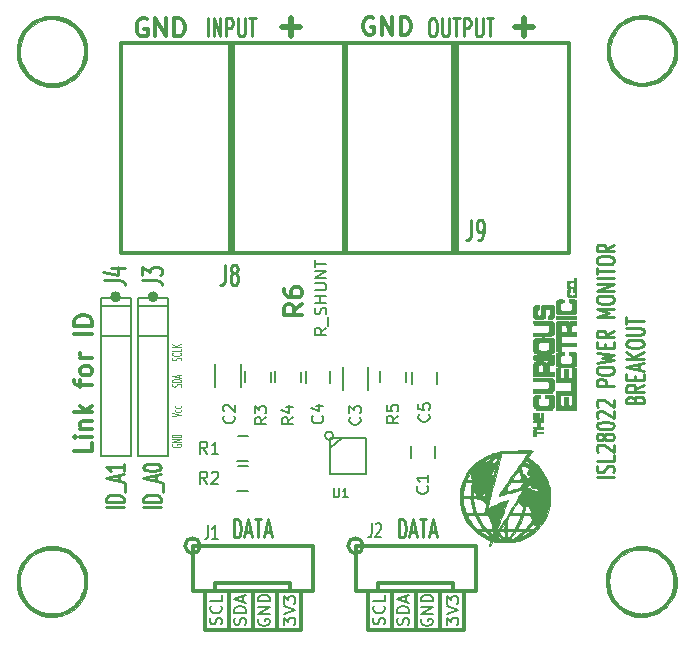
<source format=gto>
G04 #@! TF.GenerationSoftware,KiCad,Pcbnew,(5.1.0)-1*
G04 #@! TF.CreationDate,2020-11-16T17:51:54+00:00*
G04 #@! TF.ProjectId,DC_Power_Monitor,44435f50-6f77-4657-925f-4d6f6e69746f,rev?*
G04 #@! TF.SameCoordinates,PX2455c20PY82ce540*
G04 #@! TF.FileFunction,Legend,Top*
G04 #@! TF.FilePolarity,Positive*
%FSLAX46Y46*%
G04 Gerber Fmt 4.6, Leading zero omitted, Abs format (unit mm)*
G04 Created by KiCad (PCBNEW (5.1.0)-1) date 2020-11-16 17:51:54*
%MOMM*%
%LPD*%
G04 APERTURE LIST*
%ADD10C,0.250000*%
%ADD11C,0.100000*%
%ADD12C,0.300000*%
%ADD13C,0.150000*%
%ADD14C,0.381000*%
%ADD15C,0.200000*%
%ADD16C,0.203200*%
%ADD17C,0.010000*%
%ADD18C,0.271780*%
%ADD19C,0.254000*%
%ADD20C,0.304800*%
%ADD21C,0.500000*%
%ADD22C,0.152400*%
G04 APERTURE END LIST*
D10*
X50952571Y16347667D02*
X49452571Y16347667D01*
X50881142Y16776239D02*
X50952571Y16919096D01*
X50952571Y17157191D01*
X50881142Y17252429D01*
X50809714Y17300048D01*
X50666857Y17347667D01*
X50524000Y17347667D01*
X50381142Y17300048D01*
X50309714Y17252429D01*
X50238285Y17157191D01*
X50166857Y16966715D01*
X50095428Y16871477D01*
X50024000Y16823858D01*
X49881142Y16776239D01*
X49738285Y16776239D01*
X49595428Y16823858D01*
X49524000Y16871477D01*
X49452571Y16966715D01*
X49452571Y17204810D01*
X49524000Y17347667D01*
X50952571Y18252429D02*
X50952571Y17776239D01*
X49452571Y17776239D01*
X49595428Y18538143D02*
X49524000Y18585762D01*
X49452571Y18681000D01*
X49452571Y18919096D01*
X49524000Y19014334D01*
X49595428Y19061953D01*
X49738285Y19109572D01*
X49881142Y19109572D01*
X50095428Y19061953D01*
X50952571Y18490524D01*
X50952571Y19109572D01*
X50095428Y19681000D02*
X50024000Y19585762D01*
X49952571Y19538143D01*
X49809714Y19490524D01*
X49738285Y19490524D01*
X49595428Y19538143D01*
X49524000Y19585762D01*
X49452571Y19681000D01*
X49452571Y19871477D01*
X49524000Y19966715D01*
X49595428Y20014334D01*
X49738285Y20061953D01*
X49809714Y20061953D01*
X49952571Y20014334D01*
X50024000Y19966715D01*
X50095428Y19871477D01*
X50095428Y19681000D01*
X50166857Y19585762D01*
X50238285Y19538143D01*
X50381142Y19490524D01*
X50666857Y19490524D01*
X50809714Y19538143D01*
X50881142Y19585762D01*
X50952571Y19681000D01*
X50952571Y19871477D01*
X50881142Y19966715D01*
X50809714Y20014334D01*
X50666857Y20061953D01*
X50381142Y20061953D01*
X50238285Y20014334D01*
X50166857Y19966715D01*
X50095428Y19871477D01*
X49452571Y20681000D02*
X49452571Y20776239D01*
X49524000Y20871477D01*
X49595428Y20919096D01*
X49738285Y20966715D01*
X50024000Y21014334D01*
X50381142Y21014334D01*
X50666857Y20966715D01*
X50809714Y20919096D01*
X50881142Y20871477D01*
X50952571Y20776239D01*
X50952571Y20681000D01*
X50881142Y20585762D01*
X50809714Y20538143D01*
X50666857Y20490524D01*
X50381142Y20442905D01*
X50024000Y20442905D01*
X49738285Y20490524D01*
X49595428Y20538143D01*
X49524000Y20585762D01*
X49452571Y20681000D01*
X49595428Y21395286D02*
X49524000Y21442905D01*
X49452571Y21538143D01*
X49452571Y21776239D01*
X49524000Y21871477D01*
X49595428Y21919096D01*
X49738285Y21966715D01*
X49881142Y21966715D01*
X50095428Y21919096D01*
X50952571Y21347667D01*
X50952571Y21966715D01*
X49595428Y22347667D02*
X49524000Y22395286D01*
X49452571Y22490524D01*
X49452571Y22728620D01*
X49524000Y22823858D01*
X49595428Y22871477D01*
X49738285Y22919096D01*
X49881142Y22919096D01*
X50095428Y22871477D01*
X50952571Y22300048D01*
X50952571Y22919096D01*
X50952571Y24109572D02*
X49452571Y24109572D01*
X49452571Y24490524D01*
X49524000Y24585762D01*
X49595428Y24633381D01*
X49738285Y24681000D01*
X49952571Y24681000D01*
X50095428Y24633381D01*
X50166857Y24585762D01*
X50238285Y24490524D01*
X50238285Y24109572D01*
X49452571Y25300048D02*
X49452571Y25490524D01*
X49524000Y25585762D01*
X49666857Y25681000D01*
X49952571Y25728620D01*
X50452571Y25728620D01*
X50738285Y25681000D01*
X50881142Y25585762D01*
X50952571Y25490524D01*
X50952571Y25300048D01*
X50881142Y25204810D01*
X50738285Y25109572D01*
X50452571Y25061953D01*
X49952571Y25061953D01*
X49666857Y25109572D01*
X49524000Y25204810D01*
X49452571Y25300048D01*
X49452571Y26061953D02*
X50952571Y26300048D01*
X49881142Y26490524D01*
X50952571Y26681000D01*
X49452571Y26919096D01*
X50166857Y27300048D02*
X50166857Y27633381D01*
X50952571Y27776239D02*
X50952571Y27300048D01*
X49452571Y27300048D01*
X49452571Y27776239D01*
X50952571Y28776239D02*
X50238285Y28442905D01*
X50952571Y28204810D02*
X49452571Y28204810D01*
X49452571Y28585762D01*
X49524000Y28681000D01*
X49595428Y28728620D01*
X49738285Y28776239D01*
X49952571Y28776239D01*
X50095428Y28728620D01*
X50166857Y28681000D01*
X50238285Y28585762D01*
X50238285Y28204810D01*
X50952571Y29966715D02*
X49452571Y29966715D01*
X50524000Y30300048D01*
X49452571Y30633381D01*
X50952571Y30633381D01*
X49452571Y31300048D02*
X49452571Y31490524D01*
X49524000Y31585762D01*
X49666857Y31681000D01*
X49952571Y31728620D01*
X50452571Y31728620D01*
X50738285Y31681000D01*
X50881142Y31585762D01*
X50952571Y31490524D01*
X50952571Y31300048D01*
X50881142Y31204810D01*
X50738285Y31109572D01*
X50452571Y31061953D01*
X49952571Y31061953D01*
X49666857Y31109572D01*
X49524000Y31204810D01*
X49452571Y31300048D01*
X50952571Y32157191D02*
X49452571Y32157191D01*
X50952571Y32728620D01*
X49452571Y32728620D01*
X50952571Y33204810D02*
X49452571Y33204810D01*
X49452571Y33538143D02*
X49452571Y34109572D01*
X50952571Y33823858D02*
X49452571Y33823858D01*
X49452571Y34633381D02*
X49452571Y34823858D01*
X49524000Y34919096D01*
X49666857Y35014334D01*
X49952571Y35061953D01*
X50452571Y35061953D01*
X50738285Y35014334D01*
X50881142Y34919096D01*
X50952571Y34823858D01*
X50952571Y34633381D01*
X50881142Y34538143D01*
X50738285Y34442905D01*
X50452571Y34395286D01*
X49952571Y34395286D01*
X49666857Y34442905D01*
X49524000Y34538143D01*
X49452571Y34633381D01*
X50952571Y36061953D02*
X50238285Y35728620D01*
X50952571Y35490524D02*
X49452571Y35490524D01*
X49452571Y35871477D01*
X49524000Y35966715D01*
X49595428Y36014334D01*
X49738285Y36061953D01*
X49952571Y36061953D01*
X50095428Y36014334D01*
X50166857Y35966715D01*
X50238285Y35871477D01*
X50238285Y35490524D01*
X52666857Y22942905D02*
X52738285Y23085762D01*
X52809714Y23133381D01*
X52952571Y23181000D01*
X53166857Y23181000D01*
X53309714Y23133381D01*
X53381142Y23085762D01*
X53452571Y22990524D01*
X53452571Y22609572D01*
X51952571Y22609572D01*
X51952571Y22942905D01*
X52024000Y23038143D01*
X52095428Y23085762D01*
X52238285Y23133381D01*
X52381142Y23133381D01*
X52524000Y23085762D01*
X52595428Y23038143D01*
X52666857Y22942905D01*
X52666857Y22609572D01*
X53452571Y24181000D02*
X52738285Y23847667D01*
X53452571Y23609572D02*
X51952571Y23609572D01*
X51952571Y23990524D01*
X52024000Y24085762D01*
X52095428Y24133381D01*
X52238285Y24181000D01*
X52452571Y24181000D01*
X52595428Y24133381D01*
X52666857Y24085762D01*
X52738285Y23990524D01*
X52738285Y23609572D01*
X52666857Y24609572D02*
X52666857Y24942905D01*
X53452571Y25085762D02*
X53452571Y24609572D01*
X51952571Y24609572D01*
X51952571Y25085762D01*
X53024000Y25466715D02*
X53024000Y25942905D01*
X53452571Y25371477D02*
X51952571Y25704810D01*
X53452571Y26038143D01*
X53452571Y26371477D02*
X51952571Y26371477D01*
X53452571Y26942905D02*
X52595428Y26514334D01*
X51952571Y26942905D02*
X52809714Y26371477D01*
X51952571Y27561953D02*
X51952571Y27752429D01*
X52024000Y27847667D01*
X52166857Y27942905D01*
X52452571Y27990524D01*
X52952571Y27990524D01*
X53238285Y27942905D01*
X53381142Y27847667D01*
X53452571Y27752429D01*
X53452571Y27561953D01*
X53381142Y27466715D01*
X53238285Y27371477D01*
X52952571Y27323858D01*
X52452571Y27323858D01*
X52166857Y27371477D01*
X52024000Y27466715D01*
X51952571Y27561953D01*
X51952571Y28419096D02*
X53166857Y28419096D01*
X53309714Y28466715D01*
X53381142Y28514334D01*
X53452571Y28609572D01*
X53452571Y28800048D01*
X53381142Y28895286D01*
X53309714Y28942905D01*
X53166857Y28990524D01*
X51952571Y28990524D01*
X51952571Y29323858D02*
X51952571Y29895286D01*
X53452571Y29609572D02*
X51952571Y29609572D01*
D11*
X13532000Y19145239D02*
X13493904Y19107143D01*
X13493904Y19050000D01*
X13532000Y18992858D01*
X13608190Y18954762D01*
X13684380Y18935715D01*
X13836761Y18916667D01*
X13951047Y18916667D01*
X14103428Y18935715D01*
X14179619Y18954762D01*
X14255809Y18992858D01*
X14293904Y19050000D01*
X14293904Y19088096D01*
X14255809Y19145239D01*
X14217714Y19164286D01*
X13951047Y19164286D01*
X13951047Y19088096D01*
X14293904Y19335715D02*
X13493904Y19335715D01*
X14293904Y19564286D01*
X13493904Y19564286D01*
X14293904Y19754762D02*
X13493904Y19754762D01*
X13493904Y19850000D01*
X13532000Y19907143D01*
X13608190Y19945239D01*
X13684380Y19964286D01*
X13836761Y19983334D01*
X13951047Y19983334D01*
X14103428Y19964286D01*
X14179619Y19945239D01*
X14255809Y19907143D01*
X14293904Y19850000D01*
X14293904Y19754762D01*
X13493904Y21513810D02*
X14293904Y21647143D01*
X13493904Y21780477D01*
X14255809Y22085239D02*
X14293904Y22047143D01*
X14293904Y21970953D01*
X14255809Y21932858D01*
X14217714Y21913810D01*
X14141523Y21894762D01*
X13912952Y21894762D01*
X13836761Y21913810D01*
X13798666Y21932858D01*
X13760571Y21970953D01*
X13760571Y22047143D01*
X13798666Y22085239D01*
X14255809Y22428096D02*
X14293904Y22390000D01*
X14293904Y22313810D01*
X14255809Y22275715D01*
X14217714Y22256667D01*
X14141523Y22237620D01*
X13912952Y22237620D01*
X13836761Y22256667D01*
X13798666Y22275715D01*
X13760571Y22313810D01*
X13760571Y22390000D01*
X13798666Y22428096D01*
X14255809Y24044286D02*
X14293904Y24101429D01*
X14293904Y24196667D01*
X14255809Y24234762D01*
X14217714Y24253810D01*
X14141523Y24272858D01*
X14065333Y24272858D01*
X13989142Y24253810D01*
X13951047Y24234762D01*
X13912952Y24196667D01*
X13874857Y24120477D01*
X13836761Y24082381D01*
X13798666Y24063334D01*
X13722476Y24044286D01*
X13646285Y24044286D01*
X13570095Y24063334D01*
X13532000Y24082381D01*
X13493904Y24120477D01*
X13493904Y24215715D01*
X13532000Y24272858D01*
X14293904Y24444286D02*
X13493904Y24444286D01*
X13493904Y24539524D01*
X13532000Y24596667D01*
X13608190Y24634762D01*
X13684380Y24653810D01*
X13836761Y24672858D01*
X13951047Y24672858D01*
X14103428Y24653810D01*
X14179619Y24634762D01*
X14255809Y24596667D01*
X14293904Y24539524D01*
X14293904Y24444286D01*
X14065333Y24825239D02*
X14065333Y25015715D01*
X14293904Y24787143D02*
X13493904Y24920477D01*
X14293904Y25053810D01*
X14255809Y26266810D02*
X14293904Y26323953D01*
X14293904Y26419191D01*
X14255809Y26457286D01*
X14217714Y26476334D01*
X14141523Y26495381D01*
X14065333Y26495381D01*
X13989142Y26476334D01*
X13951047Y26457286D01*
X13912952Y26419191D01*
X13874857Y26343000D01*
X13836761Y26304905D01*
X13798666Y26285858D01*
X13722476Y26266810D01*
X13646285Y26266810D01*
X13570095Y26285858D01*
X13532000Y26304905D01*
X13493904Y26343000D01*
X13493904Y26438239D01*
X13532000Y26495381D01*
X14217714Y26895381D02*
X14255809Y26876334D01*
X14293904Y26819191D01*
X14293904Y26781096D01*
X14255809Y26723953D01*
X14179619Y26685858D01*
X14103428Y26666810D01*
X13951047Y26647762D01*
X13836761Y26647762D01*
X13684380Y26666810D01*
X13608190Y26685858D01*
X13532000Y26723953D01*
X13493904Y26781096D01*
X13493904Y26819191D01*
X13532000Y26876334D01*
X13570095Y26895381D01*
X14293904Y27257286D02*
X14293904Y27066810D01*
X13493904Y27066810D01*
X14293904Y27390620D02*
X13493904Y27390620D01*
X14293904Y27619191D02*
X13836761Y27447762D01*
X13493904Y27619191D02*
X13951047Y27390620D01*
D12*
X6736571Y19276000D02*
X6736571Y18561715D01*
X5236571Y18561715D01*
X6736571Y19776000D02*
X5736571Y19776000D01*
X5236571Y19776000D02*
X5308000Y19704572D01*
X5379428Y19776000D01*
X5308000Y19847429D01*
X5236571Y19776000D01*
X5379428Y19776000D01*
X5736571Y20490286D02*
X6736571Y20490286D01*
X5879428Y20490286D02*
X5808000Y20561715D01*
X5736571Y20704572D01*
X5736571Y20918858D01*
X5808000Y21061715D01*
X5950857Y21133143D01*
X6736571Y21133143D01*
X6736571Y21847429D02*
X5236571Y21847429D01*
X6165142Y21990286D02*
X6736571Y22418858D01*
X5736571Y22418858D02*
X6308000Y21847429D01*
X5736571Y23990286D02*
X5736571Y24561715D01*
X6736571Y24204572D02*
X5450857Y24204572D01*
X5308000Y24276000D01*
X5236571Y24418858D01*
X5236571Y24561715D01*
X6736571Y25276000D02*
X6665142Y25133143D01*
X6593714Y25061715D01*
X6450857Y24990286D01*
X6022285Y24990286D01*
X5879428Y25061715D01*
X5808000Y25133143D01*
X5736571Y25276000D01*
X5736571Y25490286D01*
X5808000Y25633143D01*
X5879428Y25704572D01*
X6022285Y25776000D01*
X6450857Y25776000D01*
X6593714Y25704572D01*
X6665142Y25633143D01*
X6736571Y25490286D01*
X6736571Y25276000D01*
X6736571Y26418858D02*
X5736571Y26418858D01*
X6022285Y26418858D02*
X5879428Y26490286D01*
X5808000Y26561715D01*
X5736571Y26704572D01*
X5736571Y26847429D01*
X6736571Y28490286D02*
X5236571Y28490286D01*
X6736571Y29204572D02*
X5236571Y29204572D01*
X5236571Y29561715D01*
X5308000Y29776000D01*
X5450857Y29918858D01*
X5593714Y29990286D01*
X5879428Y30061715D01*
X6093714Y30061715D01*
X6379428Y29990286D01*
X6522285Y29918858D01*
X6665142Y29776000D01*
X6736571Y29561715D01*
X6736571Y29204572D01*
X9169500Y35325000D02*
X9169500Y53105000D01*
X28219500Y35325000D02*
X28219500Y53105000D01*
X18694500Y35325000D02*
X18694500Y53105000D01*
X28219500Y53105000D02*
X9169500Y53105000D01*
X28219500Y35325000D02*
X9169500Y35325000D01*
X18377000Y53105000D02*
X18377000Y35325000D01*
X28092500Y35325000D02*
X28092500Y53105000D01*
X47142500Y35325000D02*
X47142500Y53105000D01*
X37617500Y35325000D02*
X37617500Y53105000D01*
X47142500Y53105000D02*
X28092500Y53105000D01*
X47142500Y35325000D02*
X28092500Y35325000D01*
X37300000Y53105000D02*
X37300000Y35325000D01*
D13*
X13170000Y30880000D02*
X13170000Y31515000D01*
X13170000Y31515000D02*
X10630000Y31515000D01*
X10630000Y31515000D02*
X10630000Y30880000D01*
X10630000Y28340000D02*
X13170000Y28340000D01*
X13170000Y28340000D02*
X13170000Y30880000D01*
X13170000Y30880000D02*
X13170000Y18180000D01*
X13170000Y18180000D02*
X10630000Y18180000D01*
X13170000Y30880000D02*
X10630000Y30880000D01*
X10630000Y30880000D02*
X10630000Y18180000D01*
D14*
X12154000Y31642000D02*
G75*
G03X12154000Y31642000I-254000J0D01*
G01*
D13*
X9995000Y30880000D02*
X9995000Y31515000D01*
X9995000Y31515000D02*
X7455000Y31515000D01*
X7455000Y31515000D02*
X7455000Y30880000D01*
X7455000Y28340000D02*
X9995000Y28340000D01*
X9995000Y28340000D02*
X9995000Y30880000D01*
X9995000Y30880000D02*
X9995000Y18180000D01*
X9995000Y18180000D02*
X7455000Y18180000D01*
X9995000Y30880000D02*
X7455000Y30880000D01*
X7455000Y30880000D02*
X7455000Y18180000D01*
D14*
X8979000Y31642000D02*
G75*
G03X8979000Y31642000I-254000J0D01*
G01*
D12*
X30950000Y6750000D02*
X30950000Y7385000D01*
X30950000Y7385000D02*
X37300000Y7385000D01*
X37300000Y7385000D02*
X37300000Y6750000D01*
X29680000Y10560000D02*
G75*
G03X29680000Y10560000I-635000J0D01*
G01*
X39205000Y10560000D02*
X39205000Y6750000D01*
X29045000Y10560000D02*
X29045000Y6750000D01*
X29045000Y10560000D02*
X39205000Y10560000D01*
X39205000Y6750000D02*
X29045000Y6750000D01*
X38189000Y6750000D02*
X38189000Y3448000D01*
X38189000Y3448000D02*
X30061000Y3448000D01*
X30061000Y3448000D02*
X30061000Y6750000D01*
X32093000Y3448000D02*
X32093000Y6750000D01*
X34125000Y3448000D02*
X34125000Y6750000D01*
X36157000Y3702000D02*
X36157000Y6496000D01*
D13*
X35787800Y18005200D02*
X35787800Y19005200D01*
X33732200Y19005200D02*
X33732200Y18005200D01*
X30120000Y25710000D02*
X30120000Y23710000D01*
X27970000Y23710000D02*
X27970000Y25710000D01*
D12*
X17155000Y6750000D02*
X17155000Y7385000D01*
X17155000Y7385000D02*
X23505000Y7385000D01*
X23505000Y7385000D02*
X23505000Y6750000D01*
X15885000Y10560000D02*
G75*
G03X15885000Y10560000I-635000J0D01*
G01*
X25410000Y10560000D02*
X25410000Y6750000D01*
X15250000Y10560000D02*
X15250000Y6750000D01*
X15250000Y10560000D02*
X25410000Y10560000D01*
X25410000Y6750000D02*
X15250000Y6750000D01*
X24394000Y6750000D02*
X24394000Y3448000D01*
X24394000Y3448000D02*
X16266000Y3448000D01*
X16266000Y3448000D02*
X16266000Y6750000D01*
X18298000Y3448000D02*
X18298000Y6750000D01*
X20330000Y3448000D02*
X20330000Y6750000D01*
X22362000Y3702000D02*
X22362000Y6496000D01*
D15*
X19951800Y19881800D02*
X19062800Y19881800D01*
X19901000Y17748200D02*
X19012000Y17748200D01*
X19951800Y17341800D02*
X19062800Y17341800D01*
X19901000Y15208200D02*
X19012000Y15208200D01*
X19723200Y24448800D02*
X19723200Y25337800D01*
X21856800Y24398000D02*
X21856800Y25287000D01*
X22263200Y24453800D02*
X22263200Y25342800D01*
X24396800Y24403000D02*
X24396800Y25292000D01*
X31153200Y24448800D02*
X31153200Y25337800D01*
X33286800Y24398000D02*
X33286800Y25287000D01*
D13*
X27910000Y19680000D02*
X26910000Y18880000D01*
X27170555Y19880000D02*
G75*
G03X27170555Y19880000I-360555J0D01*
G01*
D16*
X26886000Y16656000D02*
X26886000Y19704000D01*
X26886000Y19704000D02*
X29934000Y19704000D01*
X29934000Y19704000D02*
X29934000Y16656000D01*
X29934000Y16656000D02*
X26886000Y16656000D01*
D17*
G36*
X43221355Y18640497D02*
G01*
X42936361Y18636041D01*
X42638053Y18629274D01*
X42338307Y18620509D01*
X42048996Y18610057D01*
X41781997Y18598233D01*
X41549183Y18585348D01*
X41362430Y18571715D01*
X41233613Y18557647D01*
X41174607Y18543456D01*
X41172895Y18541910D01*
X41104400Y18497048D01*
X40994722Y18460397D01*
X40982395Y18457761D01*
X40713127Y18388479D01*
X40411219Y18286311D01*
X40114831Y18164802D01*
X39988166Y18104803D01*
X39553509Y17860052D01*
X39184252Y17587858D01*
X38861876Y17272001D01*
X38567861Y16896261D01*
X38508239Y16808608D01*
X38276749Y16424722D01*
X38104732Y16050552D01*
X37986317Y15665700D01*
X37915632Y15249770D01*
X37886806Y14782364D01*
X37885438Y14645166D01*
X37902348Y14190038D01*
X37957815Y13788923D01*
X38057854Y13417673D01*
X38208482Y13052137D01*
X38349394Y12782909D01*
X38592769Y12414430D01*
X38893810Y12061065D01*
X39236616Y11736520D01*
X39605287Y11454502D01*
X39983920Y11228719D01*
X40318652Y11085405D01*
X40510800Y11019934D01*
X40428730Y10781393D01*
X40377157Y10616452D01*
X40361711Y10527462D01*
X40381982Y10514771D01*
X40437561Y10578724D01*
X40519150Y10704932D01*
X40665290Y10946062D01*
X40877062Y10911781D01*
X40992685Y10900134D01*
X41172780Y10890484D01*
X41397163Y10883540D01*
X41645647Y10880013D01*
X41787333Y10879793D01*
X42054037Y10881674D01*
X42255409Y10886774D01*
X42410780Y10897288D01*
X42539478Y10915409D01*
X42660833Y10943332D01*
X42794174Y10983251D01*
X42845666Y10999943D01*
X43381663Y11216916D01*
X43868508Y11497950D01*
X44288182Y11826955D01*
X43840500Y11826955D01*
X43713500Y11721030D01*
X43634507Y11666128D01*
X43510681Y11591580D01*
X43363463Y11508936D01*
X43214291Y11429747D01*
X43084604Y11365564D01*
X42995842Y11327938D01*
X42974178Y11322706D01*
X42983479Y11345785D01*
X43016512Y11380487D01*
X43214943Y11562855D01*
X43368265Y11690778D01*
X43486508Y11770984D01*
X43142000Y11770984D01*
X43109312Y11718814D01*
X43022495Y11633647D01*
X42898416Y11528612D01*
X42753943Y11416840D01*
X42605944Y11311462D01*
X42471286Y11225607D01*
X42380000Y11177825D01*
X42261619Y11134666D01*
X42164771Y11112629D01*
X42154677Y11111990D01*
X42108723Y11117387D01*
X42110525Y11130579D01*
X41422467Y11130579D01*
X41404992Y11112656D01*
X41353185Y11110333D01*
X41247855Y11148692D01*
X41160294Y11235619D01*
X41125313Y11292535D01*
X40598129Y11292535D01*
X40574635Y11283906D01*
X40491702Y11309137D01*
X40359712Y11359717D01*
X40214602Y11423732D01*
X40054697Y11504880D01*
X39898063Y11592543D01*
X39762762Y11676100D01*
X39666861Y11744930D01*
X39628423Y11788414D01*
X39628333Y11789694D01*
X39666069Y11814191D01*
X39761090Y11828488D01*
X39810406Y11830000D01*
X39904680Y11823962D01*
X39988657Y11798659D01*
X40082653Y11743305D01*
X40206985Y11647115D01*
X40297239Y11571557D01*
X40460905Y11431363D01*
X40560710Y11340021D01*
X40598129Y11292535D01*
X41125313Y11292535D01*
X41084624Y11358735D01*
X41068844Y11431363D01*
X41102851Y11450645D01*
X41176537Y11413728D01*
X41279799Y11317755D01*
X41313474Y11278903D01*
X41393250Y11180523D01*
X41422467Y11130579D01*
X42110525Y11130579D01*
X42113046Y11149024D01*
X42170353Y11225550D01*
X42171320Y11226750D01*
X42245746Y11319971D01*
X42349496Y11450961D01*
X42456352Y11586583D01*
X42620019Y11794911D01*
X42354356Y11794911D01*
X42341343Y11741896D01*
X42277147Y11640675D01*
X42170391Y11502970D01*
X42029701Y11340504D01*
X41981183Y11287632D01*
X41850833Y11147430D01*
X41838257Y11453235D01*
X41838089Y11476221D01*
X41658597Y11476221D01*
X41656861Y11173833D01*
X41483926Y11364333D01*
X41378994Y11484088D01*
X41289939Y11592929D01*
X41249180Y11648222D01*
X41209265Y11745616D01*
X41244486Y11805571D01*
X41355843Y11829434D01*
X41384203Y11830000D01*
X41519143Y11824348D01*
X41601006Y11796222D01*
X41642785Y11728868D01*
X41657476Y11605530D01*
X41658597Y11476221D01*
X41838089Y11476221D01*
X41836910Y11637530D01*
X41852146Y11748576D01*
X41880590Y11793872D01*
X41955270Y11815902D01*
X42071642Y11827017D01*
X42198093Y11827149D01*
X42303008Y11816227D01*
X42354356Y11794911D01*
X42620019Y11794911D01*
X42647586Y11830000D01*
X42894793Y11830000D01*
X43043373Y11824082D01*
X43121287Y11804210D01*
X43142000Y11770984D01*
X43486508Y11770984D01*
X43488472Y11772316D01*
X43587563Y11815533D01*
X43677533Y11828489D01*
X43683163Y11828477D01*
X43840500Y11826955D01*
X44288182Y11826955D01*
X44301725Y11837572D01*
X44676837Y12230309D01*
X44700301Y12263373D01*
X44327333Y12263373D01*
X44295849Y12207057D01*
X44217627Y12127487D01*
X44117018Y12047402D01*
X44052166Y12006402D01*
X43963623Y11975921D01*
X43854543Y11960596D01*
X43755581Y11961679D01*
X43697395Y11980425D01*
X43692333Y11991688D01*
X43717132Y12046575D01*
X43779774Y12141430D01*
X43862627Y12253257D01*
X43948059Y12359061D01*
X44018438Y12435849D01*
X44052166Y12460959D01*
X44093059Y12432753D01*
X44118009Y12372248D01*
X44160437Y12297440D01*
X44234426Y12287744D01*
X44307029Y12283882D01*
X44327333Y12263373D01*
X44700301Y12263373D01*
X44989366Y12670688D01*
X45068658Y12826563D01*
X43969381Y12826563D01*
X43966550Y12766023D01*
X43927600Y12681372D01*
X43864008Y12578886D01*
X43765346Y12441539D01*
X43649625Y12292144D01*
X43534860Y12153513D01*
X43439062Y12048459D01*
X43398476Y12011263D01*
X43325560Y11984729D01*
X43203921Y11967121D01*
X43061211Y11959193D01*
X42925086Y11961694D01*
X42823198Y11975378D01*
X42785101Y11994585D01*
X42792409Y12046277D01*
X42830513Y12156109D01*
X42892728Y12306303D01*
X42948253Y12428502D01*
X43034936Y12614840D01*
X43115023Y12790545D01*
X43176923Y12930023D01*
X43199657Y12983583D01*
X43264680Y13142333D01*
X43025583Y13142333D01*
X42999437Y13011602D01*
X42969827Y12919584D01*
X42911980Y12780147D01*
X42835100Y12611874D01*
X42748393Y12433343D01*
X42661063Y12263138D01*
X42582315Y12119837D01*
X42521355Y12022023D01*
X42493334Y11989991D01*
X42421842Y11971743D01*
X42296881Y11961083D01*
X42149341Y11958389D01*
X42010111Y11964040D01*
X41910081Y11978413D01*
X41896629Y11982696D01*
X41863332Y12011474D01*
X41842845Y12077235D01*
X41832509Y12195848D01*
X41831696Y12249240D01*
X41660333Y12249240D01*
X41655628Y12114581D01*
X41643508Y12016820D01*
X41632111Y11985222D01*
X41570959Y11961718D01*
X41480836Y11958009D01*
X41399323Y11971885D01*
X41364000Y12001003D01*
X41386179Y12057024D01*
X41443887Y12158649D01*
X41512166Y12265021D01*
X41660333Y12485036D01*
X41660333Y12249240D01*
X41831696Y12249240D01*
X41829666Y12382364D01*
X41834440Y12560504D01*
X41847395Y12697413D01*
X41866487Y12774477D01*
X41873783Y12783602D01*
X41916149Y12837486D01*
X41968288Y12938901D01*
X41984213Y12976600D01*
X42050526Y13142333D01*
X43025583Y13142333D01*
X43264680Y13142333D01*
X43563173Y13142333D01*
X43719089Y13140367D01*
X43808599Y13130725D01*
X43849942Y13107791D01*
X43861352Y13065950D01*
X43861666Y13050417D01*
X43889548Y12944926D01*
X43928244Y12884932D01*
X43969381Y12826563D01*
X45068658Y12826563D01*
X45234835Y13153238D01*
X45321123Y13410841D01*
X43917420Y13410841D01*
X43886811Y13346307D01*
X43867704Y13337688D01*
X43800060Y13331465D01*
X43684729Y13332103D01*
X43550944Y13338054D01*
X43427939Y13347766D01*
X43344945Y13359691D01*
X43327209Y13366346D01*
X43327403Y13413309D01*
X43345224Y13515268D01*
X43374348Y13646011D01*
X43408449Y13779328D01*
X43418751Y13813825D01*
X43223319Y13813825D01*
X43209366Y13677282D01*
X43166995Y13523333D01*
X43123080Y13428131D01*
X43060971Y13378797D01*
X42949776Y13353012D01*
X42926799Y13349775D01*
X42722832Y13329062D01*
X42531611Y13321937D01*
X42377508Y13328530D01*
X42290468Y13346392D01*
X42268066Y13369600D01*
X42273473Y13417729D01*
X42311794Y13502229D01*
X42388138Y13634551D01*
X42496873Y13809202D01*
X42771642Y14243237D01*
X42935776Y14094952D01*
X43041026Y14010207D01*
X43129691Y13956534D01*
X43163288Y13946666D01*
X43207902Y13910177D01*
X43223319Y13813825D01*
X43418751Y13813825D01*
X43441205Y13889005D01*
X43466291Y13948832D01*
X43468330Y13951264D01*
X43533641Y13971015D01*
X43636435Y13964196D01*
X43636981Y13964087D01*
X43726860Y13934265D01*
X43750203Y13884250D01*
X43745024Y13854703D01*
X43753780Y13762295D01*
X43806370Y13657895D01*
X43889842Y13518692D01*
X43917420Y13410841D01*
X45321123Y13410841D01*
X45396196Y13634961D01*
X45130219Y13634961D01*
X45101167Y13537379D01*
X45075716Y13482792D01*
X45061272Y13507993D01*
X45054864Y13538413D01*
X45063633Y13627752D01*
X45085363Y13663296D01*
X45124613Y13681804D01*
X45130219Y13634961D01*
X45396196Y13634961D01*
X45408766Y13672485D01*
X45506683Y14222957D01*
X45510024Y14256658D01*
X45529330Y14857226D01*
X45483324Y15301333D01*
X44750666Y15301333D01*
X44735177Y15266488D01*
X44727176Y15270650D01*
X44524454Y15270650D01*
X44508996Y15225457D01*
X44421806Y15207925D01*
X44257975Y15215221D01*
X44247523Y15216202D01*
X44058332Y15247778D01*
X43930915Y15303762D01*
X43892637Y15334456D01*
X43754812Y15412570D01*
X43654972Y15428333D01*
X43517235Y15428333D01*
X43603533Y15549528D01*
X43653027Y15637725D01*
X43662487Y15696923D01*
X43659332Y15701799D01*
X43673212Y15707949D01*
X43745042Y15685424D01*
X43777000Y15672966D01*
X43896285Y15598948D01*
X43938694Y15520695D01*
X43956643Y15466368D01*
X44004557Y15438699D01*
X44104524Y15429073D01*
X44175550Y15428333D01*
X44332139Y15417939D01*
X44431338Y15382120D01*
X44473086Y15346334D01*
X44524454Y15270650D01*
X44727176Y15270650D01*
X44722444Y15273111D01*
X44717378Y15323351D01*
X44722444Y15329555D01*
X44747611Y15323744D01*
X44750666Y15301333D01*
X45483324Y15301333D01*
X45470469Y15425417D01*
X45348067Y15904183D01*
X43226666Y15904183D01*
X43193647Y15824644D01*
X43142000Y15776824D01*
X43074427Y15693882D01*
X43057333Y15619881D01*
X43051790Y15577285D01*
X43027035Y15540770D01*
X42970882Y15504222D01*
X42871145Y15461523D01*
X42715637Y15406558D01*
X42492172Y15333209D01*
X42475250Y15327739D01*
X42265914Y15260525D01*
X42085463Y15203384D01*
X41949119Y15161075D01*
X41872103Y15138357D01*
X41861416Y15135832D01*
X41842587Y15171280D01*
X41840388Y15189480D01*
X41660333Y15189480D01*
X41647777Y15105737D01*
X41632111Y15075555D01*
X41575840Y15048459D01*
X41536644Y15066517D01*
X41534680Y15079083D01*
X41558784Y15134208D01*
X41598180Y15193008D01*
X41644667Y15249666D01*
X41659202Y15237359D01*
X41660333Y15189480D01*
X41840388Y15189480D01*
X41831205Y15265474D01*
X41829666Y15324307D01*
X41839829Y15448746D01*
X41878747Y15560356D01*
X41959065Y15690500D01*
X42000335Y15747641D01*
X42171004Y15978666D01*
X42698835Y15978666D01*
X42919235Y15977610D01*
X43068528Y15973167D01*
X43160261Y15963425D01*
X43207979Y15946473D01*
X43225230Y15920400D01*
X43226666Y15904183D01*
X45348067Y15904183D01*
X45333559Y15960927D01*
X45136879Y16420975D01*
X43843105Y16420975D01*
X43810418Y16402059D01*
X43806217Y16402000D01*
X43735910Y16372934D01*
X43671302Y16317483D01*
X43590453Y16265476D01*
X43519673Y16296082D01*
X43504221Y16325796D01*
X43037725Y16325796D01*
X43033909Y16299022D01*
X43005577Y16148000D01*
X42289568Y16148000D01*
X42385593Y16285583D01*
X42553843Y16522404D01*
X42682260Y16692977D01*
X42775572Y16803046D01*
X42838509Y16858354D01*
X42864766Y16867666D01*
X42916809Y16829549D01*
X42967463Y16731638D01*
X43009391Y16598599D01*
X43035257Y16455097D01*
X43037725Y16325796D01*
X43504221Y16325796D01*
X43461698Y16407565D01*
X43446245Y16460240D01*
X43391910Y16569889D01*
X43318947Y16606089D01*
X43230408Y16656400D01*
X43153690Y16762236D01*
X43106572Y16894665D01*
X43099666Y16962931D01*
X43081392Y17060566D01*
X43053858Y17108209D01*
X43032486Y17171758D01*
X43064041Y17243675D01*
X43131108Y17307461D01*
X43242177Y17331983D01*
X43292045Y17333333D01*
X43420289Y17319259D01*
X43522733Y17264581D01*
X43601758Y17191262D01*
X43739459Y17049191D01*
X43631229Y16920568D01*
X43561504Y16823620D01*
X43524705Y16744984D01*
X43523000Y16732439D01*
X43559827Y16639552D01*
X43648385Y16579594D01*
X43699310Y16571333D01*
X43777186Y16537398D01*
X43819333Y16486666D01*
X43843105Y16420975D01*
X45136879Y16420975D01*
X45118720Y16463449D01*
X45102682Y16489165D01*
X44115666Y16489165D01*
X44084936Y16446056D01*
X44073333Y16444333D01*
X44032100Y16458777D01*
X44031000Y16463001D01*
X44060664Y16499144D01*
X44073333Y16507833D01*
X44112343Y16504477D01*
X44115666Y16489165D01*
X45102682Y16489165D01*
X44826069Y16932680D01*
X44541572Y17267335D01*
X43861666Y17267335D01*
X43841144Y17223517D01*
X43819333Y17227500D01*
X43778615Y17281621D01*
X43777000Y17293498D01*
X43809289Y17332193D01*
X43819333Y17333333D01*
X43856485Y17298875D01*
X43861666Y17267335D01*
X44541572Y17267335D01*
X44455726Y17368315D01*
X44293962Y17521799D01*
X43861666Y17521799D01*
X43826707Y17501023D01*
X43741148Y17504626D01*
X43633972Y17528085D01*
X43534159Y17566877D01*
X43518948Y17575294D01*
X43429156Y17633650D01*
X43401653Y17678214D01*
X43423957Y17734920D01*
X43434191Y17751413D01*
X43469769Y17776101D01*
X43532451Y17758722D01*
X43639461Y17693627D01*
X43666376Y17675296D01*
X43773000Y17598812D01*
X43843933Y17541944D01*
X43861666Y17521799D01*
X44293962Y17521799D01*
X44210945Y17600566D01*
X44068113Y17718516D01*
X43921038Y17827497D01*
X43819688Y17892969D01*
X43718901Y17956915D01*
X43658247Y18007722D01*
X43650326Y18021917D01*
X43673464Y18069415D01*
X43734972Y18165565D01*
X43822486Y18291234D01*
X43840500Y18316137D01*
X43905774Y18409292D01*
X43607666Y18409292D01*
X43584238Y18370457D01*
X43516976Y18268767D01*
X43410416Y18110855D01*
X43269096Y17903355D01*
X43097549Y17652902D01*
X42900314Y17366130D01*
X42681925Y17049672D01*
X42446918Y16710164D01*
X42375371Y16606995D01*
X42136964Y16262313D01*
X41914618Y15938814D01*
X41712775Y15643106D01*
X41535877Y15381792D01*
X41388366Y15161479D01*
X41274683Y14988771D01*
X41199270Y14870275D01*
X41166569Y14812594D01*
X41165754Y14808134D01*
X41211096Y14812711D01*
X41326591Y14837562D01*
X41500930Y14879872D01*
X41722808Y14936830D01*
X41980919Y15005621D01*
X42194011Y15063989D01*
X42471484Y15140218D01*
X42720647Y15207471D01*
X42930330Y15262829D01*
X43089362Y15303375D01*
X43186570Y15326194D01*
X43212238Y15329873D01*
X43193259Y15292784D01*
X43134895Y15191560D01*
X43042026Y15034235D01*
X42919536Y14828847D01*
X42772306Y14583429D01*
X42605220Y14306019D01*
X42423159Y14004652D01*
X42231007Y13687364D01*
X42033645Y13362190D01*
X41835955Y13037166D01*
X41642821Y12720328D01*
X41459124Y12419711D01*
X41289747Y12143352D01*
X41139572Y11899286D01*
X41013482Y11695549D01*
X40916359Y11540176D01*
X40853086Y11441204D01*
X40828562Y11406666D01*
X40833550Y11441400D01*
X40863192Y11528311D01*
X40877575Y11565416D01*
X40906589Y11638920D01*
X40720582Y11638920D01*
X40710981Y11594637D01*
X40683831Y11486464D01*
X40515916Y11619456D01*
X40419563Y11702835D01*
X40358828Y11768982D01*
X40348000Y11791224D01*
X40385584Y11815430D01*
X40479553Y11828966D01*
X40518662Y11830000D01*
X40653187Y11812143D01*
X40717737Y11751824D01*
X40720582Y11638920D01*
X40906589Y11638920D01*
X41006940Y11893146D01*
X41062096Y12035067D01*
X40640177Y12035067D01*
X40616111Y11985222D01*
X40540710Y11957645D01*
X40416774Y11953900D01*
X40275993Y11970760D01*
X40233885Y11982207D01*
X39840000Y11982207D01*
X39802954Y11961482D01*
X39709639Y11955583D01*
X39586782Y11962623D01*
X39461116Y11980714D01*
X39359370Y12007970D01*
X39337446Y12017684D01*
X39249507Y12081186D01*
X39135154Y12187399D01*
X39027898Y12303434D01*
X38923797Y12432724D01*
X38809876Y12585902D01*
X38697720Y12745819D01*
X38598913Y12895325D01*
X38525040Y13017272D01*
X38487687Y13094512D01*
X38485333Y13106563D01*
X38524211Y13123636D01*
X38627078Y13136277D01*
X38773282Y13142168D01*
X38803875Y13142333D01*
X39122418Y13142333D01*
X39237792Y12944599D01*
X39312327Y12821608D01*
X39416859Y12655204D01*
X39534332Y12472362D01*
X39596583Y12377140D01*
X39697190Y12222061D01*
X39777548Y12093879D01*
X39827864Y12008483D01*
X39840000Y11982207D01*
X40233885Y11982207D01*
X40150057Y12004995D01*
X40085476Y12039285D01*
X40007255Y12118387D01*
X39903954Y12246987D01*
X39786588Y12408351D01*
X39666173Y12585747D01*
X39553727Y12762439D01*
X39460265Y12921696D01*
X39396805Y13046782D01*
X39374333Y13119480D01*
X39413752Y13128853D01*
X39520361Y13136364D01*
X39676688Y13141117D01*
X39819741Y13142333D01*
X40018961Y13141262D01*
X40149963Y13135893D01*
X40229189Y13122995D01*
X40273079Y13099338D01*
X40298076Y13061690D01*
X40304390Y13047083D01*
X40338500Y12965776D01*
X40395721Y12830845D01*
X40465786Y12666476D01*
X40493983Y12600533D01*
X40588059Y12354874D01*
X40637150Y12164574D01*
X40640177Y12035067D01*
X41062096Y12035067D01*
X41139684Y12234703D01*
X41272508Y12581115D01*
X41294272Y12638599D01*
X40727713Y12638599D01*
X40720981Y12577711D01*
X40700358Y12577564D01*
X40662061Y12643706D01*
X40602311Y12781684D01*
X40562627Y12880822D01*
X40514982Y13005221D01*
X40498627Y13066302D01*
X40512940Y13079171D01*
X40555253Y13060029D01*
X40632106Y12979937D01*
X40693183Y12846812D01*
X40725558Y12692240D01*
X40727713Y12638599D01*
X41294272Y12638599D01*
X41402109Y12923408D01*
X41525188Y13252607D01*
X41572983Y13382222D01*
X40164555Y13382222D01*
X40158744Y13357055D01*
X40136333Y13354000D01*
X40101488Y13369489D01*
X40108111Y13382222D01*
X40158351Y13387289D01*
X40164555Y13382222D01*
X41572983Y13382222D01*
X41638443Y13559740D01*
X41738574Y13835831D01*
X41808779Y14033832D01*
X41575666Y14033832D01*
X41544936Y13990723D01*
X41533333Y13989000D01*
X41492100Y14003443D01*
X41491000Y14007668D01*
X41520664Y14043811D01*
X41533333Y14052500D01*
X41572343Y14049143D01*
X41575666Y14033832D01*
X41808779Y14033832D01*
X41822280Y14071908D01*
X41886260Y14258996D01*
X41927213Y14388122D01*
X41941838Y14450311D01*
X41940299Y14454615D01*
X41888595Y14438989D01*
X41771177Y14395369D01*
X41600370Y14328596D01*
X41388502Y14243511D01*
X41147899Y14144954D01*
X41077892Y14115949D01*
X40833827Y14014875D01*
X40617445Y13925831D01*
X40440490Y13853604D01*
X40314708Y13802979D01*
X40251844Y13778743D01*
X40247027Y13777333D01*
X40254110Y13817169D01*
X40280064Y13931798D01*
X40289765Y13972838D01*
X40075717Y13972838D01*
X40060133Y13815825D01*
X40028167Y13650478D01*
X39985325Y13500137D01*
X39937114Y13388142D01*
X39890106Y13338125D01*
X39777501Y13322613D01*
X39629133Y13324029D01*
X39474866Y13339368D01*
X39344567Y13365623D01*
X39315265Y13378716D01*
X39020124Y13378716D01*
X38957174Y13344692D01*
X38944446Y13342071D01*
X38761713Y13319230D01*
X38584085Y13328831D01*
X38516595Y13338917D01*
X38431378Y13357187D01*
X38376232Y13390277D01*
X38335556Y13457902D01*
X38293746Y13579775D01*
X38274029Y13645368D01*
X38226391Y13823842D01*
X38183488Y14017255D01*
X38148695Y14205584D01*
X38125387Y14368806D01*
X38116939Y14486899D01*
X38123821Y14536616D01*
X38183528Y14569055D01*
X38298957Y14592380D01*
X38441397Y14603724D01*
X38582132Y14600221D01*
X38654666Y14589614D01*
X38762491Y14551188D01*
X38809667Y14486115D01*
X38816277Y14453099D01*
X38831791Y14358745D01*
X38860277Y14206373D01*
X38896739Y14020702D01*
X38936181Y13826453D01*
X38973609Y13648345D01*
X39004027Y13511099D01*
X39018433Y13452722D01*
X39020124Y13378716D01*
X39315265Y13378716D01*
X39268102Y13399789D01*
X39267034Y13400823D01*
X39228851Y13470328D01*
X39180952Y13601678D01*
X39128983Y13773459D01*
X39078592Y13964254D01*
X39035424Y14152649D01*
X39005125Y14317228D01*
X38993342Y14436574D01*
X38993333Y14438928D01*
X38998884Y14530609D01*
X39031860Y14571158D01*
X39116749Y14581393D01*
X39161230Y14581666D01*
X39274145Y14574182D01*
X39391671Y14546886D01*
X39537815Y14492516D01*
X39713000Y14414733D01*
X39878287Y14333162D01*
X39981033Y14265127D01*
X40038339Y14195439D01*
X40067309Y14108908D01*
X40069413Y14098178D01*
X40075717Y13972838D01*
X40289765Y13972838D01*
X40323112Y14113907D01*
X40381471Y14356179D01*
X40453364Y14651299D01*
X40484106Y14776500D01*
X40275455Y14776500D01*
X40247200Y14763170D01*
X40208111Y14812204D01*
X40190825Y14878000D01*
X40009333Y14878000D01*
X40000743Y14791928D01*
X39957689Y14757196D01*
X39864844Y14751000D01*
X39769017Y14755252D01*
X39740271Y14783425D01*
X39743236Y14794174D01*
X39289666Y14794174D01*
X39253762Y14766044D01*
X39169323Y14752820D01*
X39071260Y14755080D01*
X38994483Y14773404D01*
X38974874Y14788952D01*
X38963721Y14851226D01*
X38969052Y14951108D01*
X38986047Y15060141D01*
X39009882Y15149871D01*
X39035736Y15191840D01*
X39043002Y15190966D01*
X39091760Y15138721D01*
X39158980Y15042927D01*
X39226364Y14933021D01*
X39275613Y14838438D01*
X39289666Y14794174D01*
X39743236Y14794174D01*
X39761022Y14858648D01*
X39768291Y14878000D01*
X39829476Y14976841D01*
X39912781Y15005000D01*
X39982305Y14989167D01*
X40007499Y14925368D01*
X40009333Y14878000D01*
X40190825Y14878000D01*
X40186003Y14896353D01*
X40189339Y14974895D01*
X40216091Y14985328D01*
X40250830Y14934773D01*
X40273895Y14855781D01*
X40275455Y14776500D01*
X40484106Y14776500D01*
X40537009Y14991952D01*
X40630628Y15370824D01*
X40732441Y15780597D01*
X40781871Y15978666D01*
X38879213Y15978666D01*
X38850216Y15400875D01*
X38838053Y15186947D01*
X38824928Y15003351D01*
X38812230Y14866708D01*
X38801345Y14793639D01*
X38798945Y14787041D01*
X38748749Y14769664D01*
X38636629Y14756881D01*
X38485297Y14751111D01*
X38460339Y14751000D01*
X38285850Y14755393D01*
X38180366Y14770463D01*
X38128590Y14799051D01*
X38119757Y14814200D01*
X38117922Y14881419D01*
X38132468Y15009895D01*
X38159375Y15178715D01*
X38194624Y15366963D01*
X38234195Y15553724D01*
X38274069Y15718085D01*
X38310226Y15839131D01*
X38322868Y15871002D01*
X38358574Y15931448D01*
X38411303Y15963801D01*
X38505209Y15976653D01*
X38625568Y15978666D01*
X38879213Y15978666D01*
X40781871Y15978666D01*
X40810925Y16095083D01*
X40841865Y16218834D01*
X38899052Y16218834D01*
X38846243Y16171928D01*
X38716675Y16149664D01*
X38653076Y16148000D01*
X38444815Y16148000D01*
X38495657Y16264416D01*
X38546522Y16366654D01*
X38622167Y16503354D01*
X38674666Y16592500D01*
X38802833Y16804166D01*
X38815951Y16572616D01*
X38830859Y16433534D01*
X38854973Y16326204D01*
X38872512Y16288721D01*
X38899052Y16218834D01*
X40841865Y16218834D01*
X41074276Y17148395D01*
X40849528Y17148395D01*
X40842431Y17117703D01*
X40817543Y17017345D01*
X40784127Y16875204D01*
X40765526Y16793583D01*
X40731135Y16662986D01*
X40694916Y16596122D01*
X40643135Y16572903D01*
X40613577Y16571333D01*
X40540918Y16583511D01*
X40532834Y16636276D01*
X40541130Y16666583D01*
X40586948Y16789865D01*
X40645811Y16915406D01*
X40709540Y17030961D01*
X40727152Y17058166D01*
X40526276Y17058166D01*
X40451481Y16910000D01*
X40398646Y16825228D01*
X40363333Y16809051D01*
X40357345Y16819160D01*
X40371302Y16886259D01*
X40432003Y16967194D01*
X40432140Y16967326D01*
X40526276Y17058166D01*
X40727152Y17058166D01*
X40769955Y17124283D01*
X40818878Y17183127D01*
X40848128Y17195246D01*
X40849528Y17148395D01*
X41074276Y17148395D01*
X41292526Y18021316D01*
X41046356Y18021316D01*
X41030165Y17941823D01*
X40986632Y17837852D01*
X40925034Y17732741D01*
X40872476Y17667104D01*
X40794514Y17594410D01*
X40743904Y17579787D01*
X40699285Y17611000D01*
X40640654Y17660965D01*
X40618040Y17672000D01*
X40570318Y17654474D01*
X40481501Y17611837D01*
X40472898Y17607413D01*
X40389549Y17574677D01*
X40348805Y17579019D01*
X40348000Y17583184D01*
X40380745Y17621196D01*
X40466299Y17690845D01*
X40585639Y17778948D01*
X40719743Y17872322D01*
X40849590Y17957784D01*
X40956156Y18022151D01*
X41020420Y18052241D01*
X41025925Y18053000D01*
X41046356Y18021316D01*
X41292526Y18021316D01*
X41321616Y18137666D01*
X40752055Y18137666D01*
X40732336Y18115029D01*
X40656309Y18053857D01*
X40536963Y17964266D01*
X40428224Y17885498D01*
X40267936Y17772569D01*
X40160597Y17703649D01*
X40091171Y17672278D01*
X40044626Y17671999D01*
X40005926Y17696354D01*
X40000037Y17701579D01*
X39948761Y17756505D01*
X39962393Y17793391D01*
X39998727Y17819865D01*
X40067046Y17856372D01*
X40185807Y17911467D01*
X40332686Y17975731D01*
X40485362Y18039749D01*
X40621510Y18094101D01*
X40718808Y18129372D01*
X40752055Y18137666D01*
X41321616Y18137666D01*
X41390414Y18412833D01*
X42499040Y18424119D01*
X42795416Y18426183D01*
X43061906Y18426209D01*
X43287437Y18424346D01*
X43460935Y18420741D01*
X43571329Y18415543D01*
X43607666Y18409292D01*
X43905774Y18409292D01*
X43931662Y18446236D01*
X43999050Y18551579D01*
X44030202Y18612477D01*
X44031000Y18617165D01*
X43990697Y18628955D01*
X43877707Y18636871D01*
X43703903Y18641225D01*
X43481161Y18642329D01*
X43221355Y18640497D01*
X43221355Y18640497D01*
G37*
X43221355Y18640497D02*
X42936361Y18636041D01*
X42638053Y18629274D01*
X42338307Y18620509D01*
X42048996Y18610057D01*
X41781997Y18598233D01*
X41549183Y18585348D01*
X41362430Y18571715D01*
X41233613Y18557647D01*
X41174607Y18543456D01*
X41172895Y18541910D01*
X41104400Y18497048D01*
X40994722Y18460397D01*
X40982395Y18457761D01*
X40713127Y18388479D01*
X40411219Y18286311D01*
X40114831Y18164802D01*
X39988166Y18104803D01*
X39553509Y17860052D01*
X39184252Y17587858D01*
X38861876Y17272001D01*
X38567861Y16896261D01*
X38508239Y16808608D01*
X38276749Y16424722D01*
X38104732Y16050552D01*
X37986317Y15665700D01*
X37915632Y15249770D01*
X37886806Y14782364D01*
X37885438Y14645166D01*
X37902348Y14190038D01*
X37957815Y13788923D01*
X38057854Y13417673D01*
X38208482Y13052137D01*
X38349394Y12782909D01*
X38592769Y12414430D01*
X38893810Y12061065D01*
X39236616Y11736520D01*
X39605287Y11454502D01*
X39983920Y11228719D01*
X40318652Y11085405D01*
X40510800Y11019934D01*
X40428730Y10781393D01*
X40377157Y10616452D01*
X40361711Y10527462D01*
X40381982Y10514771D01*
X40437561Y10578724D01*
X40519150Y10704932D01*
X40665290Y10946062D01*
X40877062Y10911781D01*
X40992685Y10900134D01*
X41172780Y10890484D01*
X41397163Y10883540D01*
X41645647Y10880013D01*
X41787333Y10879793D01*
X42054037Y10881674D01*
X42255409Y10886774D01*
X42410780Y10897288D01*
X42539478Y10915409D01*
X42660833Y10943332D01*
X42794174Y10983251D01*
X42845666Y10999943D01*
X43381663Y11216916D01*
X43868508Y11497950D01*
X44288182Y11826955D01*
X43840500Y11826955D01*
X43713500Y11721030D01*
X43634507Y11666128D01*
X43510681Y11591580D01*
X43363463Y11508936D01*
X43214291Y11429747D01*
X43084604Y11365564D01*
X42995842Y11327938D01*
X42974178Y11322706D01*
X42983479Y11345785D01*
X43016512Y11380487D01*
X43214943Y11562855D01*
X43368265Y11690778D01*
X43486508Y11770984D01*
X43142000Y11770984D01*
X43109312Y11718814D01*
X43022495Y11633647D01*
X42898416Y11528612D01*
X42753943Y11416840D01*
X42605944Y11311462D01*
X42471286Y11225607D01*
X42380000Y11177825D01*
X42261619Y11134666D01*
X42164771Y11112629D01*
X42154677Y11111990D01*
X42108723Y11117387D01*
X42110525Y11130579D01*
X41422467Y11130579D01*
X41404992Y11112656D01*
X41353185Y11110333D01*
X41247855Y11148692D01*
X41160294Y11235619D01*
X41125313Y11292535D01*
X40598129Y11292535D01*
X40574635Y11283906D01*
X40491702Y11309137D01*
X40359712Y11359717D01*
X40214602Y11423732D01*
X40054697Y11504880D01*
X39898063Y11592543D01*
X39762762Y11676100D01*
X39666861Y11744930D01*
X39628423Y11788414D01*
X39628333Y11789694D01*
X39666069Y11814191D01*
X39761090Y11828488D01*
X39810406Y11830000D01*
X39904680Y11823962D01*
X39988657Y11798659D01*
X40082653Y11743305D01*
X40206985Y11647115D01*
X40297239Y11571557D01*
X40460905Y11431363D01*
X40560710Y11340021D01*
X40598129Y11292535D01*
X41125313Y11292535D01*
X41084624Y11358735D01*
X41068844Y11431363D01*
X41102851Y11450645D01*
X41176537Y11413728D01*
X41279799Y11317755D01*
X41313474Y11278903D01*
X41393250Y11180523D01*
X41422467Y11130579D01*
X42110525Y11130579D01*
X42113046Y11149024D01*
X42170353Y11225550D01*
X42171320Y11226750D01*
X42245746Y11319971D01*
X42349496Y11450961D01*
X42456352Y11586583D01*
X42620019Y11794911D01*
X42354356Y11794911D01*
X42341343Y11741896D01*
X42277147Y11640675D01*
X42170391Y11502970D01*
X42029701Y11340504D01*
X41981183Y11287632D01*
X41850833Y11147430D01*
X41838257Y11453235D01*
X41838089Y11476221D01*
X41658597Y11476221D01*
X41656861Y11173833D01*
X41483926Y11364333D01*
X41378994Y11484088D01*
X41289939Y11592929D01*
X41249180Y11648222D01*
X41209265Y11745616D01*
X41244486Y11805571D01*
X41355843Y11829434D01*
X41384203Y11830000D01*
X41519143Y11824348D01*
X41601006Y11796222D01*
X41642785Y11728868D01*
X41657476Y11605530D01*
X41658597Y11476221D01*
X41838089Y11476221D01*
X41836910Y11637530D01*
X41852146Y11748576D01*
X41880590Y11793872D01*
X41955270Y11815902D01*
X42071642Y11827017D01*
X42198093Y11827149D01*
X42303008Y11816227D01*
X42354356Y11794911D01*
X42620019Y11794911D01*
X42647586Y11830000D01*
X42894793Y11830000D01*
X43043373Y11824082D01*
X43121287Y11804210D01*
X43142000Y11770984D01*
X43486508Y11770984D01*
X43488472Y11772316D01*
X43587563Y11815533D01*
X43677533Y11828489D01*
X43683163Y11828477D01*
X43840500Y11826955D01*
X44288182Y11826955D01*
X44301725Y11837572D01*
X44676837Y12230309D01*
X44700301Y12263373D01*
X44327333Y12263373D01*
X44295849Y12207057D01*
X44217627Y12127487D01*
X44117018Y12047402D01*
X44052166Y12006402D01*
X43963623Y11975921D01*
X43854543Y11960596D01*
X43755581Y11961679D01*
X43697395Y11980425D01*
X43692333Y11991688D01*
X43717132Y12046575D01*
X43779774Y12141430D01*
X43862627Y12253257D01*
X43948059Y12359061D01*
X44018438Y12435849D01*
X44052166Y12460959D01*
X44093059Y12432753D01*
X44118009Y12372248D01*
X44160437Y12297440D01*
X44234426Y12287744D01*
X44307029Y12283882D01*
X44327333Y12263373D01*
X44700301Y12263373D01*
X44989366Y12670688D01*
X45068658Y12826563D01*
X43969381Y12826563D01*
X43966550Y12766023D01*
X43927600Y12681372D01*
X43864008Y12578886D01*
X43765346Y12441539D01*
X43649625Y12292144D01*
X43534860Y12153513D01*
X43439062Y12048459D01*
X43398476Y12011263D01*
X43325560Y11984729D01*
X43203921Y11967121D01*
X43061211Y11959193D01*
X42925086Y11961694D01*
X42823198Y11975378D01*
X42785101Y11994585D01*
X42792409Y12046277D01*
X42830513Y12156109D01*
X42892728Y12306303D01*
X42948253Y12428502D01*
X43034936Y12614840D01*
X43115023Y12790545D01*
X43176923Y12930023D01*
X43199657Y12983583D01*
X43264680Y13142333D01*
X43025583Y13142333D01*
X42999437Y13011602D01*
X42969827Y12919584D01*
X42911980Y12780147D01*
X42835100Y12611874D01*
X42748393Y12433343D01*
X42661063Y12263138D01*
X42582315Y12119837D01*
X42521355Y12022023D01*
X42493334Y11989991D01*
X42421842Y11971743D01*
X42296881Y11961083D01*
X42149341Y11958389D01*
X42010111Y11964040D01*
X41910081Y11978413D01*
X41896629Y11982696D01*
X41863332Y12011474D01*
X41842845Y12077235D01*
X41832509Y12195848D01*
X41831696Y12249240D01*
X41660333Y12249240D01*
X41655628Y12114581D01*
X41643508Y12016820D01*
X41632111Y11985222D01*
X41570959Y11961718D01*
X41480836Y11958009D01*
X41399323Y11971885D01*
X41364000Y12001003D01*
X41386179Y12057024D01*
X41443887Y12158649D01*
X41512166Y12265021D01*
X41660333Y12485036D01*
X41660333Y12249240D01*
X41831696Y12249240D01*
X41829666Y12382364D01*
X41834440Y12560504D01*
X41847395Y12697413D01*
X41866487Y12774477D01*
X41873783Y12783602D01*
X41916149Y12837486D01*
X41968288Y12938901D01*
X41984213Y12976600D01*
X42050526Y13142333D01*
X43025583Y13142333D01*
X43264680Y13142333D01*
X43563173Y13142333D01*
X43719089Y13140367D01*
X43808599Y13130725D01*
X43849942Y13107791D01*
X43861352Y13065950D01*
X43861666Y13050417D01*
X43889548Y12944926D01*
X43928244Y12884932D01*
X43969381Y12826563D01*
X45068658Y12826563D01*
X45234835Y13153238D01*
X45321123Y13410841D01*
X43917420Y13410841D01*
X43886811Y13346307D01*
X43867704Y13337688D01*
X43800060Y13331465D01*
X43684729Y13332103D01*
X43550944Y13338054D01*
X43427939Y13347766D01*
X43344945Y13359691D01*
X43327209Y13366346D01*
X43327403Y13413309D01*
X43345224Y13515268D01*
X43374348Y13646011D01*
X43408449Y13779328D01*
X43418751Y13813825D01*
X43223319Y13813825D01*
X43209366Y13677282D01*
X43166995Y13523333D01*
X43123080Y13428131D01*
X43060971Y13378797D01*
X42949776Y13353012D01*
X42926799Y13349775D01*
X42722832Y13329062D01*
X42531611Y13321937D01*
X42377508Y13328530D01*
X42290468Y13346392D01*
X42268066Y13369600D01*
X42273473Y13417729D01*
X42311794Y13502229D01*
X42388138Y13634551D01*
X42496873Y13809202D01*
X42771642Y14243237D01*
X42935776Y14094952D01*
X43041026Y14010207D01*
X43129691Y13956534D01*
X43163288Y13946666D01*
X43207902Y13910177D01*
X43223319Y13813825D01*
X43418751Y13813825D01*
X43441205Y13889005D01*
X43466291Y13948832D01*
X43468330Y13951264D01*
X43533641Y13971015D01*
X43636435Y13964196D01*
X43636981Y13964087D01*
X43726860Y13934265D01*
X43750203Y13884250D01*
X43745024Y13854703D01*
X43753780Y13762295D01*
X43806370Y13657895D01*
X43889842Y13518692D01*
X43917420Y13410841D01*
X45321123Y13410841D01*
X45396196Y13634961D01*
X45130219Y13634961D01*
X45101167Y13537379D01*
X45075716Y13482792D01*
X45061272Y13507993D01*
X45054864Y13538413D01*
X45063633Y13627752D01*
X45085363Y13663296D01*
X45124613Y13681804D01*
X45130219Y13634961D01*
X45396196Y13634961D01*
X45408766Y13672485D01*
X45506683Y14222957D01*
X45510024Y14256658D01*
X45529330Y14857226D01*
X45483324Y15301333D01*
X44750666Y15301333D01*
X44735177Y15266488D01*
X44727176Y15270650D01*
X44524454Y15270650D01*
X44508996Y15225457D01*
X44421806Y15207925D01*
X44257975Y15215221D01*
X44247523Y15216202D01*
X44058332Y15247778D01*
X43930915Y15303762D01*
X43892637Y15334456D01*
X43754812Y15412570D01*
X43654972Y15428333D01*
X43517235Y15428333D01*
X43603533Y15549528D01*
X43653027Y15637725D01*
X43662487Y15696923D01*
X43659332Y15701799D01*
X43673212Y15707949D01*
X43745042Y15685424D01*
X43777000Y15672966D01*
X43896285Y15598948D01*
X43938694Y15520695D01*
X43956643Y15466368D01*
X44004557Y15438699D01*
X44104524Y15429073D01*
X44175550Y15428333D01*
X44332139Y15417939D01*
X44431338Y15382120D01*
X44473086Y15346334D01*
X44524454Y15270650D01*
X44727176Y15270650D01*
X44722444Y15273111D01*
X44717378Y15323351D01*
X44722444Y15329555D01*
X44747611Y15323744D01*
X44750666Y15301333D01*
X45483324Y15301333D01*
X45470469Y15425417D01*
X45348067Y15904183D01*
X43226666Y15904183D01*
X43193647Y15824644D01*
X43142000Y15776824D01*
X43074427Y15693882D01*
X43057333Y15619881D01*
X43051790Y15577285D01*
X43027035Y15540770D01*
X42970882Y15504222D01*
X42871145Y15461523D01*
X42715637Y15406558D01*
X42492172Y15333209D01*
X42475250Y15327739D01*
X42265914Y15260525D01*
X42085463Y15203384D01*
X41949119Y15161075D01*
X41872103Y15138357D01*
X41861416Y15135832D01*
X41842587Y15171280D01*
X41840388Y15189480D01*
X41660333Y15189480D01*
X41647777Y15105737D01*
X41632111Y15075555D01*
X41575840Y15048459D01*
X41536644Y15066517D01*
X41534680Y15079083D01*
X41558784Y15134208D01*
X41598180Y15193008D01*
X41644667Y15249666D01*
X41659202Y15237359D01*
X41660333Y15189480D01*
X41840388Y15189480D01*
X41831205Y15265474D01*
X41829666Y15324307D01*
X41839829Y15448746D01*
X41878747Y15560356D01*
X41959065Y15690500D01*
X42000335Y15747641D01*
X42171004Y15978666D01*
X42698835Y15978666D01*
X42919235Y15977610D01*
X43068528Y15973167D01*
X43160261Y15963425D01*
X43207979Y15946473D01*
X43225230Y15920400D01*
X43226666Y15904183D01*
X45348067Y15904183D01*
X45333559Y15960927D01*
X45136879Y16420975D01*
X43843105Y16420975D01*
X43810418Y16402059D01*
X43806217Y16402000D01*
X43735910Y16372934D01*
X43671302Y16317483D01*
X43590453Y16265476D01*
X43519673Y16296082D01*
X43504221Y16325796D01*
X43037725Y16325796D01*
X43033909Y16299022D01*
X43005577Y16148000D01*
X42289568Y16148000D01*
X42385593Y16285583D01*
X42553843Y16522404D01*
X42682260Y16692977D01*
X42775572Y16803046D01*
X42838509Y16858354D01*
X42864766Y16867666D01*
X42916809Y16829549D01*
X42967463Y16731638D01*
X43009391Y16598599D01*
X43035257Y16455097D01*
X43037725Y16325796D01*
X43504221Y16325796D01*
X43461698Y16407565D01*
X43446245Y16460240D01*
X43391910Y16569889D01*
X43318947Y16606089D01*
X43230408Y16656400D01*
X43153690Y16762236D01*
X43106572Y16894665D01*
X43099666Y16962931D01*
X43081392Y17060566D01*
X43053858Y17108209D01*
X43032486Y17171758D01*
X43064041Y17243675D01*
X43131108Y17307461D01*
X43242177Y17331983D01*
X43292045Y17333333D01*
X43420289Y17319259D01*
X43522733Y17264581D01*
X43601758Y17191262D01*
X43739459Y17049191D01*
X43631229Y16920568D01*
X43561504Y16823620D01*
X43524705Y16744984D01*
X43523000Y16732439D01*
X43559827Y16639552D01*
X43648385Y16579594D01*
X43699310Y16571333D01*
X43777186Y16537398D01*
X43819333Y16486666D01*
X43843105Y16420975D01*
X45136879Y16420975D01*
X45118720Y16463449D01*
X45102682Y16489165D01*
X44115666Y16489165D01*
X44084936Y16446056D01*
X44073333Y16444333D01*
X44032100Y16458777D01*
X44031000Y16463001D01*
X44060664Y16499144D01*
X44073333Y16507833D01*
X44112343Y16504477D01*
X44115666Y16489165D01*
X45102682Y16489165D01*
X44826069Y16932680D01*
X44541572Y17267335D01*
X43861666Y17267335D01*
X43841144Y17223517D01*
X43819333Y17227500D01*
X43778615Y17281621D01*
X43777000Y17293498D01*
X43809289Y17332193D01*
X43819333Y17333333D01*
X43856485Y17298875D01*
X43861666Y17267335D01*
X44541572Y17267335D01*
X44455726Y17368315D01*
X44293962Y17521799D01*
X43861666Y17521799D01*
X43826707Y17501023D01*
X43741148Y17504626D01*
X43633972Y17528085D01*
X43534159Y17566877D01*
X43518948Y17575294D01*
X43429156Y17633650D01*
X43401653Y17678214D01*
X43423957Y17734920D01*
X43434191Y17751413D01*
X43469769Y17776101D01*
X43532451Y17758722D01*
X43639461Y17693627D01*
X43666376Y17675296D01*
X43773000Y17598812D01*
X43843933Y17541944D01*
X43861666Y17521799D01*
X44293962Y17521799D01*
X44210945Y17600566D01*
X44068113Y17718516D01*
X43921038Y17827497D01*
X43819688Y17892969D01*
X43718901Y17956915D01*
X43658247Y18007722D01*
X43650326Y18021917D01*
X43673464Y18069415D01*
X43734972Y18165565D01*
X43822486Y18291234D01*
X43840500Y18316137D01*
X43905774Y18409292D01*
X43607666Y18409292D01*
X43584238Y18370457D01*
X43516976Y18268767D01*
X43410416Y18110855D01*
X43269096Y17903355D01*
X43097549Y17652902D01*
X42900314Y17366130D01*
X42681925Y17049672D01*
X42446918Y16710164D01*
X42375371Y16606995D01*
X42136964Y16262313D01*
X41914618Y15938814D01*
X41712775Y15643106D01*
X41535877Y15381792D01*
X41388366Y15161479D01*
X41274683Y14988771D01*
X41199270Y14870275D01*
X41166569Y14812594D01*
X41165754Y14808134D01*
X41211096Y14812711D01*
X41326591Y14837562D01*
X41500930Y14879872D01*
X41722808Y14936830D01*
X41980919Y15005621D01*
X42194011Y15063989D01*
X42471484Y15140218D01*
X42720647Y15207471D01*
X42930330Y15262829D01*
X43089362Y15303375D01*
X43186570Y15326194D01*
X43212238Y15329873D01*
X43193259Y15292784D01*
X43134895Y15191560D01*
X43042026Y15034235D01*
X42919536Y14828847D01*
X42772306Y14583429D01*
X42605220Y14306019D01*
X42423159Y14004652D01*
X42231007Y13687364D01*
X42033645Y13362190D01*
X41835955Y13037166D01*
X41642821Y12720328D01*
X41459124Y12419711D01*
X41289747Y12143352D01*
X41139572Y11899286D01*
X41013482Y11695549D01*
X40916359Y11540176D01*
X40853086Y11441204D01*
X40828562Y11406666D01*
X40833550Y11441400D01*
X40863192Y11528311D01*
X40877575Y11565416D01*
X40906589Y11638920D01*
X40720582Y11638920D01*
X40710981Y11594637D01*
X40683831Y11486464D01*
X40515916Y11619456D01*
X40419563Y11702835D01*
X40358828Y11768982D01*
X40348000Y11791224D01*
X40385584Y11815430D01*
X40479553Y11828966D01*
X40518662Y11830000D01*
X40653187Y11812143D01*
X40717737Y11751824D01*
X40720582Y11638920D01*
X40906589Y11638920D01*
X41006940Y11893146D01*
X41062096Y12035067D01*
X40640177Y12035067D01*
X40616111Y11985222D01*
X40540710Y11957645D01*
X40416774Y11953900D01*
X40275993Y11970760D01*
X40233885Y11982207D01*
X39840000Y11982207D01*
X39802954Y11961482D01*
X39709639Y11955583D01*
X39586782Y11962623D01*
X39461116Y11980714D01*
X39359370Y12007970D01*
X39337446Y12017684D01*
X39249507Y12081186D01*
X39135154Y12187399D01*
X39027898Y12303434D01*
X38923797Y12432724D01*
X38809876Y12585902D01*
X38697720Y12745819D01*
X38598913Y12895325D01*
X38525040Y13017272D01*
X38487687Y13094512D01*
X38485333Y13106563D01*
X38524211Y13123636D01*
X38627078Y13136277D01*
X38773282Y13142168D01*
X38803875Y13142333D01*
X39122418Y13142333D01*
X39237792Y12944599D01*
X39312327Y12821608D01*
X39416859Y12655204D01*
X39534332Y12472362D01*
X39596583Y12377140D01*
X39697190Y12222061D01*
X39777548Y12093879D01*
X39827864Y12008483D01*
X39840000Y11982207D01*
X40233885Y11982207D01*
X40150057Y12004995D01*
X40085476Y12039285D01*
X40007255Y12118387D01*
X39903954Y12246987D01*
X39786588Y12408351D01*
X39666173Y12585747D01*
X39553727Y12762439D01*
X39460265Y12921696D01*
X39396805Y13046782D01*
X39374333Y13119480D01*
X39413752Y13128853D01*
X39520361Y13136364D01*
X39676688Y13141117D01*
X39819741Y13142333D01*
X40018961Y13141262D01*
X40149963Y13135893D01*
X40229189Y13122995D01*
X40273079Y13099338D01*
X40298076Y13061690D01*
X40304390Y13047083D01*
X40338500Y12965776D01*
X40395721Y12830845D01*
X40465786Y12666476D01*
X40493983Y12600533D01*
X40588059Y12354874D01*
X40637150Y12164574D01*
X40640177Y12035067D01*
X41062096Y12035067D01*
X41139684Y12234703D01*
X41272508Y12581115D01*
X41294272Y12638599D01*
X40727713Y12638599D01*
X40720981Y12577711D01*
X40700358Y12577564D01*
X40662061Y12643706D01*
X40602311Y12781684D01*
X40562627Y12880822D01*
X40514982Y13005221D01*
X40498627Y13066302D01*
X40512940Y13079171D01*
X40555253Y13060029D01*
X40632106Y12979937D01*
X40693183Y12846812D01*
X40725558Y12692240D01*
X40727713Y12638599D01*
X41294272Y12638599D01*
X41402109Y12923408D01*
X41525188Y13252607D01*
X41572983Y13382222D01*
X40164555Y13382222D01*
X40158744Y13357055D01*
X40136333Y13354000D01*
X40101488Y13369489D01*
X40108111Y13382222D01*
X40158351Y13387289D01*
X40164555Y13382222D01*
X41572983Y13382222D01*
X41638443Y13559740D01*
X41738574Y13835831D01*
X41808779Y14033832D01*
X41575666Y14033832D01*
X41544936Y13990723D01*
X41533333Y13989000D01*
X41492100Y14003443D01*
X41491000Y14007668D01*
X41520664Y14043811D01*
X41533333Y14052500D01*
X41572343Y14049143D01*
X41575666Y14033832D01*
X41808779Y14033832D01*
X41822280Y14071908D01*
X41886260Y14258996D01*
X41927213Y14388122D01*
X41941838Y14450311D01*
X41940299Y14454615D01*
X41888595Y14438989D01*
X41771177Y14395369D01*
X41600370Y14328596D01*
X41388502Y14243511D01*
X41147899Y14144954D01*
X41077892Y14115949D01*
X40833827Y14014875D01*
X40617445Y13925831D01*
X40440490Y13853604D01*
X40314708Y13802979D01*
X40251844Y13778743D01*
X40247027Y13777333D01*
X40254110Y13817169D01*
X40280064Y13931798D01*
X40289765Y13972838D01*
X40075717Y13972838D01*
X40060133Y13815825D01*
X40028167Y13650478D01*
X39985325Y13500137D01*
X39937114Y13388142D01*
X39890106Y13338125D01*
X39777501Y13322613D01*
X39629133Y13324029D01*
X39474866Y13339368D01*
X39344567Y13365623D01*
X39315265Y13378716D01*
X39020124Y13378716D01*
X38957174Y13344692D01*
X38944446Y13342071D01*
X38761713Y13319230D01*
X38584085Y13328831D01*
X38516595Y13338917D01*
X38431378Y13357187D01*
X38376232Y13390277D01*
X38335556Y13457902D01*
X38293746Y13579775D01*
X38274029Y13645368D01*
X38226391Y13823842D01*
X38183488Y14017255D01*
X38148695Y14205584D01*
X38125387Y14368806D01*
X38116939Y14486899D01*
X38123821Y14536616D01*
X38183528Y14569055D01*
X38298957Y14592380D01*
X38441397Y14603724D01*
X38582132Y14600221D01*
X38654666Y14589614D01*
X38762491Y14551188D01*
X38809667Y14486115D01*
X38816277Y14453099D01*
X38831791Y14358745D01*
X38860277Y14206373D01*
X38896739Y14020702D01*
X38936181Y13826453D01*
X38973609Y13648345D01*
X39004027Y13511099D01*
X39018433Y13452722D01*
X39020124Y13378716D01*
X39315265Y13378716D01*
X39268102Y13399789D01*
X39267034Y13400823D01*
X39228851Y13470328D01*
X39180952Y13601678D01*
X39128983Y13773459D01*
X39078592Y13964254D01*
X39035424Y14152649D01*
X39005125Y14317228D01*
X38993342Y14436574D01*
X38993333Y14438928D01*
X38998884Y14530609D01*
X39031860Y14571158D01*
X39116749Y14581393D01*
X39161230Y14581666D01*
X39274145Y14574182D01*
X39391671Y14546886D01*
X39537815Y14492516D01*
X39713000Y14414733D01*
X39878287Y14333162D01*
X39981033Y14265127D01*
X40038339Y14195439D01*
X40067309Y14108908D01*
X40069413Y14098178D01*
X40075717Y13972838D01*
X40289765Y13972838D01*
X40323112Y14113907D01*
X40381471Y14356179D01*
X40453364Y14651299D01*
X40484106Y14776500D01*
X40275455Y14776500D01*
X40247200Y14763170D01*
X40208111Y14812204D01*
X40190825Y14878000D01*
X40009333Y14878000D01*
X40000743Y14791928D01*
X39957689Y14757196D01*
X39864844Y14751000D01*
X39769017Y14755252D01*
X39740271Y14783425D01*
X39743236Y14794174D01*
X39289666Y14794174D01*
X39253762Y14766044D01*
X39169323Y14752820D01*
X39071260Y14755080D01*
X38994483Y14773404D01*
X38974874Y14788952D01*
X38963721Y14851226D01*
X38969052Y14951108D01*
X38986047Y15060141D01*
X39009882Y15149871D01*
X39035736Y15191840D01*
X39043002Y15190966D01*
X39091760Y15138721D01*
X39158980Y15042927D01*
X39226364Y14933021D01*
X39275613Y14838438D01*
X39289666Y14794174D01*
X39743236Y14794174D01*
X39761022Y14858648D01*
X39768291Y14878000D01*
X39829476Y14976841D01*
X39912781Y15005000D01*
X39982305Y14989167D01*
X40007499Y14925368D01*
X40009333Y14878000D01*
X40190825Y14878000D01*
X40186003Y14896353D01*
X40189339Y14974895D01*
X40216091Y14985328D01*
X40250830Y14934773D01*
X40273895Y14855781D01*
X40275455Y14776500D01*
X40484106Y14776500D01*
X40537009Y14991952D01*
X40630628Y15370824D01*
X40732441Y15780597D01*
X40781871Y15978666D01*
X38879213Y15978666D01*
X38850216Y15400875D01*
X38838053Y15186947D01*
X38824928Y15003351D01*
X38812230Y14866708D01*
X38801345Y14793639D01*
X38798945Y14787041D01*
X38748749Y14769664D01*
X38636629Y14756881D01*
X38485297Y14751111D01*
X38460339Y14751000D01*
X38285850Y14755393D01*
X38180366Y14770463D01*
X38128590Y14799051D01*
X38119757Y14814200D01*
X38117922Y14881419D01*
X38132468Y15009895D01*
X38159375Y15178715D01*
X38194624Y15366963D01*
X38234195Y15553724D01*
X38274069Y15718085D01*
X38310226Y15839131D01*
X38322868Y15871002D01*
X38358574Y15931448D01*
X38411303Y15963801D01*
X38505209Y15976653D01*
X38625568Y15978666D01*
X38879213Y15978666D01*
X40781871Y15978666D01*
X40810925Y16095083D01*
X40841865Y16218834D01*
X38899052Y16218834D01*
X38846243Y16171928D01*
X38716675Y16149664D01*
X38653076Y16148000D01*
X38444815Y16148000D01*
X38495657Y16264416D01*
X38546522Y16366654D01*
X38622167Y16503354D01*
X38674666Y16592500D01*
X38802833Y16804166D01*
X38815951Y16572616D01*
X38830859Y16433534D01*
X38854973Y16326204D01*
X38872512Y16288721D01*
X38899052Y16218834D01*
X40841865Y16218834D01*
X41074276Y17148395D01*
X40849528Y17148395D01*
X40842431Y17117703D01*
X40817543Y17017345D01*
X40784127Y16875204D01*
X40765526Y16793583D01*
X40731135Y16662986D01*
X40694916Y16596122D01*
X40643135Y16572903D01*
X40613577Y16571333D01*
X40540918Y16583511D01*
X40532834Y16636276D01*
X40541130Y16666583D01*
X40586948Y16789865D01*
X40645811Y16915406D01*
X40709540Y17030961D01*
X40727152Y17058166D01*
X40526276Y17058166D01*
X40451481Y16910000D01*
X40398646Y16825228D01*
X40363333Y16809051D01*
X40357345Y16819160D01*
X40371302Y16886259D01*
X40432003Y16967194D01*
X40432140Y16967326D01*
X40526276Y17058166D01*
X40727152Y17058166D01*
X40769955Y17124283D01*
X40818878Y17183127D01*
X40848128Y17195246D01*
X40849528Y17148395D01*
X41074276Y17148395D01*
X41292526Y18021316D01*
X41046356Y18021316D01*
X41030165Y17941823D01*
X40986632Y17837852D01*
X40925034Y17732741D01*
X40872476Y17667104D01*
X40794514Y17594410D01*
X40743904Y17579787D01*
X40699285Y17611000D01*
X40640654Y17660965D01*
X40618040Y17672000D01*
X40570318Y17654474D01*
X40481501Y17611837D01*
X40472898Y17607413D01*
X40389549Y17574677D01*
X40348805Y17579019D01*
X40348000Y17583184D01*
X40380745Y17621196D01*
X40466299Y17690845D01*
X40585639Y17778948D01*
X40719743Y17872322D01*
X40849590Y17957784D01*
X40956156Y18022151D01*
X41020420Y18052241D01*
X41025925Y18053000D01*
X41046356Y18021316D01*
X41292526Y18021316D01*
X41321616Y18137666D01*
X40752055Y18137666D01*
X40732336Y18115029D01*
X40656309Y18053857D01*
X40536963Y17964266D01*
X40428224Y17885498D01*
X40267936Y17772569D01*
X40160597Y17703649D01*
X40091171Y17672278D01*
X40044626Y17671999D01*
X40005926Y17696354D01*
X40000037Y17701579D01*
X39948761Y17756505D01*
X39962393Y17793391D01*
X39998727Y17819865D01*
X40067046Y17856372D01*
X40185807Y17911467D01*
X40332686Y17975731D01*
X40485362Y18039749D01*
X40621510Y18094101D01*
X40718808Y18129372D01*
X40752055Y18137666D01*
X41321616Y18137666D01*
X41390414Y18412833D01*
X42499040Y18424119D01*
X42795416Y18426183D01*
X43061906Y18426209D01*
X43287437Y18424346D01*
X43460935Y18420741D01*
X43571329Y18415543D01*
X43607666Y18409292D01*
X43905774Y18409292D01*
X43931662Y18446236D01*
X43999050Y18551579D01*
X44030202Y18612477D01*
X44031000Y18617165D01*
X43990697Y18628955D01*
X43877707Y18636871D01*
X43703903Y18641225D01*
X43481161Y18642329D01*
X43221355Y18640497D01*
G36*
X44047000Y19847000D02*
G01*
X44047000Y19937000D01*
X44137000Y19937000D01*
X44137000Y19847000D01*
X44047000Y19847000D01*
X44047000Y19847000D01*
G37*
X44047000Y19847000D02*
X44047000Y19937000D01*
X44137000Y19937000D01*
X44137000Y19847000D01*
X44047000Y19847000D01*
G36*
X44047000Y19937000D02*
G01*
X44047000Y20027000D01*
X44137000Y20027000D01*
X44137000Y19937000D01*
X44047000Y19937000D01*
X44047000Y19937000D01*
G37*
X44047000Y19937000D02*
X44047000Y20027000D01*
X44137000Y20027000D01*
X44137000Y19937000D01*
X44047000Y19937000D01*
G36*
X44047000Y20027000D02*
G01*
X44047000Y20117000D01*
X44137000Y20117000D01*
X44137000Y20027000D01*
X44047000Y20027000D01*
X44047000Y20027000D01*
G37*
X44047000Y20027000D02*
X44047000Y20117000D01*
X44137000Y20117000D01*
X44137000Y20027000D01*
X44047000Y20027000D01*
G36*
X44047000Y20117000D02*
G01*
X44047000Y20207000D01*
X44137000Y20207000D01*
X44137000Y20117000D01*
X44047000Y20117000D01*
X44047000Y20117000D01*
G37*
X44047000Y20117000D02*
X44047000Y20207000D01*
X44137000Y20207000D01*
X44137000Y20117000D01*
X44047000Y20117000D01*
G36*
X44047000Y20207000D02*
G01*
X44047000Y20297000D01*
X44137000Y20297000D01*
X44137000Y20207000D01*
X44047000Y20207000D01*
X44047000Y20207000D01*
G37*
X44047000Y20207000D02*
X44047000Y20297000D01*
X44137000Y20297000D01*
X44137000Y20207000D01*
X44047000Y20207000D01*
G36*
X44047000Y20297000D02*
G01*
X44047000Y20387000D01*
X44137000Y20387000D01*
X44137000Y20297000D01*
X44047000Y20297000D01*
X44047000Y20297000D01*
G37*
X44047000Y20297000D02*
X44047000Y20387000D01*
X44137000Y20387000D01*
X44137000Y20297000D01*
X44047000Y20297000D01*
G36*
X44047000Y20567000D02*
G01*
X44047000Y20657000D01*
X44137000Y20657000D01*
X44137000Y20567000D01*
X44047000Y20567000D01*
X44047000Y20567000D01*
G37*
X44047000Y20567000D02*
X44047000Y20657000D01*
X44137000Y20657000D01*
X44137000Y20567000D01*
X44047000Y20567000D01*
G36*
X44047000Y21017000D02*
G01*
X44047000Y21107000D01*
X44137000Y21107000D01*
X44137000Y21017000D01*
X44047000Y21017000D01*
X44047000Y21017000D01*
G37*
X44047000Y21017000D02*
X44047000Y21107000D01*
X44137000Y21107000D01*
X44137000Y21017000D01*
X44047000Y21017000D01*
G36*
X44047000Y21287000D02*
G01*
X44047000Y21377000D01*
X44137000Y21377000D01*
X44137000Y21287000D01*
X44047000Y21287000D01*
X44047000Y21287000D01*
G37*
X44047000Y21287000D02*
X44047000Y21377000D01*
X44137000Y21377000D01*
X44137000Y21287000D01*
X44047000Y21287000D01*
G36*
X44047000Y21377000D02*
G01*
X44047000Y21467000D01*
X44137000Y21467000D01*
X44137000Y21377000D01*
X44047000Y21377000D01*
X44047000Y21377000D01*
G37*
X44047000Y21377000D02*
X44047000Y21467000D01*
X44137000Y21467000D01*
X44137000Y21377000D01*
X44047000Y21377000D01*
G36*
X44047000Y21467000D02*
G01*
X44047000Y21557000D01*
X44137000Y21557000D01*
X44137000Y21467000D01*
X44047000Y21467000D01*
X44047000Y21467000D01*
G37*
X44047000Y21467000D02*
X44047000Y21557000D01*
X44137000Y21557000D01*
X44137000Y21467000D01*
X44047000Y21467000D01*
G36*
X44047000Y21557000D02*
G01*
X44047000Y21647000D01*
X44137000Y21647000D01*
X44137000Y21557000D01*
X44047000Y21557000D01*
X44047000Y21557000D01*
G37*
X44047000Y21557000D02*
X44047000Y21647000D01*
X44137000Y21647000D01*
X44137000Y21557000D01*
X44047000Y21557000D01*
G36*
X44047000Y21647000D02*
G01*
X44047000Y21737000D01*
X44137000Y21737000D01*
X44137000Y21647000D01*
X44047000Y21647000D01*
X44047000Y21647000D01*
G37*
X44047000Y21647000D02*
X44047000Y21737000D01*
X44137000Y21737000D01*
X44137000Y21647000D01*
X44047000Y21647000D01*
G36*
X44047000Y21737000D02*
G01*
X44047000Y21827000D01*
X44137000Y21827000D01*
X44137000Y21737000D01*
X44047000Y21737000D01*
X44047000Y21737000D01*
G37*
X44047000Y21737000D02*
X44047000Y21827000D01*
X44137000Y21827000D01*
X44137000Y21737000D01*
X44047000Y21737000D01*
G36*
X44047000Y22367000D02*
G01*
X44047000Y22457000D01*
X44137000Y22457000D01*
X44137000Y22367000D01*
X44047000Y22367000D01*
X44047000Y22367000D01*
G37*
X44047000Y22367000D02*
X44047000Y22457000D01*
X44137000Y22457000D01*
X44137000Y22367000D01*
X44047000Y22367000D01*
G36*
X44047000Y22457000D02*
G01*
X44047000Y22547000D01*
X44137000Y22547000D01*
X44137000Y22457000D01*
X44047000Y22457000D01*
X44047000Y22457000D01*
G37*
X44047000Y22457000D02*
X44047000Y22547000D01*
X44137000Y22547000D01*
X44137000Y22457000D01*
X44047000Y22457000D01*
G36*
X44047000Y22547000D02*
G01*
X44047000Y22637000D01*
X44137000Y22637000D01*
X44137000Y22547000D01*
X44047000Y22547000D01*
X44047000Y22547000D01*
G37*
X44047000Y22547000D02*
X44047000Y22637000D01*
X44137000Y22637000D01*
X44137000Y22547000D01*
X44047000Y22547000D01*
G36*
X44047000Y22637000D02*
G01*
X44047000Y22727000D01*
X44137000Y22727000D01*
X44137000Y22637000D01*
X44047000Y22637000D01*
X44047000Y22637000D01*
G37*
X44047000Y22637000D02*
X44047000Y22727000D01*
X44137000Y22727000D01*
X44137000Y22637000D01*
X44047000Y22637000D01*
G36*
X44047000Y22727000D02*
G01*
X44047000Y22817000D01*
X44137000Y22817000D01*
X44137000Y22727000D01*
X44047000Y22727000D01*
X44047000Y22727000D01*
G37*
X44047000Y22727000D02*
X44047000Y22817000D01*
X44137000Y22817000D01*
X44137000Y22727000D01*
X44047000Y22727000D01*
G36*
X44047000Y22817000D02*
G01*
X44047000Y22907000D01*
X44137000Y22907000D01*
X44137000Y22817000D01*
X44047000Y22817000D01*
X44047000Y22817000D01*
G37*
X44047000Y22817000D02*
X44047000Y22907000D01*
X44137000Y22907000D01*
X44137000Y22817000D01*
X44047000Y22817000D01*
G36*
X44047000Y22907000D02*
G01*
X44047000Y22997000D01*
X44137000Y22997000D01*
X44137000Y22907000D01*
X44047000Y22907000D01*
X44047000Y22907000D01*
G37*
X44047000Y22907000D02*
X44047000Y22997000D01*
X44137000Y22997000D01*
X44137000Y22907000D01*
X44047000Y22907000D01*
G36*
X44047000Y22997000D02*
G01*
X44047000Y23087000D01*
X44137000Y23087000D01*
X44137000Y22997000D01*
X44047000Y22997000D01*
X44047000Y22997000D01*
G37*
X44047000Y22997000D02*
X44047000Y23087000D01*
X44137000Y23087000D01*
X44137000Y22997000D01*
X44047000Y22997000D01*
G36*
X44047000Y23087000D02*
G01*
X44047000Y23177000D01*
X44137000Y23177000D01*
X44137000Y23087000D01*
X44047000Y23087000D01*
X44047000Y23087000D01*
G37*
X44047000Y23087000D02*
X44047000Y23177000D01*
X44137000Y23177000D01*
X44137000Y23087000D01*
X44047000Y23087000D01*
G36*
X44047000Y23537000D02*
G01*
X44047000Y23627000D01*
X44137000Y23627000D01*
X44137000Y23537000D01*
X44047000Y23537000D01*
X44047000Y23537000D01*
G37*
X44047000Y23537000D02*
X44047000Y23627000D01*
X44137000Y23627000D01*
X44137000Y23537000D01*
X44047000Y23537000D01*
G36*
X44047000Y23627000D02*
G01*
X44047000Y23717000D01*
X44137000Y23717000D01*
X44137000Y23627000D01*
X44047000Y23627000D01*
X44047000Y23627000D01*
G37*
X44047000Y23627000D02*
X44047000Y23717000D01*
X44137000Y23717000D01*
X44137000Y23627000D01*
X44047000Y23627000D01*
G36*
X44047000Y23717000D02*
G01*
X44047000Y23807000D01*
X44137000Y23807000D01*
X44137000Y23717000D01*
X44047000Y23717000D01*
X44047000Y23717000D01*
G37*
X44047000Y23717000D02*
X44047000Y23807000D01*
X44137000Y23807000D01*
X44137000Y23717000D01*
X44047000Y23717000D01*
G36*
X44047000Y24527000D02*
G01*
X44047000Y24617000D01*
X44137000Y24617000D01*
X44137000Y24527000D01*
X44047000Y24527000D01*
X44047000Y24527000D01*
G37*
X44047000Y24527000D02*
X44047000Y24617000D01*
X44137000Y24617000D01*
X44137000Y24527000D01*
X44047000Y24527000D01*
G36*
X44047000Y24617000D02*
G01*
X44047000Y24707000D01*
X44137000Y24707000D01*
X44137000Y24617000D01*
X44047000Y24617000D01*
X44047000Y24617000D01*
G37*
X44047000Y24617000D02*
X44047000Y24707000D01*
X44137000Y24707000D01*
X44137000Y24617000D01*
X44047000Y24617000D01*
G36*
X44047000Y24707000D02*
G01*
X44047000Y24797000D01*
X44137000Y24797000D01*
X44137000Y24707000D01*
X44047000Y24707000D01*
X44047000Y24707000D01*
G37*
X44047000Y24707000D02*
X44047000Y24797000D01*
X44137000Y24797000D01*
X44137000Y24707000D01*
X44047000Y24707000D01*
G36*
X44047000Y24977000D02*
G01*
X44047000Y25067000D01*
X44137000Y25067000D01*
X44137000Y24977000D01*
X44047000Y24977000D01*
X44047000Y24977000D01*
G37*
X44047000Y24977000D02*
X44047000Y25067000D01*
X44137000Y25067000D01*
X44137000Y24977000D01*
X44047000Y24977000D01*
G36*
X44047000Y25067000D02*
G01*
X44047000Y25157000D01*
X44137000Y25157000D01*
X44137000Y25067000D01*
X44047000Y25067000D01*
X44047000Y25067000D01*
G37*
X44047000Y25067000D02*
X44047000Y25157000D01*
X44137000Y25157000D01*
X44137000Y25067000D01*
X44047000Y25067000D01*
G36*
X44047000Y25157000D02*
G01*
X44047000Y25247000D01*
X44137000Y25247000D01*
X44137000Y25157000D01*
X44047000Y25157000D01*
X44047000Y25157000D01*
G37*
X44047000Y25157000D02*
X44047000Y25247000D01*
X44137000Y25247000D01*
X44137000Y25157000D01*
X44047000Y25157000D01*
G36*
X44047000Y25247000D02*
G01*
X44047000Y25337000D01*
X44137000Y25337000D01*
X44137000Y25247000D01*
X44047000Y25247000D01*
X44047000Y25247000D01*
G37*
X44047000Y25247000D02*
X44047000Y25337000D01*
X44137000Y25337000D01*
X44137000Y25247000D01*
X44047000Y25247000D01*
G36*
X44047000Y25337000D02*
G01*
X44047000Y25427000D01*
X44137000Y25427000D01*
X44137000Y25337000D01*
X44047000Y25337000D01*
X44047000Y25337000D01*
G37*
X44047000Y25337000D02*
X44047000Y25427000D01*
X44137000Y25427000D01*
X44137000Y25337000D01*
X44047000Y25337000D01*
G36*
X44047000Y25427000D02*
G01*
X44047000Y25517000D01*
X44137000Y25517000D01*
X44137000Y25427000D01*
X44047000Y25427000D01*
X44047000Y25427000D01*
G37*
X44047000Y25427000D02*
X44047000Y25517000D01*
X44137000Y25517000D01*
X44137000Y25427000D01*
X44047000Y25427000D01*
G36*
X44047000Y25517000D02*
G01*
X44047000Y25607000D01*
X44137000Y25607000D01*
X44137000Y25517000D01*
X44047000Y25517000D01*
X44047000Y25517000D01*
G37*
X44047000Y25517000D02*
X44047000Y25607000D01*
X44137000Y25607000D01*
X44137000Y25517000D01*
X44047000Y25517000D01*
G36*
X44047000Y25607000D02*
G01*
X44047000Y25697000D01*
X44137000Y25697000D01*
X44137000Y25607000D01*
X44047000Y25607000D01*
X44047000Y25607000D01*
G37*
X44047000Y25607000D02*
X44047000Y25697000D01*
X44137000Y25697000D01*
X44137000Y25607000D01*
X44047000Y25607000D01*
G36*
X44047000Y25697000D02*
G01*
X44047000Y25787000D01*
X44137000Y25787000D01*
X44137000Y25697000D01*
X44047000Y25697000D01*
X44047000Y25697000D01*
G37*
X44047000Y25697000D02*
X44047000Y25787000D01*
X44137000Y25787000D01*
X44137000Y25697000D01*
X44047000Y25697000D01*
G36*
X44047000Y25787000D02*
G01*
X44047000Y25877000D01*
X44137000Y25877000D01*
X44137000Y25787000D01*
X44047000Y25787000D01*
X44047000Y25787000D01*
G37*
X44047000Y25787000D02*
X44047000Y25877000D01*
X44137000Y25877000D01*
X44137000Y25787000D01*
X44047000Y25787000D01*
G36*
X44047000Y25877000D02*
G01*
X44047000Y25967000D01*
X44137000Y25967000D01*
X44137000Y25877000D01*
X44047000Y25877000D01*
X44047000Y25877000D01*
G37*
X44047000Y25877000D02*
X44047000Y25967000D01*
X44137000Y25967000D01*
X44137000Y25877000D01*
X44047000Y25877000D01*
G36*
X44047000Y26417000D02*
G01*
X44047000Y26507000D01*
X44137000Y26507000D01*
X44137000Y26417000D01*
X44047000Y26417000D01*
X44047000Y26417000D01*
G37*
X44047000Y26417000D02*
X44047000Y26507000D01*
X44137000Y26507000D01*
X44137000Y26417000D01*
X44047000Y26417000D01*
G36*
X44047000Y26507000D02*
G01*
X44047000Y26597000D01*
X44137000Y26597000D01*
X44137000Y26507000D01*
X44047000Y26507000D01*
X44047000Y26507000D01*
G37*
X44047000Y26507000D02*
X44047000Y26597000D01*
X44137000Y26597000D01*
X44137000Y26507000D01*
X44047000Y26507000D01*
G36*
X44047000Y27047000D02*
G01*
X44047000Y27137000D01*
X44137000Y27137000D01*
X44137000Y27047000D01*
X44047000Y27047000D01*
X44047000Y27047000D01*
G37*
X44047000Y27047000D02*
X44047000Y27137000D01*
X44137000Y27137000D01*
X44137000Y27047000D01*
X44047000Y27047000D01*
G36*
X44047000Y27137000D02*
G01*
X44047000Y27227000D01*
X44137000Y27227000D01*
X44137000Y27137000D01*
X44047000Y27137000D01*
X44047000Y27137000D01*
G37*
X44047000Y27137000D02*
X44047000Y27227000D01*
X44137000Y27227000D01*
X44137000Y27137000D01*
X44047000Y27137000D01*
G36*
X44047000Y27227000D02*
G01*
X44047000Y27317000D01*
X44137000Y27317000D01*
X44137000Y27227000D01*
X44047000Y27227000D01*
X44047000Y27227000D01*
G37*
X44047000Y27227000D02*
X44047000Y27317000D01*
X44137000Y27317000D01*
X44137000Y27227000D01*
X44047000Y27227000D01*
G36*
X44047000Y27317000D02*
G01*
X44047000Y27407000D01*
X44137000Y27407000D01*
X44137000Y27317000D01*
X44047000Y27317000D01*
X44047000Y27317000D01*
G37*
X44047000Y27317000D02*
X44047000Y27407000D01*
X44137000Y27407000D01*
X44137000Y27317000D01*
X44047000Y27317000D01*
G36*
X44047000Y27407000D02*
G01*
X44047000Y27497000D01*
X44137000Y27497000D01*
X44137000Y27407000D01*
X44047000Y27407000D01*
X44047000Y27407000D01*
G37*
X44047000Y27407000D02*
X44047000Y27497000D01*
X44137000Y27497000D01*
X44137000Y27407000D01*
X44047000Y27407000D01*
G36*
X44047000Y27497000D02*
G01*
X44047000Y27587000D01*
X44137000Y27587000D01*
X44137000Y27497000D01*
X44047000Y27497000D01*
X44047000Y27497000D01*
G37*
X44047000Y27497000D02*
X44047000Y27587000D01*
X44137000Y27587000D01*
X44137000Y27497000D01*
X44047000Y27497000D01*
G36*
X44047000Y27587000D02*
G01*
X44047000Y27677000D01*
X44137000Y27677000D01*
X44137000Y27587000D01*
X44047000Y27587000D01*
X44047000Y27587000D01*
G37*
X44047000Y27587000D02*
X44047000Y27677000D01*
X44137000Y27677000D01*
X44137000Y27587000D01*
X44047000Y27587000D01*
G36*
X44047000Y27677000D02*
G01*
X44047000Y27767000D01*
X44137000Y27767000D01*
X44137000Y27677000D01*
X44047000Y27677000D01*
X44047000Y27677000D01*
G37*
X44047000Y27677000D02*
X44047000Y27767000D01*
X44137000Y27767000D01*
X44137000Y27677000D01*
X44047000Y27677000D01*
G36*
X44047000Y27767000D02*
G01*
X44047000Y27857000D01*
X44137000Y27857000D01*
X44137000Y27767000D01*
X44047000Y27767000D01*
X44047000Y27767000D01*
G37*
X44047000Y27767000D02*
X44047000Y27857000D01*
X44137000Y27857000D01*
X44137000Y27767000D01*
X44047000Y27767000D01*
G36*
X44047000Y27857000D02*
G01*
X44047000Y27947000D01*
X44137000Y27947000D01*
X44137000Y27857000D01*
X44047000Y27857000D01*
X44047000Y27857000D01*
G37*
X44047000Y27857000D02*
X44047000Y27947000D01*
X44137000Y27947000D01*
X44137000Y27857000D01*
X44047000Y27857000D01*
G36*
X44047000Y28307000D02*
G01*
X44047000Y28397000D01*
X44137000Y28397000D01*
X44137000Y28307000D01*
X44047000Y28307000D01*
X44047000Y28307000D01*
G37*
X44047000Y28307000D02*
X44047000Y28397000D01*
X44137000Y28397000D01*
X44137000Y28307000D01*
X44047000Y28307000D01*
G36*
X44047000Y28397000D02*
G01*
X44047000Y28487000D01*
X44137000Y28487000D01*
X44137000Y28397000D01*
X44047000Y28397000D01*
X44047000Y28397000D01*
G37*
X44047000Y28397000D02*
X44047000Y28487000D01*
X44137000Y28487000D01*
X44137000Y28397000D01*
X44047000Y28397000D01*
G36*
X44047000Y28487000D02*
G01*
X44047000Y28577000D01*
X44137000Y28577000D01*
X44137000Y28487000D01*
X44047000Y28487000D01*
X44047000Y28487000D01*
G37*
X44047000Y28487000D02*
X44047000Y28577000D01*
X44137000Y28577000D01*
X44137000Y28487000D01*
X44047000Y28487000D01*
G36*
X44047000Y29387000D02*
G01*
X44047000Y29477000D01*
X44137000Y29477000D01*
X44137000Y29387000D01*
X44047000Y29387000D01*
X44047000Y29387000D01*
G37*
X44047000Y29387000D02*
X44047000Y29477000D01*
X44137000Y29477000D01*
X44137000Y29387000D01*
X44047000Y29387000D01*
G36*
X44047000Y29477000D02*
G01*
X44047000Y29567000D01*
X44137000Y29567000D01*
X44137000Y29477000D01*
X44047000Y29477000D01*
X44047000Y29477000D01*
G37*
X44047000Y29477000D02*
X44047000Y29567000D01*
X44137000Y29567000D01*
X44137000Y29477000D01*
X44047000Y29477000D01*
G36*
X44047000Y29927000D02*
G01*
X44047000Y30017000D01*
X44137000Y30017000D01*
X44137000Y29927000D01*
X44047000Y29927000D01*
X44047000Y29927000D01*
G37*
X44047000Y29927000D02*
X44047000Y30017000D01*
X44137000Y30017000D01*
X44137000Y29927000D01*
X44047000Y29927000D01*
G36*
X44047000Y30017000D02*
G01*
X44047000Y30107000D01*
X44137000Y30107000D01*
X44137000Y30017000D01*
X44047000Y30017000D01*
X44047000Y30017000D01*
G37*
X44047000Y30017000D02*
X44047000Y30107000D01*
X44137000Y30107000D01*
X44137000Y30017000D01*
X44047000Y30017000D01*
G36*
X44047000Y30107000D02*
G01*
X44047000Y30197000D01*
X44137000Y30197000D01*
X44137000Y30107000D01*
X44047000Y30107000D01*
X44047000Y30107000D01*
G37*
X44047000Y30107000D02*
X44047000Y30197000D01*
X44137000Y30197000D01*
X44137000Y30107000D01*
X44047000Y30107000D01*
G36*
X44047000Y30197000D02*
G01*
X44047000Y30287000D01*
X44137000Y30287000D01*
X44137000Y30197000D01*
X44047000Y30197000D01*
X44047000Y30197000D01*
G37*
X44047000Y30197000D02*
X44047000Y30287000D01*
X44137000Y30287000D01*
X44137000Y30197000D01*
X44047000Y30197000D01*
G36*
X44047000Y30287000D02*
G01*
X44047000Y30377000D01*
X44137000Y30377000D01*
X44137000Y30287000D01*
X44047000Y30287000D01*
X44047000Y30287000D01*
G37*
X44047000Y30287000D02*
X44047000Y30377000D01*
X44137000Y30377000D01*
X44137000Y30287000D01*
X44047000Y30287000D01*
G36*
X44047000Y30377000D02*
G01*
X44047000Y30467000D01*
X44137000Y30467000D01*
X44137000Y30377000D01*
X44047000Y30377000D01*
X44047000Y30377000D01*
G37*
X44047000Y30377000D02*
X44047000Y30467000D01*
X44137000Y30467000D01*
X44137000Y30377000D01*
X44047000Y30377000D01*
G36*
X44047000Y30467000D02*
G01*
X44047000Y30557000D01*
X44137000Y30557000D01*
X44137000Y30467000D01*
X44047000Y30467000D01*
X44047000Y30467000D01*
G37*
X44047000Y30467000D02*
X44047000Y30557000D01*
X44137000Y30557000D01*
X44137000Y30467000D01*
X44047000Y30467000D01*
G36*
X44047000Y30557000D02*
G01*
X44047000Y30647000D01*
X44137000Y30647000D01*
X44137000Y30557000D01*
X44047000Y30557000D01*
X44047000Y30557000D01*
G37*
X44047000Y30557000D02*
X44047000Y30647000D01*
X44137000Y30647000D01*
X44137000Y30557000D01*
X44047000Y30557000D01*
G36*
X44047000Y30647000D02*
G01*
X44047000Y30737000D01*
X44137000Y30737000D01*
X44137000Y30647000D01*
X44047000Y30647000D01*
X44047000Y30647000D01*
G37*
X44047000Y30647000D02*
X44047000Y30737000D01*
X44137000Y30737000D01*
X44137000Y30647000D01*
X44047000Y30647000D01*
G36*
X44137000Y19847000D02*
G01*
X44137000Y19937000D01*
X44227000Y19937000D01*
X44227000Y19847000D01*
X44137000Y19847000D01*
X44137000Y19847000D01*
G37*
X44137000Y19847000D02*
X44137000Y19937000D01*
X44227000Y19937000D01*
X44227000Y19847000D01*
X44137000Y19847000D01*
G36*
X44137000Y19937000D02*
G01*
X44137000Y20027000D01*
X44227000Y20027000D01*
X44227000Y19937000D01*
X44137000Y19937000D01*
X44137000Y19937000D01*
G37*
X44137000Y19937000D02*
X44137000Y20027000D01*
X44227000Y20027000D01*
X44227000Y19937000D01*
X44137000Y19937000D01*
G36*
X44137000Y20027000D02*
G01*
X44137000Y20117000D01*
X44227000Y20117000D01*
X44227000Y20027000D01*
X44137000Y20027000D01*
X44137000Y20027000D01*
G37*
X44137000Y20027000D02*
X44137000Y20117000D01*
X44227000Y20117000D01*
X44227000Y20027000D01*
X44137000Y20027000D01*
G36*
X44137000Y20117000D02*
G01*
X44137000Y20207000D01*
X44227000Y20207000D01*
X44227000Y20117000D01*
X44137000Y20117000D01*
X44137000Y20117000D01*
G37*
X44137000Y20117000D02*
X44137000Y20207000D01*
X44227000Y20207000D01*
X44227000Y20117000D01*
X44137000Y20117000D01*
G36*
X44137000Y20207000D02*
G01*
X44137000Y20297000D01*
X44227000Y20297000D01*
X44227000Y20207000D01*
X44137000Y20207000D01*
X44137000Y20207000D01*
G37*
X44137000Y20207000D02*
X44137000Y20297000D01*
X44227000Y20297000D01*
X44227000Y20207000D01*
X44137000Y20207000D01*
G36*
X44137000Y20297000D02*
G01*
X44137000Y20387000D01*
X44227000Y20387000D01*
X44227000Y20297000D01*
X44137000Y20297000D01*
X44137000Y20297000D01*
G37*
X44137000Y20297000D02*
X44137000Y20387000D01*
X44227000Y20387000D01*
X44227000Y20297000D01*
X44137000Y20297000D01*
G36*
X44137000Y20387000D02*
G01*
X44137000Y20477000D01*
X44227000Y20477000D01*
X44227000Y20387000D01*
X44137000Y20387000D01*
X44137000Y20387000D01*
G37*
X44137000Y20387000D02*
X44137000Y20477000D01*
X44227000Y20477000D01*
X44227000Y20387000D01*
X44137000Y20387000D01*
G36*
X44137000Y20477000D02*
G01*
X44137000Y20567000D01*
X44227000Y20567000D01*
X44227000Y20477000D01*
X44137000Y20477000D01*
X44137000Y20477000D01*
G37*
X44137000Y20477000D02*
X44137000Y20567000D01*
X44227000Y20567000D01*
X44227000Y20477000D01*
X44137000Y20477000D01*
G36*
X44137000Y20567000D02*
G01*
X44137000Y20657000D01*
X44227000Y20657000D01*
X44227000Y20567000D01*
X44137000Y20567000D01*
X44137000Y20567000D01*
G37*
X44137000Y20567000D02*
X44137000Y20657000D01*
X44227000Y20657000D01*
X44227000Y20567000D01*
X44137000Y20567000D01*
G36*
X44137000Y21017000D02*
G01*
X44137000Y21107000D01*
X44227000Y21107000D01*
X44227000Y21017000D01*
X44137000Y21017000D01*
X44137000Y21017000D01*
G37*
X44137000Y21017000D02*
X44137000Y21107000D01*
X44227000Y21107000D01*
X44227000Y21017000D01*
X44137000Y21017000D01*
G36*
X44137000Y21107000D02*
G01*
X44137000Y21197000D01*
X44227000Y21197000D01*
X44227000Y21107000D01*
X44137000Y21107000D01*
X44137000Y21107000D01*
G37*
X44137000Y21107000D02*
X44137000Y21197000D01*
X44227000Y21197000D01*
X44227000Y21107000D01*
X44137000Y21107000D01*
G36*
X44137000Y21287000D02*
G01*
X44137000Y21377000D01*
X44227000Y21377000D01*
X44227000Y21287000D01*
X44137000Y21287000D01*
X44137000Y21287000D01*
G37*
X44137000Y21287000D02*
X44137000Y21377000D01*
X44227000Y21377000D01*
X44227000Y21287000D01*
X44137000Y21287000D01*
G36*
X44137000Y21377000D02*
G01*
X44137000Y21467000D01*
X44227000Y21467000D01*
X44227000Y21377000D01*
X44137000Y21377000D01*
X44137000Y21377000D01*
G37*
X44137000Y21377000D02*
X44137000Y21467000D01*
X44227000Y21467000D01*
X44227000Y21377000D01*
X44137000Y21377000D01*
G36*
X44137000Y21467000D02*
G01*
X44137000Y21557000D01*
X44227000Y21557000D01*
X44227000Y21467000D01*
X44137000Y21467000D01*
X44137000Y21467000D01*
G37*
X44137000Y21467000D02*
X44137000Y21557000D01*
X44227000Y21557000D01*
X44227000Y21467000D01*
X44137000Y21467000D01*
G36*
X44137000Y21557000D02*
G01*
X44137000Y21647000D01*
X44227000Y21647000D01*
X44227000Y21557000D01*
X44137000Y21557000D01*
X44137000Y21557000D01*
G37*
X44137000Y21557000D02*
X44137000Y21647000D01*
X44227000Y21647000D01*
X44227000Y21557000D01*
X44137000Y21557000D01*
G36*
X44137000Y21647000D02*
G01*
X44137000Y21737000D01*
X44227000Y21737000D01*
X44227000Y21647000D01*
X44137000Y21647000D01*
X44137000Y21647000D01*
G37*
X44137000Y21647000D02*
X44137000Y21737000D01*
X44227000Y21737000D01*
X44227000Y21647000D01*
X44137000Y21647000D01*
G36*
X44137000Y21737000D02*
G01*
X44137000Y21827000D01*
X44227000Y21827000D01*
X44227000Y21737000D01*
X44137000Y21737000D01*
X44137000Y21737000D01*
G37*
X44137000Y21737000D02*
X44137000Y21827000D01*
X44227000Y21827000D01*
X44227000Y21737000D01*
X44137000Y21737000D01*
G36*
X44137000Y22187000D02*
G01*
X44137000Y22277000D01*
X44227000Y22277000D01*
X44227000Y22187000D01*
X44137000Y22187000D01*
X44137000Y22187000D01*
G37*
X44137000Y22187000D02*
X44137000Y22277000D01*
X44227000Y22277000D01*
X44227000Y22187000D01*
X44137000Y22187000D01*
G36*
X44137000Y22277000D02*
G01*
X44137000Y22367000D01*
X44227000Y22367000D01*
X44227000Y22277000D01*
X44137000Y22277000D01*
X44137000Y22277000D01*
G37*
X44137000Y22277000D02*
X44137000Y22367000D01*
X44227000Y22367000D01*
X44227000Y22277000D01*
X44137000Y22277000D01*
G36*
X44137000Y22367000D02*
G01*
X44137000Y22457000D01*
X44227000Y22457000D01*
X44227000Y22367000D01*
X44137000Y22367000D01*
X44137000Y22367000D01*
G37*
X44137000Y22367000D02*
X44137000Y22457000D01*
X44227000Y22457000D01*
X44227000Y22367000D01*
X44137000Y22367000D01*
G36*
X44137000Y22457000D02*
G01*
X44137000Y22547000D01*
X44227000Y22547000D01*
X44227000Y22457000D01*
X44137000Y22457000D01*
X44137000Y22457000D01*
G37*
X44137000Y22457000D02*
X44137000Y22547000D01*
X44227000Y22547000D01*
X44227000Y22457000D01*
X44137000Y22457000D01*
G36*
X44137000Y22547000D02*
G01*
X44137000Y22637000D01*
X44227000Y22637000D01*
X44227000Y22547000D01*
X44137000Y22547000D01*
X44137000Y22547000D01*
G37*
X44137000Y22547000D02*
X44137000Y22637000D01*
X44227000Y22637000D01*
X44227000Y22547000D01*
X44137000Y22547000D01*
G36*
X44137000Y22637000D02*
G01*
X44137000Y22727000D01*
X44227000Y22727000D01*
X44227000Y22637000D01*
X44137000Y22637000D01*
X44137000Y22637000D01*
G37*
X44137000Y22637000D02*
X44137000Y22727000D01*
X44227000Y22727000D01*
X44227000Y22637000D01*
X44137000Y22637000D01*
G36*
X44137000Y22727000D02*
G01*
X44137000Y22817000D01*
X44227000Y22817000D01*
X44227000Y22727000D01*
X44137000Y22727000D01*
X44137000Y22727000D01*
G37*
X44137000Y22727000D02*
X44137000Y22817000D01*
X44227000Y22817000D01*
X44227000Y22727000D01*
X44137000Y22727000D01*
G36*
X44137000Y22817000D02*
G01*
X44137000Y22907000D01*
X44227000Y22907000D01*
X44227000Y22817000D01*
X44137000Y22817000D01*
X44137000Y22817000D01*
G37*
X44137000Y22817000D02*
X44137000Y22907000D01*
X44227000Y22907000D01*
X44227000Y22817000D01*
X44137000Y22817000D01*
G36*
X44137000Y22907000D02*
G01*
X44137000Y22997000D01*
X44227000Y22997000D01*
X44227000Y22907000D01*
X44137000Y22907000D01*
X44137000Y22907000D01*
G37*
X44137000Y22907000D02*
X44137000Y22997000D01*
X44227000Y22997000D01*
X44227000Y22907000D01*
X44137000Y22907000D01*
G36*
X44137000Y22997000D02*
G01*
X44137000Y23087000D01*
X44227000Y23087000D01*
X44227000Y22997000D01*
X44137000Y22997000D01*
X44137000Y22997000D01*
G37*
X44137000Y22997000D02*
X44137000Y23087000D01*
X44227000Y23087000D01*
X44227000Y22997000D01*
X44137000Y22997000D01*
G36*
X44137000Y23087000D02*
G01*
X44137000Y23177000D01*
X44227000Y23177000D01*
X44227000Y23087000D01*
X44137000Y23087000D01*
X44137000Y23087000D01*
G37*
X44137000Y23087000D02*
X44137000Y23177000D01*
X44227000Y23177000D01*
X44227000Y23087000D01*
X44137000Y23087000D01*
G36*
X44137000Y23177000D02*
G01*
X44137000Y23267000D01*
X44227000Y23267000D01*
X44227000Y23177000D01*
X44137000Y23177000D01*
X44137000Y23177000D01*
G37*
X44137000Y23177000D02*
X44137000Y23267000D01*
X44227000Y23267000D01*
X44227000Y23177000D01*
X44137000Y23177000D01*
G36*
X44137000Y23537000D02*
G01*
X44137000Y23627000D01*
X44227000Y23627000D01*
X44227000Y23537000D01*
X44137000Y23537000D01*
X44137000Y23537000D01*
G37*
X44137000Y23537000D02*
X44137000Y23627000D01*
X44227000Y23627000D01*
X44227000Y23537000D01*
X44137000Y23537000D01*
G36*
X44137000Y23627000D02*
G01*
X44137000Y23717000D01*
X44227000Y23717000D01*
X44227000Y23627000D01*
X44137000Y23627000D01*
X44137000Y23627000D01*
G37*
X44137000Y23627000D02*
X44137000Y23717000D01*
X44227000Y23717000D01*
X44227000Y23627000D01*
X44137000Y23627000D01*
G36*
X44137000Y23717000D02*
G01*
X44137000Y23807000D01*
X44227000Y23807000D01*
X44227000Y23717000D01*
X44137000Y23717000D01*
X44137000Y23717000D01*
G37*
X44137000Y23717000D02*
X44137000Y23807000D01*
X44227000Y23807000D01*
X44227000Y23717000D01*
X44137000Y23717000D01*
G36*
X44137000Y24527000D02*
G01*
X44137000Y24617000D01*
X44227000Y24617000D01*
X44227000Y24527000D01*
X44137000Y24527000D01*
X44137000Y24527000D01*
G37*
X44137000Y24527000D02*
X44137000Y24617000D01*
X44227000Y24617000D01*
X44227000Y24527000D01*
X44137000Y24527000D01*
G36*
X44137000Y24617000D02*
G01*
X44137000Y24707000D01*
X44227000Y24707000D01*
X44227000Y24617000D01*
X44137000Y24617000D01*
X44137000Y24617000D01*
G37*
X44137000Y24617000D02*
X44137000Y24707000D01*
X44227000Y24707000D01*
X44227000Y24617000D01*
X44137000Y24617000D01*
G36*
X44137000Y24707000D02*
G01*
X44137000Y24797000D01*
X44227000Y24797000D01*
X44227000Y24707000D01*
X44137000Y24707000D01*
X44137000Y24707000D01*
G37*
X44137000Y24707000D02*
X44137000Y24797000D01*
X44227000Y24797000D01*
X44227000Y24707000D01*
X44137000Y24707000D01*
G36*
X44137000Y24977000D02*
G01*
X44137000Y25067000D01*
X44227000Y25067000D01*
X44227000Y24977000D01*
X44137000Y24977000D01*
X44137000Y24977000D01*
G37*
X44137000Y24977000D02*
X44137000Y25067000D01*
X44227000Y25067000D01*
X44227000Y24977000D01*
X44137000Y24977000D01*
G36*
X44137000Y25067000D02*
G01*
X44137000Y25157000D01*
X44227000Y25157000D01*
X44227000Y25067000D01*
X44137000Y25067000D01*
X44137000Y25067000D01*
G37*
X44137000Y25067000D02*
X44137000Y25157000D01*
X44227000Y25157000D01*
X44227000Y25067000D01*
X44137000Y25067000D01*
G36*
X44137000Y25157000D02*
G01*
X44137000Y25247000D01*
X44227000Y25247000D01*
X44227000Y25157000D01*
X44137000Y25157000D01*
X44137000Y25157000D01*
G37*
X44137000Y25157000D02*
X44137000Y25247000D01*
X44227000Y25247000D01*
X44227000Y25157000D01*
X44137000Y25157000D01*
G36*
X44137000Y25247000D02*
G01*
X44137000Y25337000D01*
X44227000Y25337000D01*
X44227000Y25247000D01*
X44137000Y25247000D01*
X44137000Y25247000D01*
G37*
X44137000Y25247000D02*
X44137000Y25337000D01*
X44227000Y25337000D01*
X44227000Y25247000D01*
X44137000Y25247000D01*
G36*
X44137000Y25337000D02*
G01*
X44137000Y25427000D01*
X44227000Y25427000D01*
X44227000Y25337000D01*
X44137000Y25337000D01*
X44137000Y25337000D01*
G37*
X44137000Y25337000D02*
X44137000Y25427000D01*
X44227000Y25427000D01*
X44227000Y25337000D01*
X44137000Y25337000D01*
G36*
X44137000Y25427000D02*
G01*
X44137000Y25517000D01*
X44227000Y25517000D01*
X44227000Y25427000D01*
X44137000Y25427000D01*
X44137000Y25427000D01*
G37*
X44137000Y25427000D02*
X44137000Y25517000D01*
X44227000Y25517000D01*
X44227000Y25427000D01*
X44137000Y25427000D01*
G36*
X44137000Y25517000D02*
G01*
X44137000Y25607000D01*
X44227000Y25607000D01*
X44227000Y25517000D01*
X44137000Y25517000D01*
X44137000Y25517000D01*
G37*
X44137000Y25517000D02*
X44137000Y25607000D01*
X44227000Y25607000D01*
X44227000Y25517000D01*
X44137000Y25517000D01*
G36*
X44137000Y25607000D02*
G01*
X44137000Y25697000D01*
X44227000Y25697000D01*
X44227000Y25607000D01*
X44137000Y25607000D01*
X44137000Y25607000D01*
G37*
X44137000Y25607000D02*
X44137000Y25697000D01*
X44227000Y25697000D01*
X44227000Y25607000D01*
X44137000Y25607000D01*
G36*
X44137000Y25697000D02*
G01*
X44137000Y25787000D01*
X44227000Y25787000D01*
X44227000Y25697000D01*
X44137000Y25697000D01*
X44137000Y25697000D01*
G37*
X44137000Y25697000D02*
X44137000Y25787000D01*
X44227000Y25787000D01*
X44227000Y25697000D01*
X44137000Y25697000D01*
G36*
X44137000Y25787000D02*
G01*
X44137000Y25877000D01*
X44227000Y25877000D01*
X44227000Y25787000D01*
X44137000Y25787000D01*
X44137000Y25787000D01*
G37*
X44137000Y25787000D02*
X44137000Y25877000D01*
X44227000Y25877000D01*
X44227000Y25787000D01*
X44137000Y25787000D01*
G36*
X44137000Y25877000D02*
G01*
X44137000Y25967000D01*
X44227000Y25967000D01*
X44227000Y25877000D01*
X44137000Y25877000D01*
X44137000Y25877000D01*
G37*
X44137000Y25877000D02*
X44137000Y25967000D01*
X44227000Y25967000D01*
X44227000Y25877000D01*
X44137000Y25877000D01*
G36*
X44137000Y25967000D02*
G01*
X44137000Y26057000D01*
X44227000Y26057000D01*
X44227000Y25967000D01*
X44137000Y25967000D01*
X44137000Y25967000D01*
G37*
X44137000Y25967000D02*
X44137000Y26057000D01*
X44227000Y26057000D01*
X44227000Y25967000D01*
X44137000Y25967000D01*
G36*
X44137000Y26057000D02*
G01*
X44137000Y26147000D01*
X44227000Y26147000D01*
X44227000Y26057000D01*
X44137000Y26057000D01*
X44137000Y26057000D01*
G37*
X44137000Y26057000D02*
X44137000Y26147000D01*
X44227000Y26147000D01*
X44227000Y26057000D01*
X44137000Y26057000D01*
G36*
X44137000Y26327000D02*
G01*
X44137000Y26417000D01*
X44227000Y26417000D01*
X44227000Y26327000D01*
X44137000Y26327000D01*
X44137000Y26327000D01*
G37*
X44137000Y26327000D02*
X44137000Y26417000D01*
X44227000Y26417000D01*
X44227000Y26327000D01*
X44137000Y26327000D01*
G36*
X44137000Y26417000D02*
G01*
X44137000Y26507000D01*
X44227000Y26507000D01*
X44227000Y26417000D01*
X44137000Y26417000D01*
X44137000Y26417000D01*
G37*
X44137000Y26417000D02*
X44137000Y26507000D01*
X44227000Y26507000D01*
X44227000Y26417000D01*
X44137000Y26417000D01*
G36*
X44137000Y26507000D02*
G01*
X44137000Y26597000D01*
X44227000Y26597000D01*
X44227000Y26507000D01*
X44137000Y26507000D01*
X44137000Y26507000D01*
G37*
X44137000Y26507000D02*
X44137000Y26597000D01*
X44227000Y26597000D01*
X44227000Y26507000D01*
X44137000Y26507000D01*
G36*
X44137000Y26597000D02*
G01*
X44137000Y26687000D01*
X44227000Y26687000D01*
X44227000Y26597000D01*
X44137000Y26597000D01*
X44137000Y26597000D01*
G37*
X44137000Y26597000D02*
X44137000Y26687000D01*
X44227000Y26687000D01*
X44227000Y26597000D01*
X44137000Y26597000D01*
G36*
X44137000Y26867000D02*
G01*
X44137000Y26957000D01*
X44227000Y26957000D01*
X44227000Y26867000D01*
X44137000Y26867000D01*
X44137000Y26867000D01*
G37*
X44137000Y26867000D02*
X44137000Y26957000D01*
X44227000Y26957000D01*
X44227000Y26867000D01*
X44137000Y26867000D01*
G36*
X44137000Y26957000D02*
G01*
X44137000Y27047000D01*
X44227000Y27047000D01*
X44227000Y26957000D01*
X44137000Y26957000D01*
X44137000Y26957000D01*
G37*
X44137000Y26957000D02*
X44137000Y27047000D01*
X44227000Y27047000D01*
X44227000Y26957000D01*
X44137000Y26957000D01*
G36*
X44137000Y27047000D02*
G01*
X44137000Y27137000D01*
X44227000Y27137000D01*
X44227000Y27047000D01*
X44137000Y27047000D01*
X44137000Y27047000D01*
G37*
X44137000Y27047000D02*
X44137000Y27137000D01*
X44227000Y27137000D01*
X44227000Y27047000D01*
X44137000Y27047000D01*
G36*
X44137000Y27137000D02*
G01*
X44137000Y27227000D01*
X44227000Y27227000D01*
X44227000Y27137000D01*
X44137000Y27137000D01*
X44137000Y27137000D01*
G37*
X44137000Y27137000D02*
X44137000Y27227000D01*
X44227000Y27227000D01*
X44227000Y27137000D01*
X44137000Y27137000D01*
G36*
X44137000Y27227000D02*
G01*
X44137000Y27317000D01*
X44227000Y27317000D01*
X44227000Y27227000D01*
X44137000Y27227000D01*
X44137000Y27227000D01*
G37*
X44137000Y27227000D02*
X44137000Y27317000D01*
X44227000Y27317000D01*
X44227000Y27227000D01*
X44137000Y27227000D01*
G36*
X44137000Y27317000D02*
G01*
X44137000Y27407000D01*
X44227000Y27407000D01*
X44227000Y27317000D01*
X44137000Y27317000D01*
X44137000Y27317000D01*
G37*
X44137000Y27317000D02*
X44137000Y27407000D01*
X44227000Y27407000D01*
X44227000Y27317000D01*
X44137000Y27317000D01*
G36*
X44137000Y27407000D02*
G01*
X44137000Y27497000D01*
X44227000Y27497000D01*
X44227000Y27407000D01*
X44137000Y27407000D01*
X44137000Y27407000D01*
G37*
X44137000Y27407000D02*
X44137000Y27497000D01*
X44227000Y27497000D01*
X44227000Y27407000D01*
X44137000Y27407000D01*
G36*
X44137000Y27497000D02*
G01*
X44137000Y27587000D01*
X44227000Y27587000D01*
X44227000Y27497000D01*
X44137000Y27497000D01*
X44137000Y27497000D01*
G37*
X44137000Y27497000D02*
X44137000Y27587000D01*
X44227000Y27587000D01*
X44227000Y27497000D01*
X44137000Y27497000D01*
G36*
X44137000Y27587000D02*
G01*
X44137000Y27677000D01*
X44227000Y27677000D01*
X44227000Y27587000D01*
X44137000Y27587000D01*
X44137000Y27587000D01*
G37*
X44137000Y27587000D02*
X44137000Y27677000D01*
X44227000Y27677000D01*
X44227000Y27587000D01*
X44137000Y27587000D01*
G36*
X44137000Y27677000D02*
G01*
X44137000Y27767000D01*
X44227000Y27767000D01*
X44227000Y27677000D01*
X44137000Y27677000D01*
X44137000Y27677000D01*
G37*
X44137000Y27677000D02*
X44137000Y27767000D01*
X44227000Y27767000D01*
X44227000Y27677000D01*
X44137000Y27677000D01*
G36*
X44137000Y27767000D02*
G01*
X44137000Y27857000D01*
X44227000Y27857000D01*
X44227000Y27767000D01*
X44137000Y27767000D01*
X44137000Y27767000D01*
G37*
X44137000Y27767000D02*
X44137000Y27857000D01*
X44227000Y27857000D01*
X44227000Y27767000D01*
X44137000Y27767000D01*
G36*
X44137000Y27857000D02*
G01*
X44137000Y27947000D01*
X44227000Y27947000D01*
X44227000Y27857000D01*
X44137000Y27857000D01*
X44137000Y27857000D01*
G37*
X44137000Y27857000D02*
X44137000Y27947000D01*
X44227000Y27947000D01*
X44227000Y27857000D01*
X44137000Y27857000D01*
G36*
X44137000Y27947000D02*
G01*
X44137000Y28037000D01*
X44227000Y28037000D01*
X44227000Y27947000D01*
X44137000Y27947000D01*
X44137000Y27947000D01*
G37*
X44137000Y27947000D02*
X44137000Y28037000D01*
X44227000Y28037000D01*
X44227000Y27947000D01*
X44137000Y27947000D01*
G36*
X44137000Y28307000D02*
G01*
X44137000Y28397000D01*
X44227000Y28397000D01*
X44227000Y28307000D01*
X44137000Y28307000D01*
X44137000Y28307000D01*
G37*
X44137000Y28307000D02*
X44137000Y28397000D01*
X44227000Y28397000D01*
X44227000Y28307000D01*
X44137000Y28307000D01*
G36*
X44137000Y28397000D02*
G01*
X44137000Y28487000D01*
X44227000Y28487000D01*
X44227000Y28397000D01*
X44137000Y28397000D01*
X44137000Y28397000D01*
G37*
X44137000Y28397000D02*
X44137000Y28487000D01*
X44227000Y28487000D01*
X44227000Y28397000D01*
X44137000Y28397000D01*
G36*
X44137000Y28487000D02*
G01*
X44137000Y28577000D01*
X44227000Y28577000D01*
X44227000Y28487000D01*
X44137000Y28487000D01*
X44137000Y28487000D01*
G37*
X44137000Y28487000D02*
X44137000Y28577000D01*
X44227000Y28577000D01*
X44227000Y28487000D01*
X44137000Y28487000D01*
G36*
X44137000Y29297000D02*
G01*
X44137000Y29387000D01*
X44227000Y29387000D01*
X44227000Y29297000D01*
X44137000Y29297000D01*
X44137000Y29297000D01*
G37*
X44137000Y29297000D02*
X44137000Y29387000D01*
X44227000Y29387000D01*
X44227000Y29297000D01*
X44137000Y29297000D01*
G36*
X44137000Y29387000D02*
G01*
X44137000Y29477000D01*
X44227000Y29477000D01*
X44227000Y29387000D01*
X44137000Y29387000D01*
X44137000Y29387000D01*
G37*
X44137000Y29387000D02*
X44137000Y29477000D01*
X44227000Y29477000D01*
X44227000Y29387000D01*
X44137000Y29387000D01*
G36*
X44137000Y29477000D02*
G01*
X44137000Y29567000D01*
X44227000Y29567000D01*
X44227000Y29477000D01*
X44137000Y29477000D01*
X44137000Y29477000D01*
G37*
X44137000Y29477000D02*
X44137000Y29567000D01*
X44227000Y29567000D01*
X44227000Y29477000D01*
X44137000Y29477000D01*
G36*
X44137000Y29837000D02*
G01*
X44137000Y29927000D01*
X44227000Y29927000D01*
X44227000Y29837000D01*
X44137000Y29837000D01*
X44137000Y29837000D01*
G37*
X44137000Y29837000D02*
X44137000Y29927000D01*
X44227000Y29927000D01*
X44227000Y29837000D01*
X44137000Y29837000D01*
G36*
X44137000Y29927000D02*
G01*
X44137000Y30017000D01*
X44227000Y30017000D01*
X44227000Y29927000D01*
X44137000Y29927000D01*
X44137000Y29927000D01*
G37*
X44137000Y29927000D02*
X44137000Y30017000D01*
X44227000Y30017000D01*
X44227000Y29927000D01*
X44137000Y29927000D01*
G36*
X44137000Y30017000D02*
G01*
X44137000Y30107000D01*
X44227000Y30107000D01*
X44227000Y30017000D01*
X44137000Y30017000D01*
X44137000Y30017000D01*
G37*
X44137000Y30017000D02*
X44137000Y30107000D01*
X44227000Y30107000D01*
X44227000Y30017000D01*
X44137000Y30017000D01*
G36*
X44137000Y30107000D02*
G01*
X44137000Y30197000D01*
X44227000Y30197000D01*
X44227000Y30107000D01*
X44137000Y30107000D01*
X44137000Y30107000D01*
G37*
X44137000Y30107000D02*
X44137000Y30197000D01*
X44227000Y30197000D01*
X44227000Y30107000D01*
X44137000Y30107000D01*
G36*
X44137000Y30197000D02*
G01*
X44137000Y30287000D01*
X44227000Y30287000D01*
X44227000Y30197000D01*
X44137000Y30197000D01*
X44137000Y30197000D01*
G37*
X44137000Y30197000D02*
X44137000Y30287000D01*
X44227000Y30287000D01*
X44227000Y30197000D01*
X44137000Y30197000D01*
G36*
X44137000Y30287000D02*
G01*
X44137000Y30377000D01*
X44227000Y30377000D01*
X44227000Y30287000D01*
X44137000Y30287000D01*
X44137000Y30287000D01*
G37*
X44137000Y30287000D02*
X44137000Y30377000D01*
X44227000Y30377000D01*
X44227000Y30287000D01*
X44137000Y30287000D01*
G36*
X44137000Y30377000D02*
G01*
X44137000Y30467000D01*
X44227000Y30467000D01*
X44227000Y30377000D01*
X44137000Y30377000D01*
X44137000Y30377000D01*
G37*
X44137000Y30377000D02*
X44137000Y30467000D01*
X44227000Y30467000D01*
X44227000Y30377000D01*
X44137000Y30377000D01*
G36*
X44137000Y30467000D02*
G01*
X44137000Y30557000D01*
X44227000Y30557000D01*
X44227000Y30467000D01*
X44137000Y30467000D01*
X44137000Y30467000D01*
G37*
X44137000Y30467000D02*
X44137000Y30557000D01*
X44227000Y30557000D01*
X44227000Y30467000D01*
X44137000Y30467000D01*
G36*
X44137000Y30557000D02*
G01*
X44137000Y30647000D01*
X44227000Y30647000D01*
X44227000Y30557000D01*
X44137000Y30557000D01*
X44137000Y30557000D01*
G37*
X44137000Y30557000D02*
X44137000Y30647000D01*
X44227000Y30647000D01*
X44227000Y30557000D01*
X44137000Y30557000D01*
G36*
X44137000Y30647000D02*
G01*
X44137000Y30737000D01*
X44227000Y30737000D01*
X44227000Y30647000D01*
X44137000Y30647000D01*
X44137000Y30647000D01*
G37*
X44137000Y30647000D02*
X44137000Y30737000D01*
X44227000Y30737000D01*
X44227000Y30647000D01*
X44137000Y30647000D01*
G36*
X44137000Y30737000D02*
G01*
X44137000Y30827000D01*
X44227000Y30827000D01*
X44227000Y30737000D01*
X44137000Y30737000D01*
X44137000Y30737000D01*
G37*
X44137000Y30737000D02*
X44137000Y30827000D01*
X44227000Y30827000D01*
X44227000Y30737000D01*
X44137000Y30737000D01*
G36*
X44227000Y19847000D02*
G01*
X44227000Y19937000D01*
X44317000Y19937000D01*
X44317000Y19847000D01*
X44227000Y19847000D01*
X44227000Y19847000D01*
G37*
X44227000Y19847000D02*
X44227000Y19937000D01*
X44317000Y19937000D01*
X44317000Y19847000D01*
X44227000Y19847000D01*
G36*
X44227000Y19937000D02*
G01*
X44227000Y20027000D01*
X44317000Y20027000D01*
X44317000Y19937000D01*
X44227000Y19937000D01*
X44227000Y19937000D01*
G37*
X44227000Y19937000D02*
X44227000Y20027000D01*
X44317000Y20027000D01*
X44317000Y19937000D01*
X44227000Y19937000D01*
G36*
X44227000Y20027000D02*
G01*
X44227000Y20117000D01*
X44317000Y20117000D01*
X44317000Y20027000D01*
X44227000Y20027000D01*
X44227000Y20027000D01*
G37*
X44227000Y20027000D02*
X44227000Y20117000D01*
X44317000Y20117000D01*
X44317000Y20027000D01*
X44227000Y20027000D01*
G36*
X44227000Y20117000D02*
G01*
X44227000Y20207000D01*
X44317000Y20207000D01*
X44317000Y20117000D01*
X44227000Y20117000D01*
X44227000Y20117000D01*
G37*
X44227000Y20117000D02*
X44227000Y20207000D01*
X44317000Y20207000D01*
X44317000Y20117000D01*
X44227000Y20117000D01*
G36*
X44227000Y20207000D02*
G01*
X44227000Y20297000D01*
X44317000Y20297000D01*
X44317000Y20207000D01*
X44227000Y20207000D01*
X44227000Y20207000D01*
G37*
X44227000Y20207000D02*
X44227000Y20297000D01*
X44317000Y20297000D01*
X44317000Y20207000D01*
X44227000Y20207000D01*
G36*
X44227000Y20297000D02*
G01*
X44227000Y20387000D01*
X44317000Y20387000D01*
X44317000Y20297000D01*
X44227000Y20297000D01*
X44227000Y20297000D01*
G37*
X44227000Y20297000D02*
X44227000Y20387000D01*
X44317000Y20387000D01*
X44317000Y20297000D01*
X44227000Y20297000D01*
G36*
X44227000Y20387000D02*
G01*
X44227000Y20477000D01*
X44317000Y20477000D01*
X44317000Y20387000D01*
X44227000Y20387000D01*
X44227000Y20387000D01*
G37*
X44227000Y20387000D02*
X44227000Y20477000D01*
X44317000Y20477000D01*
X44317000Y20387000D01*
X44227000Y20387000D01*
G36*
X44227000Y20477000D02*
G01*
X44227000Y20567000D01*
X44317000Y20567000D01*
X44317000Y20477000D01*
X44227000Y20477000D01*
X44227000Y20477000D01*
G37*
X44227000Y20477000D02*
X44227000Y20567000D01*
X44317000Y20567000D01*
X44317000Y20477000D01*
X44227000Y20477000D01*
G36*
X44227000Y20567000D02*
G01*
X44227000Y20657000D01*
X44317000Y20657000D01*
X44317000Y20567000D01*
X44227000Y20567000D01*
X44227000Y20567000D01*
G37*
X44227000Y20567000D02*
X44227000Y20657000D01*
X44317000Y20657000D01*
X44317000Y20567000D01*
X44227000Y20567000D01*
G36*
X44227000Y21017000D02*
G01*
X44227000Y21107000D01*
X44317000Y21107000D01*
X44317000Y21017000D01*
X44227000Y21017000D01*
X44227000Y21017000D01*
G37*
X44227000Y21017000D02*
X44227000Y21107000D01*
X44317000Y21107000D01*
X44317000Y21017000D01*
X44227000Y21017000D01*
G36*
X44227000Y21107000D02*
G01*
X44227000Y21197000D01*
X44317000Y21197000D01*
X44317000Y21107000D01*
X44227000Y21107000D01*
X44227000Y21107000D01*
G37*
X44227000Y21107000D02*
X44227000Y21197000D01*
X44317000Y21197000D01*
X44317000Y21107000D01*
X44227000Y21107000D01*
G36*
X44227000Y21287000D02*
G01*
X44227000Y21377000D01*
X44317000Y21377000D01*
X44317000Y21287000D01*
X44227000Y21287000D01*
X44227000Y21287000D01*
G37*
X44227000Y21287000D02*
X44227000Y21377000D01*
X44317000Y21377000D01*
X44317000Y21287000D01*
X44227000Y21287000D01*
G36*
X44227000Y21377000D02*
G01*
X44227000Y21467000D01*
X44317000Y21467000D01*
X44317000Y21377000D01*
X44227000Y21377000D01*
X44227000Y21377000D01*
G37*
X44227000Y21377000D02*
X44227000Y21467000D01*
X44317000Y21467000D01*
X44317000Y21377000D01*
X44227000Y21377000D01*
G36*
X44227000Y21467000D02*
G01*
X44227000Y21557000D01*
X44317000Y21557000D01*
X44317000Y21467000D01*
X44227000Y21467000D01*
X44227000Y21467000D01*
G37*
X44227000Y21467000D02*
X44227000Y21557000D01*
X44317000Y21557000D01*
X44317000Y21467000D01*
X44227000Y21467000D01*
G36*
X44227000Y21557000D02*
G01*
X44227000Y21647000D01*
X44317000Y21647000D01*
X44317000Y21557000D01*
X44227000Y21557000D01*
X44227000Y21557000D01*
G37*
X44227000Y21557000D02*
X44227000Y21647000D01*
X44317000Y21647000D01*
X44317000Y21557000D01*
X44227000Y21557000D01*
G36*
X44227000Y21647000D02*
G01*
X44227000Y21737000D01*
X44317000Y21737000D01*
X44317000Y21647000D01*
X44227000Y21647000D01*
X44227000Y21647000D01*
G37*
X44227000Y21647000D02*
X44227000Y21737000D01*
X44317000Y21737000D01*
X44317000Y21647000D01*
X44227000Y21647000D01*
G36*
X44227000Y21737000D02*
G01*
X44227000Y21827000D01*
X44317000Y21827000D01*
X44317000Y21737000D01*
X44227000Y21737000D01*
X44227000Y21737000D01*
G37*
X44227000Y21737000D02*
X44227000Y21827000D01*
X44317000Y21827000D01*
X44317000Y21737000D01*
X44227000Y21737000D01*
G36*
X44227000Y22187000D02*
G01*
X44227000Y22277000D01*
X44317000Y22277000D01*
X44317000Y22187000D01*
X44227000Y22187000D01*
X44227000Y22187000D01*
G37*
X44227000Y22187000D02*
X44227000Y22277000D01*
X44317000Y22277000D01*
X44317000Y22187000D01*
X44227000Y22187000D01*
G36*
X44227000Y22277000D02*
G01*
X44227000Y22367000D01*
X44317000Y22367000D01*
X44317000Y22277000D01*
X44227000Y22277000D01*
X44227000Y22277000D01*
G37*
X44227000Y22277000D02*
X44227000Y22367000D01*
X44317000Y22367000D01*
X44317000Y22277000D01*
X44227000Y22277000D01*
G36*
X44227000Y22367000D02*
G01*
X44227000Y22457000D01*
X44317000Y22457000D01*
X44317000Y22367000D01*
X44227000Y22367000D01*
X44227000Y22367000D01*
G37*
X44227000Y22367000D02*
X44227000Y22457000D01*
X44317000Y22457000D01*
X44317000Y22367000D01*
X44227000Y22367000D01*
G36*
X44227000Y22457000D02*
G01*
X44227000Y22547000D01*
X44317000Y22547000D01*
X44317000Y22457000D01*
X44227000Y22457000D01*
X44227000Y22457000D01*
G37*
X44227000Y22457000D02*
X44227000Y22547000D01*
X44317000Y22547000D01*
X44317000Y22457000D01*
X44227000Y22457000D01*
G36*
X44227000Y22547000D02*
G01*
X44227000Y22637000D01*
X44317000Y22637000D01*
X44317000Y22547000D01*
X44227000Y22547000D01*
X44227000Y22547000D01*
G37*
X44227000Y22547000D02*
X44227000Y22637000D01*
X44317000Y22637000D01*
X44317000Y22547000D01*
X44227000Y22547000D01*
G36*
X44227000Y22637000D02*
G01*
X44227000Y22727000D01*
X44317000Y22727000D01*
X44317000Y22637000D01*
X44227000Y22637000D01*
X44227000Y22637000D01*
G37*
X44227000Y22637000D02*
X44227000Y22727000D01*
X44317000Y22727000D01*
X44317000Y22637000D01*
X44227000Y22637000D01*
G36*
X44227000Y22727000D02*
G01*
X44227000Y22817000D01*
X44317000Y22817000D01*
X44317000Y22727000D01*
X44227000Y22727000D01*
X44227000Y22727000D01*
G37*
X44227000Y22727000D02*
X44227000Y22817000D01*
X44317000Y22817000D01*
X44317000Y22727000D01*
X44227000Y22727000D01*
G36*
X44227000Y22817000D02*
G01*
X44227000Y22907000D01*
X44317000Y22907000D01*
X44317000Y22817000D01*
X44227000Y22817000D01*
X44227000Y22817000D01*
G37*
X44227000Y22817000D02*
X44227000Y22907000D01*
X44317000Y22907000D01*
X44317000Y22817000D01*
X44227000Y22817000D01*
G36*
X44227000Y22907000D02*
G01*
X44227000Y22997000D01*
X44317000Y22997000D01*
X44317000Y22907000D01*
X44227000Y22907000D01*
X44227000Y22907000D01*
G37*
X44227000Y22907000D02*
X44227000Y22997000D01*
X44317000Y22997000D01*
X44317000Y22907000D01*
X44227000Y22907000D01*
G36*
X44227000Y22997000D02*
G01*
X44227000Y23087000D01*
X44317000Y23087000D01*
X44317000Y22997000D01*
X44227000Y22997000D01*
X44227000Y22997000D01*
G37*
X44227000Y22997000D02*
X44227000Y23087000D01*
X44317000Y23087000D01*
X44317000Y22997000D01*
X44227000Y22997000D01*
G36*
X44227000Y23087000D02*
G01*
X44227000Y23177000D01*
X44317000Y23177000D01*
X44317000Y23087000D01*
X44227000Y23087000D01*
X44227000Y23087000D01*
G37*
X44227000Y23087000D02*
X44227000Y23177000D01*
X44317000Y23177000D01*
X44317000Y23087000D01*
X44227000Y23087000D01*
G36*
X44227000Y23177000D02*
G01*
X44227000Y23267000D01*
X44317000Y23267000D01*
X44317000Y23177000D01*
X44227000Y23177000D01*
X44227000Y23177000D01*
G37*
X44227000Y23177000D02*
X44227000Y23267000D01*
X44317000Y23267000D01*
X44317000Y23177000D01*
X44227000Y23177000D01*
G36*
X44227000Y23267000D02*
G01*
X44227000Y23357000D01*
X44317000Y23357000D01*
X44317000Y23267000D01*
X44227000Y23267000D01*
X44227000Y23267000D01*
G37*
X44227000Y23267000D02*
X44227000Y23357000D01*
X44317000Y23357000D01*
X44317000Y23267000D01*
X44227000Y23267000D01*
G36*
X44227000Y23537000D02*
G01*
X44227000Y23627000D01*
X44317000Y23627000D01*
X44317000Y23537000D01*
X44227000Y23537000D01*
X44227000Y23537000D01*
G37*
X44227000Y23537000D02*
X44227000Y23627000D01*
X44317000Y23627000D01*
X44317000Y23537000D01*
X44227000Y23537000D01*
G36*
X44227000Y23627000D02*
G01*
X44227000Y23717000D01*
X44317000Y23717000D01*
X44317000Y23627000D01*
X44227000Y23627000D01*
X44227000Y23627000D01*
G37*
X44227000Y23627000D02*
X44227000Y23717000D01*
X44317000Y23717000D01*
X44317000Y23627000D01*
X44227000Y23627000D01*
G36*
X44227000Y23717000D02*
G01*
X44227000Y23807000D01*
X44317000Y23807000D01*
X44317000Y23717000D01*
X44227000Y23717000D01*
X44227000Y23717000D01*
G37*
X44227000Y23717000D02*
X44227000Y23807000D01*
X44317000Y23807000D01*
X44317000Y23717000D01*
X44227000Y23717000D01*
G36*
X44227000Y24527000D02*
G01*
X44227000Y24617000D01*
X44317000Y24617000D01*
X44317000Y24527000D01*
X44227000Y24527000D01*
X44227000Y24527000D01*
G37*
X44227000Y24527000D02*
X44227000Y24617000D01*
X44317000Y24617000D01*
X44317000Y24527000D01*
X44227000Y24527000D01*
G36*
X44227000Y24617000D02*
G01*
X44227000Y24707000D01*
X44317000Y24707000D01*
X44317000Y24617000D01*
X44227000Y24617000D01*
X44227000Y24617000D01*
G37*
X44227000Y24617000D02*
X44227000Y24707000D01*
X44317000Y24707000D01*
X44317000Y24617000D01*
X44227000Y24617000D01*
G36*
X44227000Y24707000D02*
G01*
X44227000Y24797000D01*
X44317000Y24797000D01*
X44317000Y24707000D01*
X44227000Y24707000D01*
X44227000Y24707000D01*
G37*
X44227000Y24707000D02*
X44227000Y24797000D01*
X44317000Y24797000D01*
X44317000Y24707000D01*
X44227000Y24707000D01*
G36*
X44227000Y24977000D02*
G01*
X44227000Y25067000D01*
X44317000Y25067000D01*
X44317000Y24977000D01*
X44227000Y24977000D01*
X44227000Y24977000D01*
G37*
X44227000Y24977000D02*
X44227000Y25067000D01*
X44317000Y25067000D01*
X44317000Y24977000D01*
X44227000Y24977000D01*
G36*
X44227000Y25067000D02*
G01*
X44227000Y25157000D01*
X44317000Y25157000D01*
X44317000Y25067000D01*
X44227000Y25067000D01*
X44227000Y25067000D01*
G37*
X44227000Y25067000D02*
X44227000Y25157000D01*
X44317000Y25157000D01*
X44317000Y25067000D01*
X44227000Y25067000D01*
G36*
X44227000Y25157000D02*
G01*
X44227000Y25247000D01*
X44317000Y25247000D01*
X44317000Y25157000D01*
X44227000Y25157000D01*
X44227000Y25157000D01*
G37*
X44227000Y25157000D02*
X44227000Y25247000D01*
X44317000Y25247000D01*
X44317000Y25157000D01*
X44227000Y25157000D01*
G36*
X44227000Y25247000D02*
G01*
X44227000Y25337000D01*
X44317000Y25337000D01*
X44317000Y25247000D01*
X44227000Y25247000D01*
X44227000Y25247000D01*
G37*
X44227000Y25247000D02*
X44227000Y25337000D01*
X44317000Y25337000D01*
X44317000Y25247000D01*
X44227000Y25247000D01*
G36*
X44227000Y25337000D02*
G01*
X44227000Y25427000D01*
X44317000Y25427000D01*
X44317000Y25337000D01*
X44227000Y25337000D01*
X44227000Y25337000D01*
G37*
X44227000Y25337000D02*
X44227000Y25427000D01*
X44317000Y25427000D01*
X44317000Y25337000D01*
X44227000Y25337000D01*
G36*
X44227000Y25427000D02*
G01*
X44227000Y25517000D01*
X44317000Y25517000D01*
X44317000Y25427000D01*
X44227000Y25427000D01*
X44227000Y25427000D01*
G37*
X44227000Y25427000D02*
X44227000Y25517000D01*
X44317000Y25517000D01*
X44317000Y25427000D01*
X44227000Y25427000D01*
G36*
X44227000Y25517000D02*
G01*
X44227000Y25607000D01*
X44317000Y25607000D01*
X44317000Y25517000D01*
X44227000Y25517000D01*
X44227000Y25517000D01*
G37*
X44227000Y25517000D02*
X44227000Y25607000D01*
X44317000Y25607000D01*
X44317000Y25517000D01*
X44227000Y25517000D01*
G36*
X44227000Y25607000D02*
G01*
X44227000Y25697000D01*
X44317000Y25697000D01*
X44317000Y25607000D01*
X44227000Y25607000D01*
X44227000Y25607000D01*
G37*
X44227000Y25607000D02*
X44227000Y25697000D01*
X44317000Y25697000D01*
X44317000Y25607000D01*
X44227000Y25607000D01*
G36*
X44227000Y25697000D02*
G01*
X44227000Y25787000D01*
X44317000Y25787000D01*
X44317000Y25697000D01*
X44227000Y25697000D01*
X44227000Y25697000D01*
G37*
X44227000Y25697000D02*
X44227000Y25787000D01*
X44317000Y25787000D01*
X44317000Y25697000D01*
X44227000Y25697000D01*
G36*
X44227000Y25787000D02*
G01*
X44227000Y25877000D01*
X44317000Y25877000D01*
X44317000Y25787000D01*
X44227000Y25787000D01*
X44227000Y25787000D01*
G37*
X44227000Y25787000D02*
X44227000Y25877000D01*
X44317000Y25877000D01*
X44317000Y25787000D01*
X44227000Y25787000D01*
G36*
X44227000Y25877000D02*
G01*
X44227000Y25967000D01*
X44317000Y25967000D01*
X44317000Y25877000D01*
X44227000Y25877000D01*
X44227000Y25877000D01*
G37*
X44227000Y25877000D02*
X44227000Y25967000D01*
X44317000Y25967000D01*
X44317000Y25877000D01*
X44227000Y25877000D01*
G36*
X44227000Y25967000D02*
G01*
X44227000Y26057000D01*
X44317000Y26057000D01*
X44317000Y25967000D01*
X44227000Y25967000D01*
X44227000Y25967000D01*
G37*
X44227000Y25967000D02*
X44227000Y26057000D01*
X44317000Y26057000D01*
X44317000Y25967000D01*
X44227000Y25967000D01*
G36*
X44227000Y26057000D02*
G01*
X44227000Y26147000D01*
X44317000Y26147000D01*
X44317000Y26057000D01*
X44227000Y26057000D01*
X44227000Y26057000D01*
G37*
X44227000Y26057000D02*
X44227000Y26147000D01*
X44317000Y26147000D01*
X44317000Y26057000D01*
X44227000Y26057000D01*
G36*
X44227000Y26327000D02*
G01*
X44227000Y26417000D01*
X44317000Y26417000D01*
X44317000Y26327000D01*
X44227000Y26327000D01*
X44227000Y26327000D01*
G37*
X44227000Y26327000D02*
X44227000Y26417000D01*
X44317000Y26417000D01*
X44317000Y26327000D01*
X44227000Y26327000D01*
G36*
X44227000Y26417000D02*
G01*
X44227000Y26507000D01*
X44317000Y26507000D01*
X44317000Y26417000D01*
X44227000Y26417000D01*
X44227000Y26417000D01*
G37*
X44227000Y26417000D02*
X44227000Y26507000D01*
X44317000Y26507000D01*
X44317000Y26417000D01*
X44227000Y26417000D01*
G36*
X44227000Y26507000D02*
G01*
X44227000Y26597000D01*
X44317000Y26597000D01*
X44317000Y26507000D01*
X44227000Y26507000D01*
X44227000Y26507000D01*
G37*
X44227000Y26507000D02*
X44227000Y26597000D01*
X44317000Y26597000D01*
X44317000Y26507000D01*
X44227000Y26507000D01*
G36*
X44227000Y26597000D02*
G01*
X44227000Y26687000D01*
X44317000Y26687000D01*
X44317000Y26597000D01*
X44227000Y26597000D01*
X44227000Y26597000D01*
G37*
X44227000Y26597000D02*
X44227000Y26687000D01*
X44317000Y26687000D01*
X44317000Y26597000D01*
X44227000Y26597000D01*
G36*
X44227000Y26867000D02*
G01*
X44227000Y26957000D01*
X44317000Y26957000D01*
X44317000Y26867000D01*
X44227000Y26867000D01*
X44227000Y26867000D01*
G37*
X44227000Y26867000D02*
X44227000Y26957000D01*
X44317000Y26957000D01*
X44317000Y26867000D01*
X44227000Y26867000D01*
G36*
X44227000Y26957000D02*
G01*
X44227000Y27047000D01*
X44317000Y27047000D01*
X44317000Y26957000D01*
X44227000Y26957000D01*
X44227000Y26957000D01*
G37*
X44227000Y26957000D02*
X44227000Y27047000D01*
X44317000Y27047000D01*
X44317000Y26957000D01*
X44227000Y26957000D01*
G36*
X44227000Y27047000D02*
G01*
X44227000Y27137000D01*
X44317000Y27137000D01*
X44317000Y27047000D01*
X44227000Y27047000D01*
X44227000Y27047000D01*
G37*
X44227000Y27047000D02*
X44227000Y27137000D01*
X44317000Y27137000D01*
X44317000Y27047000D01*
X44227000Y27047000D01*
G36*
X44227000Y27137000D02*
G01*
X44227000Y27227000D01*
X44317000Y27227000D01*
X44317000Y27137000D01*
X44227000Y27137000D01*
X44227000Y27137000D01*
G37*
X44227000Y27137000D02*
X44227000Y27227000D01*
X44317000Y27227000D01*
X44317000Y27137000D01*
X44227000Y27137000D01*
G36*
X44227000Y27227000D02*
G01*
X44227000Y27317000D01*
X44317000Y27317000D01*
X44317000Y27227000D01*
X44227000Y27227000D01*
X44227000Y27227000D01*
G37*
X44227000Y27227000D02*
X44227000Y27317000D01*
X44317000Y27317000D01*
X44317000Y27227000D01*
X44227000Y27227000D01*
G36*
X44227000Y27317000D02*
G01*
X44227000Y27407000D01*
X44317000Y27407000D01*
X44317000Y27317000D01*
X44227000Y27317000D01*
X44227000Y27317000D01*
G37*
X44227000Y27317000D02*
X44227000Y27407000D01*
X44317000Y27407000D01*
X44317000Y27317000D01*
X44227000Y27317000D01*
G36*
X44227000Y27407000D02*
G01*
X44227000Y27497000D01*
X44317000Y27497000D01*
X44317000Y27407000D01*
X44227000Y27407000D01*
X44227000Y27407000D01*
G37*
X44227000Y27407000D02*
X44227000Y27497000D01*
X44317000Y27497000D01*
X44317000Y27407000D01*
X44227000Y27407000D01*
G36*
X44227000Y27497000D02*
G01*
X44227000Y27587000D01*
X44317000Y27587000D01*
X44317000Y27497000D01*
X44227000Y27497000D01*
X44227000Y27497000D01*
G37*
X44227000Y27497000D02*
X44227000Y27587000D01*
X44317000Y27587000D01*
X44317000Y27497000D01*
X44227000Y27497000D01*
G36*
X44227000Y27587000D02*
G01*
X44227000Y27677000D01*
X44317000Y27677000D01*
X44317000Y27587000D01*
X44227000Y27587000D01*
X44227000Y27587000D01*
G37*
X44227000Y27587000D02*
X44227000Y27677000D01*
X44317000Y27677000D01*
X44317000Y27587000D01*
X44227000Y27587000D01*
G36*
X44227000Y27677000D02*
G01*
X44227000Y27767000D01*
X44317000Y27767000D01*
X44317000Y27677000D01*
X44227000Y27677000D01*
X44227000Y27677000D01*
G37*
X44227000Y27677000D02*
X44227000Y27767000D01*
X44317000Y27767000D01*
X44317000Y27677000D01*
X44227000Y27677000D01*
G36*
X44227000Y27767000D02*
G01*
X44227000Y27857000D01*
X44317000Y27857000D01*
X44317000Y27767000D01*
X44227000Y27767000D01*
X44227000Y27767000D01*
G37*
X44227000Y27767000D02*
X44227000Y27857000D01*
X44317000Y27857000D01*
X44317000Y27767000D01*
X44227000Y27767000D01*
G36*
X44227000Y27857000D02*
G01*
X44227000Y27947000D01*
X44317000Y27947000D01*
X44317000Y27857000D01*
X44227000Y27857000D01*
X44227000Y27857000D01*
G37*
X44227000Y27857000D02*
X44227000Y27947000D01*
X44317000Y27947000D01*
X44317000Y27857000D01*
X44227000Y27857000D01*
G36*
X44227000Y27947000D02*
G01*
X44227000Y28037000D01*
X44317000Y28037000D01*
X44317000Y27947000D01*
X44227000Y27947000D01*
X44227000Y27947000D01*
G37*
X44227000Y27947000D02*
X44227000Y28037000D01*
X44317000Y28037000D01*
X44317000Y27947000D01*
X44227000Y27947000D01*
G36*
X44227000Y28037000D02*
G01*
X44227000Y28127000D01*
X44317000Y28127000D01*
X44317000Y28037000D01*
X44227000Y28037000D01*
X44227000Y28037000D01*
G37*
X44227000Y28037000D02*
X44227000Y28127000D01*
X44317000Y28127000D01*
X44317000Y28037000D01*
X44227000Y28037000D01*
G36*
X44227000Y28307000D02*
G01*
X44227000Y28397000D01*
X44317000Y28397000D01*
X44317000Y28307000D01*
X44227000Y28307000D01*
X44227000Y28307000D01*
G37*
X44227000Y28307000D02*
X44227000Y28397000D01*
X44317000Y28397000D01*
X44317000Y28307000D01*
X44227000Y28307000D01*
G36*
X44227000Y28397000D02*
G01*
X44227000Y28487000D01*
X44317000Y28487000D01*
X44317000Y28397000D01*
X44227000Y28397000D01*
X44227000Y28397000D01*
G37*
X44227000Y28397000D02*
X44227000Y28487000D01*
X44317000Y28487000D01*
X44317000Y28397000D01*
X44227000Y28397000D01*
G36*
X44227000Y28487000D02*
G01*
X44227000Y28577000D01*
X44317000Y28577000D01*
X44317000Y28487000D01*
X44227000Y28487000D01*
X44227000Y28487000D01*
G37*
X44227000Y28487000D02*
X44227000Y28577000D01*
X44317000Y28577000D01*
X44317000Y28487000D01*
X44227000Y28487000D01*
G36*
X44227000Y29297000D02*
G01*
X44227000Y29387000D01*
X44317000Y29387000D01*
X44317000Y29297000D01*
X44227000Y29297000D01*
X44227000Y29297000D01*
G37*
X44227000Y29297000D02*
X44227000Y29387000D01*
X44317000Y29387000D01*
X44317000Y29297000D01*
X44227000Y29297000D01*
G36*
X44227000Y29387000D02*
G01*
X44227000Y29477000D01*
X44317000Y29477000D01*
X44317000Y29387000D01*
X44227000Y29387000D01*
X44227000Y29387000D01*
G37*
X44227000Y29387000D02*
X44227000Y29477000D01*
X44317000Y29477000D01*
X44317000Y29387000D01*
X44227000Y29387000D01*
G36*
X44227000Y29477000D02*
G01*
X44227000Y29567000D01*
X44317000Y29567000D01*
X44317000Y29477000D01*
X44227000Y29477000D01*
X44227000Y29477000D01*
G37*
X44227000Y29477000D02*
X44227000Y29567000D01*
X44317000Y29567000D01*
X44317000Y29477000D01*
X44227000Y29477000D01*
G36*
X44227000Y29747000D02*
G01*
X44227000Y29837000D01*
X44317000Y29837000D01*
X44317000Y29747000D01*
X44227000Y29747000D01*
X44227000Y29747000D01*
G37*
X44227000Y29747000D02*
X44227000Y29837000D01*
X44317000Y29837000D01*
X44317000Y29747000D01*
X44227000Y29747000D01*
G36*
X44227000Y29837000D02*
G01*
X44227000Y29927000D01*
X44317000Y29927000D01*
X44317000Y29837000D01*
X44227000Y29837000D01*
X44227000Y29837000D01*
G37*
X44227000Y29837000D02*
X44227000Y29927000D01*
X44317000Y29927000D01*
X44317000Y29837000D01*
X44227000Y29837000D01*
G36*
X44227000Y29927000D02*
G01*
X44227000Y30017000D01*
X44317000Y30017000D01*
X44317000Y29927000D01*
X44227000Y29927000D01*
X44227000Y29927000D01*
G37*
X44227000Y29927000D02*
X44227000Y30017000D01*
X44317000Y30017000D01*
X44317000Y29927000D01*
X44227000Y29927000D01*
G36*
X44227000Y30017000D02*
G01*
X44227000Y30107000D01*
X44317000Y30107000D01*
X44317000Y30017000D01*
X44227000Y30017000D01*
X44227000Y30017000D01*
G37*
X44227000Y30017000D02*
X44227000Y30107000D01*
X44317000Y30107000D01*
X44317000Y30017000D01*
X44227000Y30017000D01*
G36*
X44227000Y30107000D02*
G01*
X44227000Y30197000D01*
X44317000Y30197000D01*
X44317000Y30107000D01*
X44227000Y30107000D01*
X44227000Y30107000D01*
G37*
X44227000Y30107000D02*
X44227000Y30197000D01*
X44317000Y30197000D01*
X44317000Y30107000D01*
X44227000Y30107000D01*
G36*
X44227000Y30197000D02*
G01*
X44227000Y30287000D01*
X44317000Y30287000D01*
X44317000Y30197000D01*
X44227000Y30197000D01*
X44227000Y30197000D01*
G37*
X44227000Y30197000D02*
X44227000Y30287000D01*
X44317000Y30287000D01*
X44317000Y30197000D01*
X44227000Y30197000D01*
G36*
X44227000Y30287000D02*
G01*
X44227000Y30377000D01*
X44317000Y30377000D01*
X44317000Y30287000D01*
X44227000Y30287000D01*
X44227000Y30287000D01*
G37*
X44227000Y30287000D02*
X44227000Y30377000D01*
X44317000Y30377000D01*
X44317000Y30287000D01*
X44227000Y30287000D01*
G36*
X44227000Y30377000D02*
G01*
X44227000Y30467000D01*
X44317000Y30467000D01*
X44317000Y30377000D01*
X44227000Y30377000D01*
X44227000Y30377000D01*
G37*
X44227000Y30377000D02*
X44227000Y30467000D01*
X44317000Y30467000D01*
X44317000Y30377000D01*
X44227000Y30377000D01*
G36*
X44227000Y30467000D02*
G01*
X44227000Y30557000D01*
X44317000Y30557000D01*
X44317000Y30467000D01*
X44227000Y30467000D01*
X44227000Y30467000D01*
G37*
X44227000Y30467000D02*
X44227000Y30557000D01*
X44317000Y30557000D01*
X44317000Y30467000D01*
X44227000Y30467000D01*
G36*
X44227000Y30557000D02*
G01*
X44227000Y30647000D01*
X44317000Y30647000D01*
X44317000Y30557000D01*
X44227000Y30557000D01*
X44227000Y30557000D01*
G37*
X44227000Y30557000D02*
X44227000Y30647000D01*
X44317000Y30647000D01*
X44317000Y30557000D01*
X44227000Y30557000D01*
G36*
X44227000Y30647000D02*
G01*
X44227000Y30737000D01*
X44317000Y30737000D01*
X44317000Y30647000D01*
X44227000Y30647000D01*
X44227000Y30647000D01*
G37*
X44227000Y30647000D02*
X44227000Y30737000D01*
X44317000Y30737000D01*
X44317000Y30647000D01*
X44227000Y30647000D01*
G36*
X44227000Y30737000D02*
G01*
X44227000Y30827000D01*
X44317000Y30827000D01*
X44317000Y30737000D01*
X44227000Y30737000D01*
X44227000Y30737000D01*
G37*
X44227000Y30737000D02*
X44227000Y30827000D01*
X44317000Y30827000D01*
X44317000Y30737000D01*
X44227000Y30737000D01*
G36*
X44227000Y30827000D02*
G01*
X44227000Y30917000D01*
X44317000Y30917000D01*
X44317000Y30827000D01*
X44227000Y30827000D01*
X44227000Y30827000D01*
G37*
X44227000Y30827000D02*
X44227000Y30917000D01*
X44317000Y30917000D01*
X44317000Y30827000D01*
X44227000Y30827000D01*
G36*
X44317000Y20117000D02*
G01*
X44317000Y20207000D01*
X44407000Y20207000D01*
X44407000Y20117000D01*
X44317000Y20117000D01*
X44317000Y20117000D01*
G37*
X44317000Y20117000D02*
X44317000Y20207000D01*
X44407000Y20207000D01*
X44407000Y20117000D01*
X44317000Y20117000D01*
G36*
X44317000Y20477000D02*
G01*
X44317000Y20567000D01*
X44407000Y20567000D01*
X44407000Y20477000D01*
X44317000Y20477000D01*
X44317000Y20477000D01*
G37*
X44317000Y20477000D02*
X44317000Y20567000D01*
X44407000Y20567000D01*
X44407000Y20477000D01*
X44317000Y20477000D01*
G36*
X44317000Y20567000D02*
G01*
X44317000Y20657000D01*
X44407000Y20657000D01*
X44407000Y20567000D01*
X44317000Y20567000D01*
X44317000Y20567000D01*
G37*
X44317000Y20567000D02*
X44317000Y20657000D01*
X44407000Y20657000D01*
X44407000Y20567000D01*
X44317000Y20567000D01*
G36*
X44317000Y21017000D02*
G01*
X44317000Y21107000D01*
X44407000Y21107000D01*
X44407000Y21017000D01*
X44317000Y21017000D01*
X44317000Y21017000D01*
G37*
X44317000Y21017000D02*
X44317000Y21107000D01*
X44407000Y21107000D01*
X44407000Y21017000D01*
X44317000Y21017000D01*
G36*
X44317000Y21107000D02*
G01*
X44317000Y21197000D01*
X44407000Y21197000D01*
X44407000Y21107000D01*
X44317000Y21107000D01*
X44317000Y21107000D01*
G37*
X44317000Y21107000D02*
X44317000Y21197000D01*
X44407000Y21197000D01*
X44407000Y21107000D01*
X44317000Y21107000D01*
G36*
X44317000Y21287000D02*
G01*
X44317000Y21377000D01*
X44407000Y21377000D01*
X44407000Y21287000D01*
X44317000Y21287000D01*
X44317000Y21287000D01*
G37*
X44317000Y21287000D02*
X44317000Y21377000D01*
X44407000Y21377000D01*
X44407000Y21287000D01*
X44317000Y21287000D01*
G36*
X44317000Y22097000D02*
G01*
X44317000Y22187000D01*
X44407000Y22187000D01*
X44407000Y22097000D01*
X44317000Y22097000D01*
X44317000Y22097000D01*
G37*
X44317000Y22097000D02*
X44317000Y22187000D01*
X44407000Y22187000D01*
X44407000Y22097000D01*
X44317000Y22097000D01*
G36*
X44317000Y22187000D02*
G01*
X44317000Y22277000D01*
X44407000Y22277000D01*
X44407000Y22187000D01*
X44317000Y22187000D01*
X44317000Y22187000D01*
G37*
X44317000Y22187000D02*
X44317000Y22277000D01*
X44407000Y22277000D01*
X44407000Y22187000D01*
X44317000Y22187000D01*
G36*
X44317000Y22277000D02*
G01*
X44317000Y22367000D01*
X44407000Y22367000D01*
X44407000Y22277000D01*
X44317000Y22277000D01*
X44317000Y22277000D01*
G37*
X44317000Y22277000D02*
X44317000Y22367000D01*
X44407000Y22367000D01*
X44407000Y22277000D01*
X44317000Y22277000D01*
G36*
X44317000Y22367000D02*
G01*
X44317000Y22457000D01*
X44407000Y22457000D01*
X44407000Y22367000D01*
X44317000Y22367000D01*
X44317000Y22367000D01*
G37*
X44317000Y22367000D02*
X44317000Y22457000D01*
X44407000Y22457000D01*
X44407000Y22367000D01*
X44317000Y22367000D01*
G36*
X44317000Y22457000D02*
G01*
X44317000Y22547000D01*
X44407000Y22547000D01*
X44407000Y22457000D01*
X44317000Y22457000D01*
X44317000Y22457000D01*
G37*
X44317000Y22457000D02*
X44317000Y22547000D01*
X44407000Y22547000D01*
X44407000Y22457000D01*
X44317000Y22457000D01*
G36*
X44317000Y22547000D02*
G01*
X44317000Y22637000D01*
X44407000Y22637000D01*
X44407000Y22547000D01*
X44317000Y22547000D01*
X44317000Y22547000D01*
G37*
X44317000Y22547000D02*
X44317000Y22637000D01*
X44407000Y22637000D01*
X44407000Y22547000D01*
X44317000Y22547000D01*
G36*
X44317000Y22637000D02*
G01*
X44317000Y22727000D01*
X44407000Y22727000D01*
X44407000Y22637000D01*
X44317000Y22637000D01*
X44317000Y22637000D01*
G37*
X44317000Y22637000D02*
X44317000Y22727000D01*
X44407000Y22727000D01*
X44407000Y22637000D01*
X44317000Y22637000D01*
G36*
X44317000Y22727000D02*
G01*
X44317000Y22817000D01*
X44407000Y22817000D01*
X44407000Y22727000D01*
X44317000Y22727000D01*
X44317000Y22727000D01*
G37*
X44317000Y22727000D02*
X44317000Y22817000D01*
X44407000Y22817000D01*
X44407000Y22727000D01*
X44317000Y22727000D01*
G36*
X44317000Y22817000D02*
G01*
X44317000Y22907000D01*
X44407000Y22907000D01*
X44407000Y22817000D01*
X44317000Y22817000D01*
X44317000Y22817000D01*
G37*
X44317000Y22817000D02*
X44317000Y22907000D01*
X44407000Y22907000D01*
X44407000Y22817000D01*
X44317000Y22817000D01*
G36*
X44317000Y22907000D02*
G01*
X44317000Y22997000D01*
X44407000Y22997000D01*
X44407000Y22907000D01*
X44317000Y22907000D01*
X44317000Y22907000D01*
G37*
X44317000Y22907000D02*
X44317000Y22997000D01*
X44407000Y22997000D01*
X44407000Y22907000D01*
X44317000Y22907000D01*
G36*
X44317000Y22997000D02*
G01*
X44317000Y23087000D01*
X44407000Y23087000D01*
X44407000Y22997000D01*
X44317000Y22997000D01*
X44317000Y22997000D01*
G37*
X44317000Y22997000D02*
X44317000Y23087000D01*
X44407000Y23087000D01*
X44407000Y22997000D01*
X44317000Y22997000D01*
G36*
X44317000Y23087000D02*
G01*
X44317000Y23177000D01*
X44407000Y23177000D01*
X44407000Y23087000D01*
X44317000Y23087000D01*
X44317000Y23087000D01*
G37*
X44317000Y23087000D02*
X44317000Y23177000D01*
X44407000Y23177000D01*
X44407000Y23087000D01*
X44317000Y23087000D01*
G36*
X44317000Y23177000D02*
G01*
X44317000Y23267000D01*
X44407000Y23267000D01*
X44407000Y23177000D01*
X44317000Y23177000D01*
X44317000Y23177000D01*
G37*
X44317000Y23177000D02*
X44317000Y23267000D01*
X44407000Y23267000D01*
X44407000Y23177000D01*
X44317000Y23177000D01*
G36*
X44317000Y23267000D02*
G01*
X44317000Y23357000D01*
X44407000Y23357000D01*
X44407000Y23267000D01*
X44317000Y23267000D01*
X44317000Y23267000D01*
G37*
X44317000Y23267000D02*
X44317000Y23357000D01*
X44407000Y23357000D01*
X44407000Y23267000D01*
X44317000Y23267000D01*
G36*
X44317000Y23537000D02*
G01*
X44317000Y23627000D01*
X44407000Y23627000D01*
X44407000Y23537000D01*
X44317000Y23537000D01*
X44317000Y23537000D01*
G37*
X44317000Y23537000D02*
X44317000Y23627000D01*
X44407000Y23627000D01*
X44407000Y23537000D01*
X44317000Y23537000D01*
G36*
X44317000Y23627000D02*
G01*
X44317000Y23717000D01*
X44407000Y23717000D01*
X44407000Y23627000D01*
X44317000Y23627000D01*
X44317000Y23627000D01*
G37*
X44317000Y23627000D02*
X44317000Y23717000D01*
X44407000Y23717000D01*
X44407000Y23627000D01*
X44317000Y23627000D01*
G36*
X44317000Y23717000D02*
G01*
X44317000Y23807000D01*
X44407000Y23807000D01*
X44407000Y23717000D01*
X44317000Y23717000D01*
X44317000Y23717000D01*
G37*
X44317000Y23717000D02*
X44317000Y23807000D01*
X44407000Y23807000D01*
X44407000Y23717000D01*
X44317000Y23717000D01*
G36*
X44317000Y24527000D02*
G01*
X44317000Y24617000D01*
X44407000Y24617000D01*
X44407000Y24527000D01*
X44317000Y24527000D01*
X44317000Y24527000D01*
G37*
X44317000Y24527000D02*
X44317000Y24617000D01*
X44407000Y24617000D01*
X44407000Y24527000D01*
X44317000Y24527000D01*
G36*
X44317000Y24617000D02*
G01*
X44317000Y24707000D01*
X44407000Y24707000D01*
X44407000Y24617000D01*
X44317000Y24617000D01*
X44317000Y24617000D01*
G37*
X44317000Y24617000D02*
X44317000Y24707000D01*
X44407000Y24707000D01*
X44407000Y24617000D01*
X44317000Y24617000D01*
G36*
X44317000Y24707000D02*
G01*
X44317000Y24797000D01*
X44407000Y24797000D01*
X44407000Y24707000D01*
X44317000Y24707000D01*
X44317000Y24707000D01*
G37*
X44317000Y24707000D02*
X44317000Y24797000D01*
X44407000Y24797000D01*
X44407000Y24707000D01*
X44317000Y24707000D01*
G36*
X44317000Y24977000D02*
G01*
X44317000Y25067000D01*
X44407000Y25067000D01*
X44407000Y24977000D01*
X44317000Y24977000D01*
X44317000Y24977000D01*
G37*
X44317000Y24977000D02*
X44317000Y25067000D01*
X44407000Y25067000D01*
X44407000Y24977000D01*
X44317000Y24977000D01*
G36*
X44317000Y25067000D02*
G01*
X44317000Y25157000D01*
X44407000Y25157000D01*
X44407000Y25067000D01*
X44317000Y25067000D01*
X44317000Y25067000D01*
G37*
X44317000Y25067000D02*
X44317000Y25157000D01*
X44407000Y25157000D01*
X44407000Y25067000D01*
X44317000Y25067000D01*
G36*
X44317000Y25157000D02*
G01*
X44317000Y25247000D01*
X44407000Y25247000D01*
X44407000Y25157000D01*
X44317000Y25157000D01*
X44317000Y25157000D01*
G37*
X44317000Y25157000D02*
X44317000Y25247000D01*
X44407000Y25247000D01*
X44407000Y25157000D01*
X44317000Y25157000D01*
G36*
X44317000Y25247000D02*
G01*
X44317000Y25337000D01*
X44407000Y25337000D01*
X44407000Y25247000D01*
X44317000Y25247000D01*
X44317000Y25247000D01*
G37*
X44317000Y25247000D02*
X44317000Y25337000D01*
X44407000Y25337000D01*
X44407000Y25247000D01*
X44317000Y25247000D01*
G36*
X44317000Y25337000D02*
G01*
X44317000Y25427000D01*
X44407000Y25427000D01*
X44407000Y25337000D01*
X44317000Y25337000D01*
X44317000Y25337000D01*
G37*
X44317000Y25337000D02*
X44317000Y25427000D01*
X44407000Y25427000D01*
X44407000Y25337000D01*
X44317000Y25337000D01*
G36*
X44317000Y25427000D02*
G01*
X44317000Y25517000D01*
X44407000Y25517000D01*
X44407000Y25427000D01*
X44317000Y25427000D01*
X44317000Y25427000D01*
G37*
X44317000Y25427000D02*
X44317000Y25517000D01*
X44407000Y25517000D01*
X44407000Y25427000D01*
X44317000Y25427000D01*
G36*
X44317000Y25517000D02*
G01*
X44317000Y25607000D01*
X44407000Y25607000D01*
X44407000Y25517000D01*
X44317000Y25517000D01*
X44317000Y25517000D01*
G37*
X44317000Y25517000D02*
X44317000Y25607000D01*
X44407000Y25607000D01*
X44407000Y25517000D01*
X44317000Y25517000D01*
G36*
X44317000Y25607000D02*
G01*
X44317000Y25697000D01*
X44407000Y25697000D01*
X44407000Y25607000D01*
X44317000Y25607000D01*
X44317000Y25607000D01*
G37*
X44317000Y25607000D02*
X44317000Y25697000D01*
X44407000Y25697000D01*
X44407000Y25607000D01*
X44317000Y25607000D01*
G36*
X44317000Y25697000D02*
G01*
X44317000Y25787000D01*
X44407000Y25787000D01*
X44407000Y25697000D01*
X44317000Y25697000D01*
X44317000Y25697000D01*
G37*
X44317000Y25697000D02*
X44317000Y25787000D01*
X44407000Y25787000D01*
X44407000Y25697000D01*
X44317000Y25697000D01*
G36*
X44317000Y25787000D02*
G01*
X44317000Y25877000D01*
X44407000Y25877000D01*
X44407000Y25787000D01*
X44317000Y25787000D01*
X44317000Y25787000D01*
G37*
X44317000Y25787000D02*
X44317000Y25877000D01*
X44407000Y25877000D01*
X44407000Y25787000D01*
X44317000Y25787000D01*
G36*
X44317000Y25877000D02*
G01*
X44317000Y25967000D01*
X44407000Y25967000D01*
X44407000Y25877000D01*
X44317000Y25877000D01*
X44317000Y25877000D01*
G37*
X44317000Y25877000D02*
X44317000Y25967000D01*
X44407000Y25967000D01*
X44407000Y25877000D01*
X44317000Y25877000D01*
G36*
X44317000Y25967000D02*
G01*
X44317000Y26057000D01*
X44407000Y26057000D01*
X44407000Y25967000D01*
X44317000Y25967000D01*
X44317000Y25967000D01*
G37*
X44317000Y25967000D02*
X44317000Y26057000D01*
X44407000Y26057000D01*
X44407000Y25967000D01*
X44317000Y25967000D01*
G36*
X44317000Y26057000D02*
G01*
X44317000Y26147000D01*
X44407000Y26147000D01*
X44407000Y26057000D01*
X44317000Y26057000D01*
X44317000Y26057000D01*
G37*
X44317000Y26057000D02*
X44317000Y26147000D01*
X44407000Y26147000D01*
X44407000Y26057000D01*
X44317000Y26057000D01*
G36*
X44317000Y26147000D02*
G01*
X44317000Y26237000D01*
X44407000Y26237000D01*
X44407000Y26147000D01*
X44317000Y26147000D01*
X44317000Y26147000D01*
G37*
X44317000Y26147000D02*
X44317000Y26237000D01*
X44407000Y26237000D01*
X44407000Y26147000D01*
X44317000Y26147000D01*
G36*
X44317000Y26327000D02*
G01*
X44317000Y26417000D01*
X44407000Y26417000D01*
X44407000Y26327000D01*
X44317000Y26327000D01*
X44317000Y26327000D01*
G37*
X44317000Y26327000D02*
X44317000Y26417000D01*
X44407000Y26417000D01*
X44407000Y26327000D01*
X44317000Y26327000D01*
G36*
X44317000Y26417000D02*
G01*
X44317000Y26507000D01*
X44407000Y26507000D01*
X44407000Y26417000D01*
X44317000Y26417000D01*
X44317000Y26417000D01*
G37*
X44317000Y26417000D02*
X44317000Y26507000D01*
X44407000Y26507000D01*
X44407000Y26417000D01*
X44317000Y26417000D01*
G36*
X44317000Y26507000D02*
G01*
X44317000Y26597000D01*
X44407000Y26597000D01*
X44407000Y26507000D01*
X44317000Y26507000D01*
X44317000Y26507000D01*
G37*
X44317000Y26507000D02*
X44317000Y26597000D01*
X44407000Y26597000D01*
X44407000Y26507000D01*
X44317000Y26507000D01*
G36*
X44317000Y26597000D02*
G01*
X44317000Y26687000D01*
X44407000Y26687000D01*
X44407000Y26597000D01*
X44317000Y26597000D01*
X44317000Y26597000D01*
G37*
X44317000Y26597000D02*
X44317000Y26687000D01*
X44407000Y26687000D01*
X44407000Y26597000D01*
X44317000Y26597000D01*
G36*
X44317000Y26867000D02*
G01*
X44317000Y26957000D01*
X44407000Y26957000D01*
X44407000Y26867000D01*
X44317000Y26867000D01*
X44317000Y26867000D01*
G37*
X44317000Y26867000D02*
X44317000Y26957000D01*
X44407000Y26957000D01*
X44407000Y26867000D01*
X44317000Y26867000D01*
G36*
X44317000Y26957000D02*
G01*
X44317000Y27047000D01*
X44407000Y27047000D01*
X44407000Y26957000D01*
X44317000Y26957000D01*
X44317000Y26957000D01*
G37*
X44317000Y26957000D02*
X44317000Y27047000D01*
X44407000Y27047000D01*
X44407000Y26957000D01*
X44317000Y26957000D01*
G36*
X44317000Y27047000D02*
G01*
X44317000Y27137000D01*
X44407000Y27137000D01*
X44407000Y27047000D01*
X44317000Y27047000D01*
X44317000Y27047000D01*
G37*
X44317000Y27047000D02*
X44317000Y27137000D01*
X44407000Y27137000D01*
X44407000Y27047000D01*
X44317000Y27047000D01*
G36*
X44317000Y27137000D02*
G01*
X44317000Y27227000D01*
X44407000Y27227000D01*
X44407000Y27137000D01*
X44317000Y27137000D01*
X44317000Y27137000D01*
G37*
X44317000Y27137000D02*
X44317000Y27227000D01*
X44407000Y27227000D01*
X44407000Y27137000D01*
X44317000Y27137000D01*
G36*
X44317000Y27227000D02*
G01*
X44317000Y27317000D01*
X44407000Y27317000D01*
X44407000Y27227000D01*
X44317000Y27227000D01*
X44317000Y27227000D01*
G37*
X44317000Y27227000D02*
X44317000Y27317000D01*
X44407000Y27317000D01*
X44407000Y27227000D01*
X44317000Y27227000D01*
G36*
X44317000Y27317000D02*
G01*
X44317000Y27407000D01*
X44407000Y27407000D01*
X44407000Y27317000D01*
X44317000Y27317000D01*
X44317000Y27317000D01*
G37*
X44317000Y27317000D02*
X44317000Y27407000D01*
X44407000Y27407000D01*
X44407000Y27317000D01*
X44317000Y27317000D01*
G36*
X44317000Y27407000D02*
G01*
X44317000Y27497000D01*
X44407000Y27497000D01*
X44407000Y27407000D01*
X44317000Y27407000D01*
X44317000Y27407000D01*
G37*
X44317000Y27407000D02*
X44317000Y27497000D01*
X44407000Y27497000D01*
X44407000Y27407000D01*
X44317000Y27407000D01*
G36*
X44317000Y27497000D02*
G01*
X44317000Y27587000D01*
X44407000Y27587000D01*
X44407000Y27497000D01*
X44317000Y27497000D01*
X44317000Y27497000D01*
G37*
X44317000Y27497000D02*
X44317000Y27587000D01*
X44407000Y27587000D01*
X44407000Y27497000D01*
X44317000Y27497000D01*
G36*
X44317000Y27587000D02*
G01*
X44317000Y27677000D01*
X44407000Y27677000D01*
X44407000Y27587000D01*
X44317000Y27587000D01*
X44317000Y27587000D01*
G37*
X44317000Y27587000D02*
X44317000Y27677000D01*
X44407000Y27677000D01*
X44407000Y27587000D01*
X44317000Y27587000D01*
G36*
X44317000Y27677000D02*
G01*
X44317000Y27767000D01*
X44407000Y27767000D01*
X44407000Y27677000D01*
X44317000Y27677000D01*
X44317000Y27677000D01*
G37*
X44317000Y27677000D02*
X44317000Y27767000D01*
X44407000Y27767000D01*
X44407000Y27677000D01*
X44317000Y27677000D01*
G36*
X44317000Y27767000D02*
G01*
X44317000Y27857000D01*
X44407000Y27857000D01*
X44407000Y27767000D01*
X44317000Y27767000D01*
X44317000Y27767000D01*
G37*
X44317000Y27767000D02*
X44317000Y27857000D01*
X44407000Y27857000D01*
X44407000Y27767000D01*
X44317000Y27767000D01*
G36*
X44317000Y27857000D02*
G01*
X44317000Y27947000D01*
X44407000Y27947000D01*
X44407000Y27857000D01*
X44317000Y27857000D01*
X44317000Y27857000D01*
G37*
X44317000Y27857000D02*
X44317000Y27947000D01*
X44407000Y27947000D01*
X44407000Y27857000D01*
X44317000Y27857000D01*
G36*
X44317000Y27947000D02*
G01*
X44317000Y28037000D01*
X44407000Y28037000D01*
X44407000Y27947000D01*
X44317000Y27947000D01*
X44317000Y27947000D01*
G37*
X44317000Y27947000D02*
X44317000Y28037000D01*
X44407000Y28037000D01*
X44407000Y27947000D01*
X44317000Y27947000D01*
G36*
X44317000Y28037000D02*
G01*
X44317000Y28127000D01*
X44407000Y28127000D01*
X44407000Y28037000D01*
X44317000Y28037000D01*
X44317000Y28037000D01*
G37*
X44317000Y28037000D02*
X44317000Y28127000D01*
X44407000Y28127000D01*
X44407000Y28037000D01*
X44317000Y28037000D01*
G36*
X44317000Y28307000D02*
G01*
X44317000Y28397000D01*
X44407000Y28397000D01*
X44407000Y28307000D01*
X44317000Y28307000D01*
X44317000Y28307000D01*
G37*
X44317000Y28307000D02*
X44317000Y28397000D01*
X44407000Y28397000D01*
X44407000Y28307000D01*
X44317000Y28307000D01*
G36*
X44317000Y28397000D02*
G01*
X44317000Y28487000D01*
X44407000Y28487000D01*
X44407000Y28397000D01*
X44317000Y28397000D01*
X44317000Y28397000D01*
G37*
X44317000Y28397000D02*
X44317000Y28487000D01*
X44407000Y28487000D01*
X44407000Y28397000D01*
X44317000Y28397000D01*
G36*
X44317000Y28487000D02*
G01*
X44317000Y28577000D01*
X44407000Y28577000D01*
X44407000Y28487000D01*
X44317000Y28487000D01*
X44317000Y28487000D01*
G37*
X44317000Y28487000D02*
X44317000Y28577000D01*
X44407000Y28577000D01*
X44407000Y28487000D01*
X44317000Y28487000D01*
G36*
X44317000Y29297000D02*
G01*
X44317000Y29387000D01*
X44407000Y29387000D01*
X44407000Y29297000D01*
X44317000Y29297000D01*
X44317000Y29297000D01*
G37*
X44317000Y29297000D02*
X44317000Y29387000D01*
X44407000Y29387000D01*
X44407000Y29297000D01*
X44317000Y29297000D01*
G36*
X44317000Y29387000D02*
G01*
X44317000Y29477000D01*
X44407000Y29477000D01*
X44407000Y29387000D01*
X44317000Y29387000D01*
X44317000Y29387000D01*
G37*
X44317000Y29387000D02*
X44317000Y29477000D01*
X44407000Y29477000D01*
X44407000Y29387000D01*
X44317000Y29387000D01*
G36*
X44317000Y29477000D02*
G01*
X44317000Y29567000D01*
X44407000Y29567000D01*
X44407000Y29477000D01*
X44317000Y29477000D01*
X44317000Y29477000D01*
G37*
X44317000Y29477000D02*
X44317000Y29567000D01*
X44407000Y29567000D01*
X44407000Y29477000D01*
X44317000Y29477000D01*
G36*
X44317000Y29747000D02*
G01*
X44317000Y29837000D01*
X44407000Y29837000D01*
X44407000Y29747000D01*
X44317000Y29747000D01*
X44317000Y29747000D01*
G37*
X44317000Y29747000D02*
X44317000Y29837000D01*
X44407000Y29837000D01*
X44407000Y29747000D01*
X44317000Y29747000D01*
G36*
X44317000Y29837000D02*
G01*
X44317000Y29927000D01*
X44407000Y29927000D01*
X44407000Y29837000D01*
X44317000Y29837000D01*
X44317000Y29837000D01*
G37*
X44317000Y29837000D02*
X44317000Y29927000D01*
X44407000Y29927000D01*
X44407000Y29837000D01*
X44317000Y29837000D01*
G36*
X44317000Y29927000D02*
G01*
X44317000Y30017000D01*
X44407000Y30017000D01*
X44407000Y29927000D01*
X44317000Y29927000D01*
X44317000Y29927000D01*
G37*
X44317000Y29927000D02*
X44317000Y30017000D01*
X44407000Y30017000D01*
X44407000Y29927000D01*
X44317000Y29927000D01*
G36*
X44317000Y30017000D02*
G01*
X44317000Y30107000D01*
X44407000Y30107000D01*
X44407000Y30017000D01*
X44317000Y30017000D01*
X44317000Y30017000D01*
G37*
X44317000Y30017000D02*
X44317000Y30107000D01*
X44407000Y30107000D01*
X44407000Y30017000D01*
X44317000Y30017000D01*
G36*
X44317000Y30107000D02*
G01*
X44317000Y30197000D01*
X44407000Y30197000D01*
X44407000Y30107000D01*
X44317000Y30107000D01*
X44317000Y30107000D01*
G37*
X44317000Y30107000D02*
X44317000Y30197000D01*
X44407000Y30197000D01*
X44407000Y30107000D01*
X44317000Y30107000D01*
G36*
X44317000Y30197000D02*
G01*
X44317000Y30287000D01*
X44407000Y30287000D01*
X44407000Y30197000D01*
X44317000Y30197000D01*
X44317000Y30197000D01*
G37*
X44317000Y30197000D02*
X44317000Y30287000D01*
X44407000Y30287000D01*
X44407000Y30197000D01*
X44317000Y30197000D01*
G36*
X44317000Y30287000D02*
G01*
X44317000Y30377000D01*
X44407000Y30377000D01*
X44407000Y30287000D01*
X44317000Y30287000D01*
X44317000Y30287000D01*
G37*
X44317000Y30287000D02*
X44317000Y30377000D01*
X44407000Y30377000D01*
X44407000Y30287000D01*
X44317000Y30287000D01*
G36*
X44317000Y30377000D02*
G01*
X44317000Y30467000D01*
X44407000Y30467000D01*
X44407000Y30377000D01*
X44317000Y30377000D01*
X44317000Y30377000D01*
G37*
X44317000Y30377000D02*
X44317000Y30467000D01*
X44407000Y30467000D01*
X44407000Y30377000D01*
X44317000Y30377000D01*
G36*
X44317000Y30467000D02*
G01*
X44317000Y30557000D01*
X44407000Y30557000D01*
X44407000Y30467000D01*
X44317000Y30467000D01*
X44317000Y30467000D01*
G37*
X44317000Y30467000D02*
X44317000Y30557000D01*
X44407000Y30557000D01*
X44407000Y30467000D01*
X44317000Y30467000D01*
G36*
X44317000Y30557000D02*
G01*
X44317000Y30647000D01*
X44407000Y30647000D01*
X44407000Y30557000D01*
X44317000Y30557000D01*
X44317000Y30557000D01*
G37*
X44317000Y30557000D02*
X44317000Y30647000D01*
X44407000Y30647000D01*
X44407000Y30557000D01*
X44317000Y30557000D01*
G36*
X44317000Y30647000D02*
G01*
X44317000Y30737000D01*
X44407000Y30737000D01*
X44407000Y30647000D01*
X44317000Y30647000D01*
X44317000Y30647000D01*
G37*
X44317000Y30647000D02*
X44317000Y30737000D01*
X44407000Y30737000D01*
X44407000Y30647000D01*
X44317000Y30647000D01*
G36*
X44317000Y30737000D02*
G01*
X44317000Y30827000D01*
X44407000Y30827000D01*
X44407000Y30737000D01*
X44317000Y30737000D01*
X44317000Y30737000D01*
G37*
X44317000Y30737000D02*
X44317000Y30827000D01*
X44407000Y30827000D01*
X44407000Y30737000D01*
X44317000Y30737000D01*
G36*
X44317000Y30827000D02*
G01*
X44317000Y30917000D01*
X44407000Y30917000D01*
X44407000Y30827000D01*
X44317000Y30827000D01*
X44317000Y30827000D01*
G37*
X44317000Y30827000D02*
X44317000Y30917000D01*
X44407000Y30917000D01*
X44407000Y30827000D01*
X44317000Y30827000D01*
G36*
X44407000Y20117000D02*
G01*
X44407000Y20207000D01*
X44497000Y20207000D01*
X44497000Y20117000D01*
X44407000Y20117000D01*
X44407000Y20117000D01*
G37*
X44407000Y20117000D02*
X44407000Y20207000D01*
X44497000Y20207000D01*
X44497000Y20117000D01*
X44407000Y20117000D01*
G36*
X44407000Y20477000D02*
G01*
X44407000Y20567000D01*
X44497000Y20567000D01*
X44497000Y20477000D01*
X44407000Y20477000D01*
X44407000Y20477000D01*
G37*
X44407000Y20477000D02*
X44407000Y20567000D01*
X44497000Y20567000D01*
X44497000Y20477000D01*
X44407000Y20477000D01*
G36*
X44407000Y20567000D02*
G01*
X44407000Y20657000D01*
X44497000Y20657000D01*
X44497000Y20567000D01*
X44407000Y20567000D01*
X44407000Y20567000D01*
G37*
X44407000Y20567000D02*
X44407000Y20657000D01*
X44497000Y20657000D01*
X44497000Y20567000D01*
X44407000Y20567000D01*
G36*
X44407000Y20657000D02*
G01*
X44407000Y20747000D01*
X44497000Y20747000D01*
X44497000Y20657000D01*
X44407000Y20657000D01*
X44407000Y20657000D01*
G37*
X44407000Y20657000D02*
X44407000Y20747000D01*
X44497000Y20747000D01*
X44497000Y20657000D01*
X44407000Y20657000D01*
G36*
X44407000Y20747000D02*
G01*
X44407000Y20837000D01*
X44497000Y20837000D01*
X44497000Y20747000D01*
X44407000Y20747000D01*
X44407000Y20747000D01*
G37*
X44407000Y20747000D02*
X44407000Y20837000D01*
X44497000Y20837000D01*
X44497000Y20747000D01*
X44407000Y20747000D01*
G36*
X44407000Y20837000D02*
G01*
X44407000Y20927000D01*
X44497000Y20927000D01*
X44497000Y20837000D01*
X44407000Y20837000D01*
X44407000Y20837000D01*
G37*
X44407000Y20837000D02*
X44407000Y20927000D01*
X44497000Y20927000D01*
X44497000Y20837000D01*
X44407000Y20837000D01*
G36*
X44407000Y20927000D02*
G01*
X44407000Y21017000D01*
X44497000Y21017000D01*
X44497000Y20927000D01*
X44407000Y20927000D01*
X44407000Y20927000D01*
G37*
X44407000Y20927000D02*
X44407000Y21017000D01*
X44497000Y21017000D01*
X44497000Y20927000D01*
X44407000Y20927000D01*
G36*
X44407000Y21017000D02*
G01*
X44407000Y21107000D01*
X44497000Y21107000D01*
X44497000Y21017000D01*
X44407000Y21017000D01*
X44407000Y21017000D01*
G37*
X44407000Y21017000D02*
X44407000Y21107000D01*
X44497000Y21107000D01*
X44497000Y21017000D01*
X44407000Y21017000D01*
G36*
X44407000Y21107000D02*
G01*
X44407000Y21197000D01*
X44497000Y21197000D01*
X44497000Y21107000D01*
X44407000Y21107000D01*
X44407000Y21107000D01*
G37*
X44407000Y21107000D02*
X44407000Y21197000D01*
X44497000Y21197000D01*
X44497000Y21107000D01*
X44407000Y21107000D01*
G36*
X44407000Y21287000D02*
G01*
X44407000Y21377000D01*
X44497000Y21377000D01*
X44497000Y21287000D01*
X44407000Y21287000D01*
X44407000Y21287000D01*
G37*
X44407000Y21287000D02*
X44407000Y21377000D01*
X44497000Y21377000D01*
X44497000Y21287000D01*
X44407000Y21287000D01*
G36*
X44407000Y21377000D02*
G01*
X44407000Y21467000D01*
X44497000Y21467000D01*
X44497000Y21377000D01*
X44407000Y21377000D01*
X44407000Y21377000D01*
G37*
X44407000Y21377000D02*
X44407000Y21467000D01*
X44497000Y21467000D01*
X44497000Y21377000D01*
X44407000Y21377000D01*
G36*
X44407000Y21467000D02*
G01*
X44407000Y21557000D01*
X44497000Y21557000D01*
X44497000Y21467000D01*
X44407000Y21467000D01*
X44407000Y21467000D01*
G37*
X44407000Y21467000D02*
X44407000Y21557000D01*
X44497000Y21557000D01*
X44497000Y21467000D01*
X44407000Y21467000D01*
G36*
X44407000Y21557000D02*
G01*
X44407000Y21647000D01*
X44497000Y21647000D01*
X44497000Y21557000D01*
X44407000Y21557000D01*
X44407000Y21557000D01*
G37*
X44407000Y21557000D02*
X44407000Y21647000D01*
X44497000Y21647000D01*
X44497000Y21557000D01*
X44407000Y21557000D01*
G36*
X44407000Y21647000D02*
G01*
X44407000Y21737000D01*
X44497000Y21737000D01*
X44497000Y21647000D01*
X44407000Y21647000D01*
X44407000Y21647000D01*
G37*
X44407000Y21647000D02*
X44407000Y21737000D01*
X44497000Y21737000D01*
X44497000Y21647000D01*
X44407000Y21647000D01*
G36*
X44407000Y21737000D02*
G01*
X44407000Y21827000D01*
X44497000Y21827000D01*
X44497000Y21737000D01*
X44407000Y21737000D01*
X44407000Y21737000D01*
G37*
X44407000Y21737000D02*
X44407000Y21827000D01*
X44497000Y21827000D01*
X44497000Y21737000D01*
X44407000Y21737000D01*
G36*
X44407000Y22097000D02*
G01*
X44407000Y22187000D01*
X44497000Y22187000D01*
X44497000Y22097000D01*
X44407000Y22097000D01*
X44407000Y22097000D01*
G37*
X44407000Y22097000D02*
X44407000Y22187000D01*
X44497000Y22187000D01*
X44497000Y22097000D01*
X44407000Y22097000D01*
G36*
X44407000Y22187000D02*
G01*
X44407000Y22277000D01*
X44497000Y22277000D01*
X44497000Y22187000D01*
X44407000Y22187000D01*
X44407000Y22187000D01*
G37*
X44407000Y22187000D02*
X44407000Y22277000D01*
X44497000Y22277000D01*
X44497000Y22187000D01*
X44407000Y22187000D01*
G36*
X44407000Y22277000D02*
G01*
X44407000Y22367000D01*
X44497000Y22367000D01*
X44497000Y22277000D01*
X44407000Y22277000D01*
X44407000Y22277000D01*
G37*
X44407000Y22277000D02*
X44407000Y22367000D01*
X44497000Y22367000D01*
X44497000Y22277000D01*
X44407000Y22277000D01*
G36*
X44407000Y22367000D02*
G01*
X44407000Y22457000D01*
X44497000Y22457000D01*
X44497000Y22367000D01*
X44407000Y22367000D01*
X44407000Y22367000D01*
G37*
X44407000Y22367000D02*
X44407000Y22457000D01*
X44497000Y22457000D01*
X44497000Y22367000D01*
X44407000Y22367000D01*
G36*
X44407000Y22457000D02*
G01*
X44407000Y22547000D01*
X44497000Y22547000D01*
X44497000Y22457000D01*
X44407000Y22457000D01*
X44407000Y22457000D01*
G37*
X44407000Y22457000D02*
X44407000Y22547000D01*
X44497000Y22547000D01*
X44497000Y22457000D01*
X44407000Y22457000D01*
G36*
X44407000Y22547000D02*
G01*
X44407000Y22637000D01*
X44497000Y22637000D01*
X44497000Y22547000D01*
X44407000Y22547000D01*
X44407000Y22547000D01*
G37*
X44407000Y22547000D02*
X44407000Y22637000D01*
X44497000Y22637000D01*
X44497000Y22547000D01*
X44407000Y22547000D01*
G36*
X44407000Y22637000D02*
G01*
X44407000Y22727000D01*
X44497000Y22727000D01*
X44497000Y22637000D01*
X44407000Y22637000D01*
X44407000Y22637000D01*
G37*
X44407000Y22637000D02*
X44407000Y22727000D01*
X44497000Y22727000D01*
X44497000Y22637000D01*
X44407000Y22637000D01*
G36*
X44407000Y22727000D02*
G01*
X44407000Y22817000D01*
X44497000Y22817000D01*
X44497000Y22727000D01*
X44407000Y22727000D01*
X44407000Y22727000D01*
G37*
X44407000Y22727000D02*
X44407000Y22817000D01*
X44497000Y22817000D01*
X44497000Y22727000D01*
X44407000Y22727000D01*
G36*
X44407000Y22817000D02*
G01*
X44407000Y22907000D01*
X44497000Y22907000D01*
X44497000Y22817000D01*
X44407000Y22817000D01*
X44407000Y22817000D01*
G37*
X44407000Y22817000D02*
X44407000Y22907000D01*
X44497000Y22907000D01*
X44497000Y22817000D01*
X44407000Y22817000D01*
G36*
X44407000Y22907000D02*
G01*
X44407000Y22997000D01*
X44497000Y22997000D01*
X44497000Y22907000D01*
X44407000Y22907000D01*
X44407000Y22907000D01*
G37*
X44407000Y22907000D02*
X44407000Y22997000D01*
X44497000Y22997000D01*
X44497000Y22907000D01*
X44407000Y22907000D01*
G36*
X44407000Y22997000D02*
G01*
X44407000Y23087000D01*
X44497000Y23087000D01*
X44497000Y22997000D01*
X44407000Y22997000D01*
X44407000Y22997000D01*
G37*
X44407000Y22997000D02*
X44407000Y23087000D01*
X44497000Y23087000D01*
X44497000Y22997000D01*
X44407000Y22997000D01*
G36*
X44407000Y23087000D02*
G01*
X44407000Y23177000D01*
X44497000Y23177000D01*
X44497000Y23087000D01*
X44407000Y23087000D01*
X44407000Y23087000D01*
G37*
X44407000Y23087000D02*
X44407000Y23177000D01*
X44497000Y23177000D01*
X44497000Y23087000D01*
X44407000Y23087000D01*
G36*
X44407000Y23177000D02*
G01*
X44407000Y23267000D01*
X44497000Y23267000D01*
X44497000Y23177000D01*
X44407000Y23177000D01*
X44407000Y23177000D01*
G37*
X44407000Y23177000D02*
X44407000Y23267000D01*
X44497000Y23267000D01*
X44497000Y23177000D01*
X44407000Y23177000D01*
G36*
X44407000Y23267000D02*
G01*
X44407000Y23357000D01*
X44497000Y23357000D01*
X44497000Y23267000D01*
X44407000Y23267000D01*
X44407000Y23267000D01*
G37*
X44407000Y23267000D02*
X44407000Y23357000D01*
X44497000Y23357000D01*
X44497000Y23267000D01*
X44407000Y23267000D01*
G36*
X44407000Y23537000D02*
G01*
X44407000Y23627000D01*
X44497000Y23627000D01*
X44497000Y23537000D01*
X44407000Y23537000D01*
X44407000Y23537000D01*
G37*
X44407000Y23537000D02*
X44407000Y23627000D01*
X44497000Y23627000D01*
X44497000Y23537000D01*
X44407000Y23537000D01*
G36*
X44407000Y23627000D02*
G01*
X44407000Y23717000D01*
X44497000Y23717000D01*
X44497000Y23627000D01*
X44407000Y23627000D01*
X44407000Y23627000D01*
G37*
X44407000Y23627000D02*
X44407000Y23717000D01*
X44497000Y23717000D01*
X44497000Y23627000D01*
X44407000Y23627000D01*
G36*
X44407000Y23717000D02*
G01*
X44407000Y23807000D01*
X44497000Y23807000D01*
X44497000Y23717000D01*
X44407000Y23717000D01*
X44407000Y23717000D01*
G37*
X44407000Y23717000D02*
X44407000Y23807000D01*
X44497000Y23807000D01*
X44497000Y23717000D01*
X44407000Y23717000D01*
G36*
X44407000Y24527000D02*
G01*
X44407000Y24617000D01*
X44497000Y24617000D01*
X44497000Y24527000D01*
X44407000Y24527000D01*
X44407000Y24527000D01*
G37*
X44407000Y24527000D02*
X44407000Y24617000D01*
X44497000Y24617000D01*
X44497000Y24527000D01*
X44407000Y24527000D01*
G36*
X44407000Y24617000D02*
G01*
X44407000Y24707000D01*
X44497000Y24707000D01*
X44497000Y24617000D01*
X44407000Y24617000D01*
X44407000Y24617000D01*
G37*
X44407000Y24617000D02*
X44407000Y24707000D01*
X44497000Y24707000D01*
X44497000Y24617000D01*
X44407000Y24617000D01*
G36*
X44407000Y24707000D02*
G01*
X44407000Y24797000D01*
X44497000Y24797000D01*
X44497000Y24707000D01*
X44407000Y24707000D01*
X44407000Y24707000D01*
G37*
X44407000Y24707000D02*
X44407000Y24797000D01*
X44497000Y24797000D01*
X44497000Y24707000D01*
X44407000Y24707000D01*
G36*
X44407000Y24977000D02*
G01*
X44407000Y25067000D01*
X44497000Y25067000D01*
X44497000Y24977000D01*
X44407000Y24977000D01*
X44407000Y24977000D01*
G37*
X44407000Y24977000D02*
X44407000Y25067000D01*
X44497000Y25067000D01*
X44497000Y24977000D01*
X44407000Y24977000D01*
G36*
X44407000Y25067000D02*
G01*
X44407000Y25157000D01*
X44497000Y25157000D01*
X44497000Y25067000D01*
X44407000Y25067000D01*
X44407000Y25067000D01*
G37*
X44407000Y25067000D02*
X44407000Y25157000D01*
X44497000Y25157000D01*
X44497000Y25067000D01*
X44407000Y25067000D01*
G36*
X44407000Y25157000D02*
G01*
X44407000Y25247000D01*
X44497000Y25247000D01*
X44497000Y25157000D01*
X44407000Y25157000D01*
X44407000Y25157000D01*
G37*
X44407000Y25157000D02*
X44407000Y25247000D01*
X44497000Y25247000D01*
X44497000Y25157000D01*
X44407000Y25157000D01*
G36*
X44407000Y25247000D02*
G01*
X44407000Y25337000D01*
X44497000Y25337000D01*
X44497000Y25247000D01*
X44407000Y25247000D01*
X44407000Y25247000D01*
G37*
X44407000Y25247000D02*
X44407000Y25337000D01*
X44497000Y25337000D01*
X44497000Y25247000D01*
X44407000Y25247000D01*
G36*
X44407000Y25337000D02*
G01*
X44407000Y25427000D01*
X44497000Y25427000D01*
X44497000Y25337000D01*
X44407000Y25337000D01*
X44407000Y25337000D01*
G37*
X44407000Y25337000D02*
X44407000Y25427000D01*
X44497000Y25427000D01*
X44497000Y25337000D01*
X44407000Y25337000D01*
G36*
X44407000Y25427000D02*
G01*
X44407000Y25517000D01*
X44497000Y25517000D01*
X44497000Y25427000D01*
X44407000Y25427000D01*
X44407000Y25427000D01*
G37*
X44407000Y25427000D02*
X44407000Y25517000D01*
X44497000Y25517000D01*
X44497000Y25427000D01*
X44407000Y25427000D01*
G36*
X44407000Y25517000D02*
G01*
X44407000Y25607000D01*
X44497000Y25607000D01*
X44497000Y25517000D01*
X44407000Y25517000D01*
X44407000Y25517000D01*
G37*
X44407000Y25517000D02*
X44407000Y25607000D01*
X44497000Y25607000D01*
X44497000Y25517000D01*
X44407000Y25517000D01*
G36*
X44407000Y25607000D02*
G01*
X44407000Y25697000D01*
X44497000Y25697000D01*
X44497000Y25607000D01*
X44407000Y25607000D01*
X44407000Y25607000D01*
G37*
X44407000Y25607000D02*
X44407000Y25697000D01*
X44497000Y25697000D01*
X44497000Y25607000D01*
X44407000Y25607000D01*
G36*
X44407000Y25697000D02*
G01*
X44407000Y25787000D01*
X44497000Y25787000D01*
X44497000Y25697000D01*
X44407000Y25697000D01*
X44407000Y25697000D01*
G37*
X44407000Y25697000D02*
X44407000Y25787000D01*
X44497000Y25787000D01*
X44497000Y25697000D01*
X44407000Y25697000D01*
G36*
X44407000Y25787000D02*
G01*
X44407000Y25877000D01*
X44497000Y25877000D01*
X44497000Y25787000D01*
X44407000Y25787000D01*
X44407000Y25787000D01*
G37*
X44407000Y25787000D02*
X44407000Y25877000D01*
X44497000Y25877000D01*
X44497000Y25787000D01*
X44407000Y25787000D01*
G36*
X44407000Y25877000D02*
G01*
X44407000Y25967000D01*
X44497000Y25967000D01*
X44497000Y25877000D01*
X44407000Y25877000D01*
X44407000Y25877000D01*
G37*
X44407000Y25877000D02*
X44407000Y25967000D01*
X44497000Y25967000D01*
X44497000Y25877000D01*
X44407000Y25877000D01*
G36*
X44407000Y25967000D02*
G01*
X44407000Y26057000D01*
X44497000Y26057000D01*
X44497000Y25967000D01*
X44407000Y25967000D01*
X44407000Y25967000D01*
G37*
X44407000Y25967000D02*
X44407000Y26057000D01*
X44497000Y26057000D01*
X44497000Y25967000D01*
X44407000Y25967000D01*
G36*
X44407000Y26057000D02*
G01*
X44407000Y26147000D01*
X44497000Y26147000D01*
X44497000Y26057000D01*
X44407000Y26057000D01*
X44407000Y26057000D01*
G37*
X44407000Y26057000D02*
X44407000Y26147000D01*
X44497000Y26147000D01*
X44497000Y26057000D01*
X44407000Y26057000D01*
G36*
X44407000Y26147000D02*
G01*
X44407000Y26237000D01*
X44497000Y26237000D01*
X44497000Y26147000D01*
X44407000Y26147000D01*
X44407000Y26147000D01*
G37*
X44407000Y26147000D02*
X44407000Y26237000D01*
X44497000Y26237000D01*
X44497000Y26147000D01*
X44407000Y26147000D01*
G36*
X44407000Y26327000D02*
G01*
X44407000Y26417000D01*
X44497000Y26417000D01*
X44497000Y26327000D01*
X44407000Y26327000D01*
X44407000Y26327000D01*
G37*
X44407000Y26327000D02*
X44407000Y26417000D01*
X44497000Y26417000D01*
X44497000Y26327000D01*
X44407000Y26327000D01*
G36*
X44407000Y26417000D02*
G01*
X44407000Y26507000D01*
X44497000Y26507000D01*
X44497000Y26417000D01*
X44407000Y26417000D01*
X44407000Y26417000D01*
G37*
X44407000Y26417000D02*
X44407000Y26507000D01*
X44497000Y26507000D01*
X44497000Y26417000D01*
X44407000Y26417000D01*
G36*
X44407000Y26507000D02*
G01*
X44407000Y26597000D01*
X44497000Y26597000D01*
X44497000Y26507000D01*
X44407000Y26507000D01*
X44407000Y26507000D01*
G37*
X44407000Y26507000D02*
X44407000Y26597000D01*
X44497000Y26597000D01*
X44497000Y26507000D01*
X44407000Y26507000D01*
G36*
X44407000Y26597000D02*
G01*
X44407000Y26687000D01*
X44497000Y26687000D01*
X44497000Y26597000D01*
X44407000Y26597000D01*
X44407000Y26597000D01*
G37*
X44407000Y26597000D02*
X44407000Y26687000D01*
X44497000Y26687000D01*
X44497000Y26597000D01*
X44407000Y26597000D01*
G36*
X44407000Y26777000D02*
G01*
X44407000Y26867000D01*
X44497000Y26867000D01*
X44497000Y26777000D01*
X44407000Y26777000D01*
X44407000Y26777000D01*
G37*
X44407000Y26777000D02*
X44407000Y26867000D01*
X44497000Y26867000D01*
X44497000Y26777000D01*
X44407000Y26777000D01*
G36*
X44407000Y26867000D02*
G01*
X44407000Y26957000D01*
X44497000Y26957000D01*
X44497000Y26867000D01*
X44407000Y26867000D01*
X44407000Y26867000D01*
G37*
X44407000Y26867000D02*
X44407000Y26957000D01*
X44497000Y26957000D01*
X44497000Y26867000D01*
X44407000Y26867000D01*
G36*
X44407000Y26957000D02*
G01*
X44407000Y27047000D01*
X44497000Y27047000D01*
X44497000Y26957000D01*
X44407000Y26957000D01*
X44407000Y26957000D01*
G37*
X44407000Y26957000D02*
X44407000Y27047000D01*
X44497000Y27047000D01*
X44497000Y26957000D01*
X44407000Y26957000D01*
G36*
X44407000Y27047000D02*
G01*
X44407000Y27137000D01*
X44497000Y27137000D01*
X44497000Y27047000D01*
X44407000Y27047000D01*
X44407000Y27047000D01*
G37*
X44407000Y27047000D02*
X44407000Y27137000D01*
X44497000Y27137000D01*
X44497000Y27047000D01*
X44407000Y27047000D01*
G36*
X44407000Y27137000D02*
G01*
X44407000Y27227000D01*
X44497000Y27227000D01*
X44497000Y27137000D01*
X44407000Y27137000D01*
X44407000Y27137000D01*
G37*
X44407000Y27137000D02*
X44407000Y27227000D01*
X44497000Y27227000D01*
X44497000Y27137000D01*
X44407000Y27137000D01*
G36*
X44407000Y27227000D02*
G01*
X44407000Y27317000D01*
X44497000Y27317000D01*
X44497000Y27227000D01*
X44407000Y27227000D01*
X44407000Y27227000D01*
G37*
X44407000Y27227000D02*
X44407000Y27317000D01*
X44497000Y27317000D01*
X44497000Y27227000D01*
X44407000Y27227000D01*
G36*
X44407000Y27317000D02*
G01*
X44407000Y27407000D01*
X44497000Y27407000D01*
X44497000Y27317000D01*
X44407000Y27317000D01*
X44407000Y27317000D01*
G37*
X44407000Y27317000D02*
X44407000Y27407000D01*
X44497000Y27407000D01*
X44497000Y27317000D01*
X44407000Y27317000D01*
G36*
X44407000Y27407000D02*
G01*
X44407000Y27497000D01*
X44497000Y27497000D01*
X44497000Y27407000D01*
X44407000Y27407000D01*
X44407000Y27407000D01*
G37*
X44407000Y27407000D02*
X44407000Y27497000D01*
X44497000Y27497000D01*
X44497000Y27407000D01*
X44407000Y27407000D01*
G36*
X44407000Y27497000D02*
G01*
X44407000Y27587000D01*
X44497000Y27587000D01*
X44497000Y27497000D01*
X44407000Y27497000D01*
X44407000Y27497000D01*
G37*
X44407000Y27497000D02*
X44407000Y27587000D01*
X44497000Y27587000D01*
X44497000Y27497000D01*
X44407000Y27497000D01*
G36*
X44407000Y27587000D02*
G01*
X44407000Y27677000D01*
X44497000Y27677000D01*
X44497000Y27587000D01*
X44407000Y27587000D01*
X44407000Y27587000D01*
G37*
X44407000Y27587000D02*
X44407000Y27677000D01*
X44497000Y27677000D01*
X44497000Y27587000D01*
X44407000Y27587000D01*
G36*
X44407000Y27677000D02*
G01*
X44407000Y27767000D01*
X44497000Y27767000D01*
X44497000Y27677000D01*
X44407000Y27677000D01*
X44407000Y27677000D01*
G37*
X44407000Y27677000D02*
X44407000Y27767000D01*
X44497000Y27767000D01*
X44497000Y27677000D01*
X44407000Y27677000D01*
G36*
X44407000Y27767000D02*
G01*
X44407000Y27857000D01*
X44497000Y27857000D01*
X44497000Y27767000D01*
X44407000Y27767000D01*
X44407000Y27767000D01*
G37*
X44407000Y27767000D02*
X44407000Y27857000D01*
X44497000Y27857000D01*
X44497000Y27767000D01*
X44407000Y27767000D01*
G36*
X44407000Y27857000D02*
G01*
X44407000Y27947000D01*
X44497000Y27947000D01*
X44497000Y27857000D01*
X44407000Y27857000D01*
X44407000Y27857000D01*
G37*
X44407000Y27857000D02*
X44407000Y27947000D01*
X44497000Y27947000D01*
X44497000Y27857000D01*
X44407000Y27857000D01*
G36*
X44407000Y27947000D02*
G01*
X44407000Y28037000D01*
X44497000Y28037000D01*
X44497000Y27947000D01*
X44407000Y27947000D01*
X44407000Y27947000D01*
G37*
X44407000Y27947000D02*
X44407000Y28037000D01*
X44497000Y28037000D01*
X44497000Y27947000D01*
X44407000Y27947000D01*
G36*
X44407000Y28037000D02*
G01*
X44407000Y28127000D01*
X44497000Y28127000D01*
X44497000Y28037000D01*
X44407000Y28037000D01*
X44407000Y28037000D01*
G37*
X44407000Y28037000D02*
X44407000Y28127000D01*
X44497000Y28127000D01*
X44497000Y28037000D01*
X44407000Y28037000D01*
G36*
X44407000Y28307000D02*
G01*
X44407000Y28397000D01*
X44497000Y28397000D01*
X44497000Y28307000D01*
X44407000Y28307000D01*
X44407000Y28307000D01*
G37*
X44407000Y28307000D02*
X44407000Y28397000D01*
X44497000Y28397000D01*
X44497000Y28307000D01*
X44407000Y28307000D01*
G36*
X44407000Y28397000D02*
G01*
X44407000Y28487000D01*
X44497000Y28487000D01*
X44497000Y28397000D01*
X44407000Y28397000D01*
X44407000Y28397000D01*
G37*
X44407000Y28397000D02*
X44407000Y28487000D01*
X44497000Y28487000D01*
X44497000Y28397000D01*
X44407000Y28397000D01*
G36*
X44407000Y28487000D02*
G01*
X44407000Y28577000D01*
X44497000Y28577000D01*
X44497000Y28487000D01*
X44407000Y28487000D01*
X44407000Y28487000D01*
G37*
X44407000Y28487000D02*
X44407000Y28577000D01*
X44497000Y28577000D01*
X44497000Y28487000D01*
X44407000Y28487000D01*
G36*
X44407000Y29297000D02*
G01*
X44407000Y29387000D01*
X44497000Y29387000D01*
X44497000Y29297000D01*
X44407000Y29297000D01*
X44407000Y29297000D01*
G37*
X44407000Y29297000D02*
X44407000Y29387000D01*
X44497000Y29387000D01*
X44497000Y29297000D01*
X44407000Y29297000D01*
G36*
X44407000Y29387000D02*
G01*
X44407000Y29477000D01*
X44497000Y29477000D01*
X44497000Y29387000D01*
X44407000Y29387000D01*
X44407000Y29387000D01*
G37*
X44407000Y29387000D02*
X44407000Y29477000D01*
X44497000Y29477000D01*
X44497000Y29387000D01*
X44407000Y29387000D01*
G36*
X44407000Y29477000D02*
G01*
X44407000Y29567000D01*
X44497000Y29567000D01*
X44497000Y29477000D01*
X44407000Y29477000D01*
X44407000Y29477000D01*
G37*
X44407000Y29477000D02*
X44407000Y29567000D01*
X44497000Y29567000D01*
X44497000Y29477000D01*
X44407000Y29477000D01*
G36*
X44407000Y29747000D02*
G01*
X44407000Y29837000D01*
X44497000Y29837000D01*
X44497000Y29747000D01*
X44407000Y29747000D01*
X44407000Y29747000D01*
G37*
X44407000Y29747000D02*
X44407000Y29837000D01*
X44497000Y29837000D01*
X44497000Y29747000D01*
X44407000Y29747000D01*
G36*
X44407000Y29837000D02*
G01*
X44407000Y29927000D01*
X44497000Y29927000D01*
X44497000Y29837000D01*
X44407000Y29837000D01*
X44407000Y29837000D01*
G37*
X44407000Y29837000D02*
X44407000Y29927000D01*
X44497000Y29927000D01*
X44497000Y29837000D01*
X44407000Y29837000D01*
G36*
X44407000Y29927000D02*
G01*
X44407000Y30017000D01*
X44497000Y30017000D01*
X44497000Y29927000D01*
X44407000Y29927000D01*
X44407000Y29927000D01*
G37*
X44407000Y29927000D02*
X44407000Y30017000D01*
X44497000Y30017000D01*
X44497000Y29927000D01*
X44407000Y29927000D01*
G36*
X44407000Y30017000D02*
G01*
X44407000Y30107000D01*
X44497000Y30107000D01*
X44497000Y30017000D01*
X44407000Y30017000D01*
X44407000Y30017000D01*
G37*
X44407000Y30017000D02*
X44407000Y30107000D01*
X44497000Y30107000D01*
X44497000Y30017000D01*
X44407000Y30017000D01*
G36*
X44407000Y30557000D02*
G01*
X44407000Y30647000D01*
X44497000Y30647000D01*
X44497000Y30557000D01*
X44407000Y30557000D01*
X44407000Y30557000D01*
G37*
X44407000Y30557000D02*
X44407000Y30647000D01*
X44497000Y30647000D01*
X44497000Y30557000D01*
X44407000Y30557000D01*
G36*
X44407000Y30647000D02*
G01*
X44407000Y30737000D01*
X44497000Y30737000D01*
X44497000Y30647000D01*
X44407000Y30647000D01*
X44407000Y30647000D01*
G37*
X44407000Y30647000D02*
X44407000Y30737000D01*
X44497000Y30737000D01*
X44497000Y30647000D01*
X44407000Y30647000D01*
G36*
X44407000Y30737000D02*
G01*
X44407000Y30827000D01*
X44497000Y30827000D01*
X44497000Y30737000D01*
X44407000Y30737000D01*
X44407000Y30737000D01*
G37*
X44407000Y30737000D02*
X44407000Y30827000D01*
X44497000Y30827000D01*
X44497000Y30737000D01*
X44407000Y30737000D01*
G36*
X44407000Y30827000D02*
G01*
X44407000Y30917000D01*
X44497000Y30917000D01*
X44497000Y30827000D01*
X44407000Y30827000D01*
X44407000Y30827000D01*
G37*
X44407000Y30827000D02*
X44407000Y30917000D01*
X44497000Y30917000D01*
X44497000Y30827000D01*
X44407000Y30827000D01*
G36*
X44497000Y20117000D02*
G01*
X44497000Y20207000D01*
X44587000Y20207000D01*
X44587000Y20117000D01*
X44497000Y20117000D01*
X44497000Y20117000D01*
G37*
X44497000Y20117000D02*
X44497000Y20207000D01*
X44587000Y20207000D01*
X44587000Y20117000D01*
X44497000Y20117000D01*
G36*
X44497000Y20477000D02*
G01*
X44497000Y20567000D01*
X44587000Y20567000D01*
X44587000Y20477000D01*
X44497000Y20477000D01*
X44497000Y20477000D01*
G37*
X44497000Y20477000D02*
X44497000Y20567000D01*
X44587000Y20567000D01*
X44587000Y20477000D01*
X44497000Y20477000D01*
G36*
X44497000Y20567000D02*
G01*
X44497000Y20657000D01*
X44587000Y20657000D01*
X44587000Y20567000D01*
X44497000Y20567000D01*
X44497000Y20567000D01*
G37*
X44497000Y20567000D02*
X44497000Y20657000D01*
X44587000Y20657000D01*
X44587000Y20567000D01*
X44497000Y20567000D01*
G36*
X44497000Y20657000D02*
G01*
X44497000Y20747000D01*
X44587000Y20747000D01*
X44587000Y20657000D01*
X44497000Y20657000D01*
X44497000Y20657000D01*
G37*
X44497000Y20657000D02*
X44497000Y20747000D01*
X44587000Y20747000D01*
X44587000Y20657000D01*
X44497000Y20657000D01*
G36*
X44497000Y20747000D02*
G01*
X44497000Y20837000D01*
X44587000Y20837000D01*
X44587000Y20747000D01*
X44497000Y20747000D01*
X44497000Y20747000D01*
G37*
X44497000Y20747000D02*
X44497000Y20837000D01*
X44587000Y20837000D01*
X44587000Y20747000D01*
X44497000Y20747000D01*
G36*
X44497000Y20837000D02*
G01*
X44497000Y20927000D01*
X44587000Y20927000D01*
X44587000Y20837000D01*
X44497000Y20837000D01*
X44497000Y20837000D01*
G37*
X44497000Y20837000D02*
X44497000Y20927000D01*
X44587000Y20927000D01*
X44587000Y20837000D01*
X44497000Y20837000D01*
G36*
X44497000Y20927000D02*
G01*
X44497000Y21017000D01*
X44587000Y21017000D01*
X44587000Y20927000D01*
X44497000Y20927000D01*
X44497000Y20927000D01*
G37*
X44497000Y20927000D02*
X44497000Y21017000D01*
X44587000Y21017000D01*
X44587000Y20927000D01*
X44497000Y20927000D01*
G36*
X44497000Y21017000D02*
G01*
X44497000Y21107000D01*
X44587000Y21107000D01*
X44587000Y21017000D01*
X44497000Y21017000D01*
X44497000Y21017000D01*
G37*
X44497000Y21017000D02*
X44497000Y21107000D01*
X44587000Y21107000D01*
X44587000Y21017000D01*
X44497000Y21017000D01*
G36*
X44497000Y21107000D02*
G01*
X44497000Y21197000D01*
X44587000Y21197000D01*
X44587000Y21107000D01*
X44497000Y21107000D01*
X44497000Y21107000D01*
G37*
X44497000Y21107000D02*
X44497000Y21197000D01*
X44587000Y21197000D01*
X44587000Y21107000D01*
X44497000Y21107000D01*
G36*
X44497000Y21287000D02*
G01*
X44497000Y21377000D01*
X44587000Y21377000D01*
X44587000Y21287000D01*
X44497000Y21287000D01*
X44497000Y21287000D01*
G37*
X44497000Y21287000D02*
X44497000Y21377000D01*
X44587000Y21377000D01*
X44587000Y21287000D01*
X44497000Y21287000D01*
G36*
X44497000Y21377000D02*
G01*
X44497000Y21467000D01*
X44587000Y21467000D01*
X44587000Y21377000D01*
X44497000Y21377000D01*
X44497000Y21377000D01*
G37*
X44497000Y21377000D02*
X44497000Y21467000D01*
X44587000Y21467000D01*
X44587000Y21377000D01*
X44497000Y21377000D01*
G36*
X44497000Y21467000D02*
G01*
X44497000Y21557000D01*
X44587000Y21557000D01*
X44587000Y21467000D01*
X44497000Y21467000D01*
X44497000Y21467000D01*
G37*
X44497000Y21467000D02*
X44497000Y21557000D01*
X44587000Y21557000D01*
X44587000Y21467000D01*
X44497000Y21467000D01*
G36*
X44497000Y21557000D02*
G01*
X44497000Y21647000D01*
X44587000Y21647000D01*
X44587000Y21557000D01*
X44497000Y21557000D01*
X44497000Y21557000D01*
G37*
X44497000Y21557000D02*
X44497000Y21647000D01*
X44587000Y21647000D01*
X44587000Y21557000D01*
X44497000Y21557000D01*
G36*
X44497000Y21647000D02*
G01*
X44497000Y21737000D01*
X44587000Y21737000D01*
X44587000Y21647000D01*
X44497000Y21647000D01*
X44497000Y21647000D01*
G37*
X44497000Y21647000D02*
X44497000Y21737000D01*
X44587000Y21737000D01*
X44587000Y21647000D01*
X44497000Y21647000D01*
G36*
X44497000Y21737000D02*
G01*
X44497000Y21827000D01*
X44587000Y21827000D01*
X44587000Y21737000D01*
X44497000Y21737000D01*
X44497000Y21737000D01*
G37*
X44497000Y21737000D02*
X44497000Y21827000D01*
X44587000Y21827000D01*
X44587000Y21737000D01*
X44497000Y21737000D01*
G36*
X44497000Y22097000D02*
G01*
X44497000Y22187000D01*
X44587000Y22187000D01*
X44587000Y22097000D01*
X44497000Y22097000D01*
X44497000Y22097000D01*
G37*
X44497000Y22097000D02*
X44497000Y22187000D01*
X44587000Y22187000D01*
X44587000Y22097000D01*
X44497000Y22097000D01*
G36*
X44497000Y22187000D02*
G01*
X44497000Y22277000D01*
X44587000Y22277000D01*
X44587000Y22187000D01*
X44497000Y22187000D01*
X44497000Y22187000D01*
G37*
X44497000Y22187000D02*
X44497000Y22277000D01*
X44587000Y22277000D01*
X44587000Y22187000D01*
X44497000Y22187000D01*
G36*
X44497000Y22277000D02*
G01*
X44497000Y22367000D01*
X44587000Y22367000D01*
X44587000Y22277000D01*
X44497000Y22277000D01*
X44497000Y22277000D01*
G37*
X44497000Y22277000D02*
X44497000Y22367000D01*
X44587000Y22367000D01*
X44587000Y22277000D01*
X44497000Y22277000D01*
G36*
X44497000Y22367000D02*
G01*
X44497000Y22457000D01*
X44587000Y22457000D01*
X44587000Y22367000D01*
X44497000Y22367000D01*
X44497000Y22367000D01*
G37*
X44497000Y22367000D02*
X44497000Y22457000D01*
X44587000Y22457000D01*
X44587000Y22367000D01*
X44497000Y22367000D01*
G36*
X44497000Y23087000D02*
G01*
X44497000Y23177000D01*
X44587000Y23177000D01*
X44587000Y23087000D01*
X44497000Y23087000D01*
X44497000Y23087000D01*
G37*
X44497000Y23087000D02*
X44497000Y23177000D01*
X44587000Y23177000D01*
X44587000Y23087000D01*
X44497000Y23087000D01*
G36*
X44497000Y23177000D02*
G01*
X44497000Y23267000D01*
X44587000Y23267000D01*
X44587000Y23177000D01*
X44497000Y23177000D01*
X44497000Y23177000D01*
G37*
X44497000Y23177000D02*
X44497000Y23267000D01*
X44587000Y23267000D01*
X44587000Y23177000D01*
X44497000Y23177000D01*
G36*
X44497000Y23267000D02*
G01*
X44497000Y23357000D01*
X44587000Y23357000D01*
X44587000Y23267000D01*
X44497000Y23267000D01*
X44497000Y23267000D01*
G37*
X44497000Y23267000D02*
X44497000Y23357000D01*
X44587000Y23357000D01*
X44587000Y23267000D01*
X44497000Y23267000D01*
G36*
X44497000Y23537000D02*
G01*
X44497000Y23627000D01*
X44587000Y23627000D01*
X44587000Y23537000D01*
X44497000Y23537000D01*
X44497000Y23537000D01*
G37*
X44497000Y23537000D02*
X44497000Y23627000D01*
X44587000Y23627000D01*
X44587000Y23537000D01*
X44497000Y23537000D01*
G36*
X44497000Y23627000D02*
G01*
X44497000Y23717000D01*
X44587000Y23717000D01*
X44587000Y23627000D01*
X44497000Y23627000D01*
X44497000Y23627000D01*
G37*
X44497000Y23627000D02*
X44497000Y23717000D01*
X44587000Y23717000D01*
X44587000Y23627000D01*
X44497000Y23627000D01*
G36*
X44497000Y23717000D02*
G01*
X44497000Y23807000D01*
X44587000Y23807000D01*
X44587000Y23717000D01*
X44497000Y23717000D01*
X44497000Y23717000D01*
G37*
X44497000Y23717000D02*
X44497000Y23807000D01*
X44587000Y23807000D01*
X44587000Y23717000D01*
X44497000Y23717000D01*
G36*
X44497000Y24527000D02*
G01*
X44497000Y24617000D01*
X44587000Y24617000D01*
X44587000Y24527000D01*
X44497000Y24527000D01*
X44497000Y24527000D01*
G37*
X44497000Y24527000D02*
X44497000Y24617000D01*
X44587000Y24617000D01*
X44587000Y24527000D01*
X44497000Y24527000D01*
G36*
X44497000Y24617000D02*
G01*
X44497000Y24707000D01*
X44587000Y24707000D01*
X44587000Y24617000D01*
X44497000Y24617000D01*
X44497000Y24617000D01*
G37*
X44497000Y24617000D02*
X44497000Y24707000D01*
X44587000Y24707000D01*
X44587000Y24617000D01*
X44497000Y24617000D01*
G36*
X44497000Y24707000D02*
G01*
X44497000Y24797000D01*
X44587000Y24797000D01*
X44587000Y24707000D01*
X44497000Y24707000D01*
X44497000Y24707000D01*
G37*
X44497000Y24707000D02*
X44497000Y24797000D01*
X44587000Y24797000D01*
X44587000Y24707000D01*
X44497000Y24707000D01*
G36*
X44497000Y24977000D02*
G01*
X44497000Y25067000D01*
X44587000Y25067000D01*
X44587000Y24977000D01*
X44497000Y24977000D01*
X44497000Y24977000D01*
G37*
X44497000Y24977000D02*
X44497000Y25067000D01*
X44587000Y25067000D01*
X44587000Y24977000D01*
X44497000Y24977000D01*
G36*
X44497000Y25067000D02*
G01*
X44497000Y25157000D01*
X44587000Y25157000D01*
X44587000Y25067000D01*
X44497000Y25067000D01*
X44497000Y25067000D01*
G37*
X44497000Y25067000D02*
X44497000Y25157000D01*
X44587000Y25157000D01*
X44587000Y25067000D01*
X44497000Y25067000D01*
G36*
X44497000Y25157000D02*
G01*
X44497000Y25247000D01*
X44587000Y25247000D01*
X44587000Y25157000D01*
X44497000Y25157000D01*
X44497000Y25157000D01*
G37*
X44497000Y25157000D02*
X44497000Y25247000D01*
X44587000Y25247000D01*
X44587000Y25157000D01*
X44497000Y25157000D01*
G36*
X44497000Y25877000D02*
G01*
X44497000Y25967000D01*
X44587000Y25967000D01*
X44587000Y25877000D01*
X44497000Y25877000D01*
X44497000Y25877000D01*
G37*
X44497000Y25877000D02*
X44497000Y25967000D01*
X44587000Y25967000D01*
X44587000Y25877000D01*
X44497000Y25877000D01*
G36*
X44497000Y25967000D02*
G01*
X44497000Y26057000D01*
X44587000Y26057000D01*
X44587000Y25967000D01*
X44497000Y25967000D01*
X44497000Y25967000D01*
G37*
X44497000Y25967000D02*
X44497000Y26057000D01*
X44587000Y26057000D01*
X44587000Y25967000D01*
X44497000Y25967000D01*
G36*
X44497000Y26057000D02*
G01*
X44497000Y26147000D01*
X44587000Y26147000D01*
X44587000Y26057000D01*
X44497000Y26057000D01*
X44497000Y26057000D01*
G37*
X44497000Y26057000D02*
X44497000Y26147000D01*
X44587000Y26147000D01*
X44587000Y26057000D01*
X44497000Y26057000D01*
G36*
X44497000Y26147000D02*
G01*
X44497000Y26237000D01*
X44587000Y26237000D01*
X44587000Y26147000D01*
X44497000Y26147000D01*
X44497000Y26147000D01*
G37*
X44497000Y26147000D02*
X44497000Y26237000D01*
X44587000Y26237000D01*
X44587000Y26147000D01*
X44497000Y26147000D01*
G36*
X44497000Y26327000D02*
G01*
X44497000Y26417000D01*
X44587000Y26417000D01*
X44587000Y26327000D01*
X44497000Y26327000D01*
X44497000Y26327000D01*
G37*
X44497000Y26327000D02*
X44497000Y26417000D01*
X44587000Y26417000D01*
X44587000Y26327000D01*
X44497000Y26327000D01*
G36*
X44497000Y26417000D02*
G01*
X44497000Y26507000D01*
X44587000Y26507000D01*
X44587000Y26417000D01*
X44497000Y26417000D01*
X44497000Y26417000D01*
G37*
X44497000Y26417000D02*
X44497000Y26507000D01*
X44587000Y26507000D01*
X44587000Y26417000D01*
X44497000Y26417000D01*
G36*
X44497000Y26507000D02*
G01*
X44497000Y26597000D01*
X44587000Y26597000D01*
X44587000Y26507000D01*
X44497000Y26507000D01*
X44497000Y26507000D01*
G37*
X44497000Y26507000D02*
X44497000Y26597000D01*
X44587000Y26597000D01*
X44587000Y26507000D01*
X44497000Y26507000D01*
G36*
X44497000Y26597000D02*
G01*
X44497000Y26687000D01*
X44587000Y26687000D01*
X44587000Y26597000D01*
X44497000Y26597000D01*
X44497000Y26597000D01*
G37*
X44497000Y26597000D02*
X44497000Y26687000D01*
X44587000Y26687000D01*
X44587000Y26597000D01*
X44497000Y26597000D01*
G36*
X44497000Y26777000D02*
G01*
X44497000Y26867000D01*
X44587000Y26867000D01*
X44587000Y26777000D01*
X44497000Y26777000D01*
X44497000Y26777000D01*
G37*
X44497000Y26777000D02*
X44497000Y26867000D01*
X44587000Y26867000D01*
X44587000Y26777000D01*
X44497000Y26777000D01*
G36*
X44497000Y26867000D02*
G01*
X44497000Y26957000D01*
X44587000Y26957000D01*
X44587000Y26867000D01*
X44497000Y26867000D01*
X44497000Y26867000D01*
G37*
X44497000Y26867000D02*
X44497000Y26957000D01*
X44587000Y26957000D01*
X44587000Y26867000D01*
X44497000Y26867000D01*
G36*
X44497000Y26957000D02*
G01*
X44497000Y27047000D01*
X44587000Y27047000D01*
X44587000Y26957000D01*
X44497000Y26957000D01*
X44497000Y26957000D01*
G37*
X44497000Y26957000D02*
X44497000Y27047000D01*
X44587000Y27047000D01*
X44587000Y26957000D01*
X44497000Y26957000D01*
G36*
X44497000Y27047000D02*
G01*
X44497000Y27137000D01*
X44587000Y27137000D01*
X44587000Y27047000D01*
X44497000Y27047000D01*
X44497000Y27047000D01*
G37*
X44497000Y27047000D02*
X44497000Y27137000D01*
X44587000Y27137000D01*
X44587000Y27047000D01*
X44497000Y27047000D01*
G36*
X44497000Y27767000D02*
G01*
X44497000Y27857000D01*
X44587000Y27857000D01*
X44587000Y27767000D01*
X44497000Y27767000D01*
X44497000Y27767000D01*
G37*
X44497000Y27767000D02*
X44497000Y27857000D01*
X44587000Y27857000D01*
X44587000Y27767000D01*
X44497000Y27767000D01*
G36*
X44497000Y27857000D02*
G01*
X44497000Y27947000D01*
X44587000Y27947000D01*
X44587000Y27857000D01*
X44497000Y27857000D01*
X44497000Y27857000D01*
G37*
X44497000Y27857000D02*
X44497000Y27947000D01*
X44587000Y27947000D01*
X44587000Y27857000D01*
X44497000Y27857000D01*
G36*
X44497000Y27947000D02*
G01*
X44497000Y28037000D01*
X44587000Y28037000D01*
X44587000Y27947000D01*
X44497000Y27947000D01*
X44497000Y27947000D01*
G37*
X44497000Y27947000D02*
X44497000Y28037000D01*
X44587000Y28037000D01*
X44587000Y27947000D01*
X44497000Y27947000D01*
G36*
X44497000Y28037000D02*
G01*
X44497000Y28127000D01*
X44587000Y28127000D01*
X44587000Y28037000D01*
X44497000Y28037000D01*
X44497000Y28037000D01*
G37*
X44497000Y28037000D02*
X44497000Y28127000D01*
X44587000Y28127000D01*
X44587000Y28037000D01*
X44497000Y28037000D01*
G36*
X44497000Y28307000D02*
G01*
X44497000Y28397000D01*
X44587000Y28397000D01*
X44587000Y28307000D01*
X44497000Y28307000D01*
X44497000Y28307000D01*
G37*
X44497000Y28307000D02*
X44497000Y28397000D01*
X44587000Y28397000D01*
X44587000Y28307000D01*
X44497000Y28307000D01*
G36*
X44497000Y28397000D02*
G01*
X44497000Y28487000D01*
X44587000Y28487000D01*
X44587000Y28397000D01*
X44497000Y28397000D01*
X44497000Y28397000D01*
G37*
X44497000Y28397000D02*
X44497000Y28487000D01*
X44587000Y28487000D01*
X44587000Y28397000D01*
X44497000Y28397000D01*
G36*
X44497000Y28487000D02*
G01*
X44497000Y28577000D01*
X44587000Y28577000D01*
X44587000Y28487000D01*
X44497000Y28487000D01*
X44497000Y28487000D01*
G37*
X44497000Y28487000D02*
X44497000Y28577000D01*
X44587000Y28577000D01*
X44587000Y28487000D01*
X44497000Y28487000D01*
G36*
X44497000Y29297000D02*
G01*
X44497000Y29387000D01*
X44587000Y29387000D01*
X44587000Y29297000D01*
X44497000Y29297000D01*
X44497000Y29297000D01*
G37*
X44497000Y29297000D02*
X44497000Y29387000D01*
X44587000Y29387000D01*
X44587000Y29297000D01*
X44497000Y29297000D01*
G36*
X44497000Y29387000D02*
G01*
X44497000Y29477000D01*
X44587000Y29477000D01*
X44587000Y29387000D01*
X44497000Y29387000D01*
X44497000Y29387000D01*
G37*
X44497000Y29387000D02*
X44497000Y29477000D01*
X44587000Y29477000D01*
X44587000Y29387000D01*
X44497000Y29387000D01*
G36*
X44497000Y29477000D02*
G01*
X44497000Y29567000D01*
X44587000Y29567000D01*
X44587000Y29477000D01*
X44497000Y29477000D01*
X44497000Y29477000D01*
G37*
X44497000Y29477000D02*
X44497000Y29567000D01*
X44587000Y29567000D01*
X44587000Y29477000D01*
X44497000Y29477000D01*
G36*
X44497000Y29747000D02*
G01*
X44497000Y29837000D01*
X44587000Y29837000D01*
X44587000Y29747000D01*
X44497000Y29747000D01*
X44497000Y29747000D01*
G37*
X44497000Y29747000D02*
X44497000Y29837000D01*
X44587000Y29837000D01*
X44587000Y29747000D01*
X44497000Y29747000D01*
G36*
X44497000Y29837000D02*
G01*
X44497000Y29927000D01*
X44587000Y29927000D01*
X44587000Y29837000D01*
X44497000Y29837000D01*
X44497000Y29837000D01*
G37*
X44497000Y29837000D02*
X44497000Y29927000D01*
X44587000Y29927000D01*
X44587000Y29837000D01*
X44497000Y29837000D01*
G36*
X44497000Y29927000D02*
G01*
X44497000Y30017000D01*
X44587000Y30017000D01*
X44587000Y29927000D01*
X44497000Y29927000D01*
X44497000Y29927000D01*
G37*
X44497000Y29927000D02*
X44497000Y30017000D01*
X44587000Y30017000D01*
X44587000Y29927000D01*
X44497000Y29927000D01*
G36*
X44497000Y30647000D02*
G01*
X44497000Y30737000D01*
X44587000Y30737000D01*
X44587000Y30647000D01*
X44497000Y30647000D01*
X44497000Y30647000D01*
G37*
X44497000Y30647000D02*
X44497000Y30737000D01*
X44587000Y30737000D01*
X44587000Y30647000D01*
X44497000Y30647000D01*
G36*
X44497000Y30737000D02*
G01*
X44497000Y30827000D01*
X44587000Y30827000D01*
X44587000Y30737000D01*
X44497000Y30737000D01*
X44497000Y30737000D01*
G37*
X44497000Y30737000D02*
X44497000Y30827000D01*
X44587000Y30827000D01*
X44587000Y30737000D01*
X44497000Y30737000D01*
G36*
X44497000Y30827000D02*
G01*
X44497000Y30917000D01*
X44587000Y30917000D01*
X44587000Y30827000D01*
X44497000Y30827000D01*
X44497000Y30827000D01*
G37*
X44497000Y30827000D02*
X44497000Y30917000D01*
X44587000Y30917000D01*
X44587000Y30827000D01*
X44497000Y30827000D01*
G36*
X44587000Y20117000D02*
G01*
X44587000Y20207000D01*
X44677000Y20207000D01*
X44677000Y20117000D01*
X44587000Y20117000D01*
X44587000Y20117000D01*
G37*
X44587000Y20117000D02*
X44587000Y20207000D01*
X44677000Y20207000D01*
X44677000Y20117000D01*
X44587000Y20117000D01*
G36*
X44587000Y20477000D02*
G01*
X44587000Y20567000D01*
X44677000Y20567000D01*
X44677000Y20477000D01*
X44587000Y20477000D01*
X44587000Y20477000D01*
G37*
X44587000Y20477000D02*
X44587000Y20567000D01*
X44677000Y20567000D01*
X44677000Y20477000D01*
X44587000Y20477000D01*
G36*
X44587000Y20567000D02*
G01*
X44587000Y20657000D01*
X44677000Y20657000D01*
X44677000Y20567000D01*
X44587000Y20567000D01*
X44587000Y20567000D01*
G37*
X44587000Y20567000D02*
X44587000Y20657000D01*
X44677000Y20657000D01*
X44677000Y20567000D01*
X44587000Y20567000D01*
G36*
X44587000Y20657000D02*
G01*
X44587000Y20747000D01*
X44677000Y20747000D01*
X44677000Y20657000D01*
X44587000Y20657000D01*
X44587000Y20657000D01*
G37*
X44587000Y20657000D02*
X44587000Y20747000D01*
X44677000Y20747000D01*
X44677000Y20657000D01*
X44587000Y20657000D01*
G36*
X44587000Y20747000D02*
G01*
X44587000Y20837000D01*
X44677000Y20837000D01*
X44677000Y20747000D01*
X44587000Y20747000D01*
X44587000Y20747000D01*
G37*
X44587000Y20747000D02*
X44587000Y20837000D01*
X44677000Y20837000D01*
X44677000Y20747000D01*
X44587000Y20747000D01*
G36*
X44587000Y20837000D02*
G01*
X44587000Y20927000D01*
X44677000Y20927000D01*
X44677000Y20837000D01*
X44587000Y20837000D01*
X44587000Y20837000D01*
G37*
X44587000Y20837000D02*
X44587000Y20927000D01*
X44677000Y20927000D01*
X44677000Y20837000D01*
X44587000Y20837000D01*
G36*
X44587000Y20927000D02*
G01*
X44587000Y21017000D01*
X44677000Y21017000D01*
X44677000Y20927000D01*
X44587000Y20927000D01*
X44587000Y20927000D01*
G37*
X44587000Y20927000D02*
X44587000Y21017000D01*
X44677000Y21017000D01*
X44677000Y20927000D01*
X44587000Y20927000D01*
G36*
X44587000Y21017000D02*
G01*
X44587000Y21107000D01*
X44677000Y21107000D01*
X44677000Y21017000D01*
X44587000Y21017000D01*
X44587000Y21017000D01*
G37*
X44587000Y21017000D02*
X44587000Y21107000D01*
X44677000Y21107000D01*
X44677000Y21017000D01*
X44587000Y21017000D01*
G36*
X44587000Y21107000D02*
G01*
X44587000Y21197000D01*
X44677000Y21197000D01*
X44677000Y21107000D01*
X44587000Y21107000D01*
X44587000Y21107000D01*
G37*
X44587000Y21107000D02*
X44587000Y21197000D01*
X44677000Y21197000D01*
X44677000Y21107000D01*
X44587000Y21107000D01*
G36*
X44587000Y21287000D02*
G01*
X44587000Y21377000D01*
X44677000Y21377000D01*
X44677000Y21287000D01*
X44587000Y21287000D01*
X44587000Y21287000D01*
G37*
X44587000Y21287000D02*
X44587000Y21377000D01*
X44677000Y21377000D01*
X44677000Y21287000D01*
X44587000Y21287000D01*
G36*
X44587000Y22097000D02*
G01*
X44587000Y22187000D01*
X44677000Y22187000D01*
X44677000Y22097000D01*
X44587000Y22097000D01*
X44587000Y22097000D01*
G37*
X44587000Y22097000D02*
X44587000Y22187000D01*
X44677000Y22187000D01*
X44677000Y22097000D01*
X44587000Y22097000D01*
G36*
X44587000Y22187000D02*
G01*
X44587000Y22277000D01*
X44677000Y22277000D01*
X44677000Y22187000D01*
X44587000Y22187000D01*
X44587000Y22187000D01*
G37*
X44587000Y22187000D02*
X44587000Y22277000D01*
X44677000Y22277000D01*
X44677000Y22187000D01*
X44587000Y22187000D01*
G36*
X44587000Y22277000D02*
G01*
X44587000Y22367000D01*
X44677000Y22367000D01*
X44677000Y22277000D01*
X44587000Y22277000D01*
X44587000Y22277000D01*
G37*
X44587000Y22277000D02*
X44587000Y22367000D01*
X44677000Y22367000D01*
X44677000Y22277000D01*
X44587000Y22277000D01*
G36*
X44587000Y23087000D02*
G01*
X44587000Y23177000D01*
X44677000Y23177000D01*
X44677000Y23087000D01*
X44587000Y23087000D01*
X44587000Y23087000D01*
G37*
X44587000Y23087000D02*
X44587000Y23177000D01*
X44677000Y23177000D01*
X44677000Y23087000D01*
X44587000Y23087000D01*
G36*
X44587000Y23177000D02*
G01*
X44587000Y23267000D01*
X44677000Y23267000D01*
X44677000Y23177000D01*
X44587000Y23177000D01*
X44587000Y23177000D01*
G37*
X44587000Y23177000D02*
X44587000Y23267000D01*
X44677000Y23267000D01*
X44677000Y23177000D01*
X44587000Y23177000D01*
G36*
X44587000Y23267000D02*
G01*
X44587000Y23357000D01*
X44677000Y23357000D01*
X44677000Y23267000D01*
X44587000Y23267000D01*
X44587000Y23267000D01*
G37*
X44587000Y23267000D02*
X44587000Y23357000D01*
X44677000Y23357000D01*
X44677000Y23267000D01*
X44587000Y23267000D01*
G36*
X44587000Y23537000D02*
G01*
X44587000Y23627000D01*
X44677000Y23627000D01*
X44677000Y23537000D01*
X44587000Y23537000D01*
X44587000Y23537000D01*
G37*
X44587000Y23537000D02*
X44587000Y23627000D01*
X44677000Y23627000D01*
X44677000Y23537000D01*
X44587000Y23537000D01*
G36*
X44587000Y23627000D02*
G01*
X44587000Y23717000D01*
X44677000Y23717000D01*
X44677000Y23627000D01*
X44587000Y23627000D01*
X44587000Y23627000D01*
G37*
X44587000Y23627000D02*
X44587000Y23717000D01*
X44677000Y23717000D01*
X44677000Y23627000D01*
X44587000Y23627000D01*
G36*
X44587000Y23717000D02*
G01*
X44587000Y23807000D01*
X44677000Y23807000D01*
X44677000Y23717000D01*
X44587000Y23717000D01*
X44587000Y23717000D01*
G37*
X44587000Y23717000D02*
X44587000Y23807000D01*
X44677000Y23807000D01*
X44677000Y23717000D01*
X44587000Y23717000D01*
G36*
X44587000Y24527000D02*
G01*
X44587000Y24617000D01*
X44677000Y24617000D01*
X44677000Y24527000D01*
X44587000Y24527000D01*
X44587000Y24527000D01*
G37*
X44587000Y24527000D02*
X44587000Y24617000D01*
X44677000Y24617000D01*
X44677000Y24527000D01*
X44587000Y24527000D01*
G36*
X44587000Y24617000D02*
G01*
X44587000Y24707000D01*
X44677000Y24707000D01*
X44677000Y24617000D01*
X44587000Y24617000D01*
X44587000Y24617000D01*
G37*
X44587000Y24617000D02*
X44587000Y24707000D01*
X44677000Y24707000D01*
X44677000Y24617000D01*
X44587000Y24617000D01*
G36*
X44587000Y24707000D02*
G01*
X44587000Y24797000D01*
X44677000Y24797000D01*
X44677000Y24707000D01*
X44587000Y24707000D01*
X44587000Y24707000D01*
G37*
X44587000Y24707000D02*
X44587000Y24797000D01*
X44677000Y24797000D01*
X44677000Y24707000D01*
X44587000Y24707000D01*
G36*
X44587000Y24977000D02*
G01*
X44587000Y25067000D01*
X44677000Y25067000D01*
X44677000Y24977000D01*
X44587000Y24977000D01*
X44587000Y24977000D01*
G37*
X44587000Y24977000D02*
X44587000Y25067000D01*
X44677000Y25067000D01*
X44677000Y24977000D01*
X44587000Y24977000D01*
G36*
X44587000Y25067000D02*
G01*
X44587000Y25157000D01*
X44677000Y25157000D01*
X44677000Y25067000D01*
X44587000Y25067000D01*
X44587000Y25067000D01*
G37*
X44587000Y25067000D02*
X44587000Y25157000D01*
X44677000Y25157000D01*
X44677000Y25067000D01*
X44587000Y25067000D01*
G36*
X44587000Y25157000D02*
G01*
X44587000Y25247000D01*
X44677000Y25247000D01*
X44677000Y25157000D01*
X44587000Y25157000D01*
X44587000Y25157000D01*
G37*
X44587000Y25157000D02*
X44587000Y25247000D01*
X44677000Y25247000D01*
X44677000Y25157000D01*
X44587000Y25157000D01*
G36*
X44587000Y25877000D02*
G01*
X44587000Y25967000D01*
X44677000Y25967000D01*
X44677000Y25877000D01*
X44587000Y25877000D01*
X44587000Y25877000D01*
G37*
X44587000Y25877000D02*
X44587000Y25967000D01*
X44677000Y25967000D01*
X44677000Y25877000D01*
X44587000Y25877000D01*
G36*
X44587000Y25967000D02*
G01*
X44587000Y26057000D01*
X44677000Y26057000D01*
X44677000Y25967000D01*
X44587000Y25967000D01*
X44587000Y25967000D01*
G37*
X44587000Y25967000D02*
X44587000Y26057000D01*
X44677000Y26057000D01*
X44677000Y25967000D01*
X44587000Y25967000D01*
G36*
X44587000Y26057000D02*
G01*
X44587000Y26147000D01*
X44677000Y26147000D01*
X44677000Y26057000D01*
X44587000Y26057000D01*
X44587000Y26057000D01*
G37*
X44587000Y26057000D02*
X44587000Y26147000D01*
X44677000Y26147000D01*
X44677000Y26057000D01*
X44587000Y26057000D01*
G36*
X44587000Y26147000D02*
G01*
X44587000Y26237000D01*
X44677000Y26237000D01*
X44677000Y26147000D01*
X44587000Y26147000D01*
X44587000Y26147000D01*
G37*
X44587000Y26147000D02*
X44587000Y26237000D01*
X44677000Y26237000D01*
X44677000Y26147000D01*
X44587000Y26147000D01*
G36*
X44587000Y26327000D02*
G01*
X44587000Y26417000D01*
X44677000Y26417000D01*
X44677000Y26327000D01*
X44587000Y26327000D01*
X44587000Y26327000D01*
G37*
X44587000Y26327000D02*
X44587000Y26417000D01*
X44677000Y26417000D01*
X44677000Y26327000D01*
X44587000Y26327000D01*
G36*
X44587000Y26417000D02*
G01*
X44587000Y26507000D01*
X44677000Y26507000D01*
X44677000Y26417000D01*
X44587000Y26417000D01*
X44587000Y26417000D01*
G37*
X44587000Y26417000D02*
X44587000Y26507000D01*
X44677000Y26507000D01*
X44677000Y26417000D01*
X44587000Y26417000D01*
G36*
X44587000Y26507000D02*
G01*
X44587000Y26597000D01*
X44677000Y26597000D01*
X44677000Y26507000D01*
X44587000Y26507000D01*
X44587000Y26507000D01*
G37*
X44587000Y26507000D02*
X44587000Y26597000D01*
X44677000Y26597000D01*
X44677000Y26507000D01*
X44587000Y26507000D01*
G36*
X44587000Y26597000D02*
G01*
X44587000Y26687000D01*
X44677000Y26687000D01*
X44677000Y26597000D01*
X44587000Y26597000D01*
X44587000Y26597000D01*
G37*
X44587000Y26597000D02*
X44587000Y26687000D01*
X44677000Y26687000D01*
X44677000Y26597000D01*
X44587000Y26597000D01*
G36*
X44587000Y26777000D02*
G01*
X44587000Y26867000D01*
X44677000Y26867000D01*
X44677000Y26777000D01*
X44587000Y26777000D01*
X44587000Y26777000D01*
G37*
X44587000Y26777000D02*
X44587000Y26867000D01*
X44677000Y26867000D01*
X44677000Y26777000D01*
X44587000Y26777000D01*
G36*
X44587000Y26867000D02*
G01*
X44587000Y26957000D01*
X44677000Y26957000D01*
X44677000Y26867000D01*
X44587000Y26867000D01*
X44587000Y26867000D01*
G37*
X44587000Y26867000D02*
X44587000Y26957000D01*
X44677000Y26957000D01*
X44677000Y26867000D01*
X44587000Y26867000D01*
G36*
X44587000Y26957000D02*
G01*
X44587000Y27047000D01*
X44677000Y27047000D01*
X44677000Y26957000D01*
X44587000Y26957000D01*
X44587000Y26957000D01*
G37*
X44587000Y26957000D02*
X44587000Y27047000D01*
X44677000Y27047000D01*
X44677000Y26957000D01*
X44587000Y26957000D01*
G36*
X44587000Y27047000D02*
G01*
X44587000Y27137000D01*
X44677000Y27137000D01*
X44677000Y27047000D01*
X44587000Y27047000D01*
X44587000Y27047000D01*
G37*
X44587000Y27047000D02*
X44587000Y27137000D01*
X44677000Y27137000D01*
X44677000Y27047000D01*
X44587000Y27047000D01*
G36*
X44587000Y27857000D02*
G01*
X44587000Y27947000D01*
X44677000Y27947000D01*
X44677000Y27857000D01*
X44587000Y27857000D01*
X44587000Y27857000D01*
G37*
X44587000Y27857000D02*
X44587000Y27947000D01*
X44677000Y27947000D01*
X44677000Y27857000D01*
X44587000Y27857000D01*
G36*
X44587000Y27947000D02*
G01*
X44587000Y28037000D01*
X44677000Y28037000D01*
X44677000Y27947000D01*
X44587000Y27947000D01*
X44587000Y27947000D01*
G37*
X44587000Y27947000D02*
X44587000Y28037000D01*
X44677000Y28037000D01*
X44677000Y27947000D01*
X44587000Y27947000D01*
G36*
X44587000Y28037000D02*
G01*
X44587000Y28127000D01*
X44677000Y28127000D01*
X44677000Y28037000D01*
X44587000Y28037000D01*
X44587000Y28037000D01*
G37*
X44587000Y28037000D02*
X44587000Y28127000D01*
X44677000Y28127000D01*
X44677000Y28037000D01*
X44587000Y28037000D01*
G36*
X44587000Y28307000D02*
G01*
X44587000Y28397000D01*
X44677000Y28397000D01*
X44677000Y28307000D01*
X44587000Y28307000D01*
X44587000Y28307000D01*
G37*
X44587000Y28307000D02*
X44587000Y28397000D01*
X44677000Y28397000D01*
X44677000Y28307000D01*
X44587000Y28307000D01*
G36*
X44587000Y28397000D02*
G01*
X44587000Y28487000D01*
X44677000Y28487000D01*
X44677000Y28397000D01*
X44587000Y28397000D01*
X44587000Y28397000D01*
G37*
X44587000Y28397000D02*
X44587000Y28487000D01*
X44677000Y28487000D01*
X44677000Y28397000D01*
X44587000Y28397000D01*
G36*
X44587000Y28487000D02*
G01*
X44587000Y28577000D01*
X44677000Y28577000D01*
X44677000Y28487000D01*
X44587000Y28487000D01*
X44587000Y28487000D01*
G37*
X44587000Y28487000D02*
X44587000Y28577000D01*
X44677000Y28577000D01*
X44677000Y28487000D01*
X44587000Y28487000D01*
G36*
X44587000Y29297000D02*
G01*
X44587000Y29387000D01*
X44677000Y29387000D01*
X44677000Y29297000D01*
X44587000Y29297000D01*
X44587000Y29297000D01*
G37*
X44587000Y29297000D02*
X44587000Y29387000D01*
X44677000Y29387000D01*
X44677000Y29297000D01*
X44587000Y29297000D01*
G36*
X44587000Y29387000D02*
G01*
X44587000Y29477000D01*
X44677000Y29477000D01*
X44677000Y29387000D01*
X44587000Y29387000D01*
X44587000Y29387000D01*
G37*
X44587000Y29387000D02*
X44587000Y29477000D01*
X44677000Y29477000D01*
X44677000Y29387000D01*
X44587000Y29387000D01*
G36*
X44587000Y29477000D02*
G01*
X44587000Y29567000D01*
X44677000Y29567000D01*
X44677000Y29477000D01*
X44587000Y29477000D01*
X44587000Y29477000D01*
G37*
X44587000Y29477000D02*
X44587000Y29567000D01*
X44677000Y29567000D01*
X44677000Y29477000D01*
X44587000Y29477000D01*
G36*
X44587000Y29747000D02*
G01*
X44587000Y29837000D01*
X44677000Y29837000D01*
X44677000Y29747000D01*
X44587000Y29747000D01*
X44587000Y29747000D01*
G37*
X44587000Y29747000D02*
X44587000Y29837000D01*
X44677000Y29837000D01*
X44677000Y29747000D01*
X44587000Y29747000D01*
G36*
X44587000Y29837000D02*
G01*
X44587000Y29927000D01*
X44677000Y29927000D01*
X44677000Y29837000D01*
X44587000Y29837000D01*
X44587000Y29837000D01*
G37*
X44587000Y29837000D02*
X44587000Y29927000D01*
X44677000Y29927000D01*
X44677000Y29837000D01*
X44587000Y29837000D01*
G36*
X44587000Y29927000D02*
G01*
X44587000Y30017000D01*
X44677000Y30017000D01*
X44677000Y29927000D01*
X44587000Y29927000D01*
X44587000Y29927000D01*
G37*
X44587000Y29927000D02*
X44587000Y30017000D01*
X44677000Y30017000D01*
X44677000Y29927000D01*
X44587000Y29927000D01*
G36*
X44677000Y20117000D02*
G01*
X44677000Y20207000D01*
X44767000Y20207000D01*
X44767000Y20117000D01*
X44677000Y20117000D01*
X44677000Y20117000D01*
G37*
X44677000Y20117000D02*
X44677000Y20207000D01*
X44767000Y20207000D01*
X44767000Y20117000D01*
X44677000Y20117000D01*
G36*
X44677000Y20477000D02*
G01*
X44677000Y20567000D01*
X44767000Y20567000D01*
X44767000Y20477000D01*
X44677000Y20477000D01*
X44677000Y20477000D01*
G37*
X44677000Y20477000D02*
X44677000Y20567000D01*
X44767000Y20567000D01*
X44767000Y20477000D01*
X44677000Y20477000D01*
G36*
X44677000Y20567000D02*
G01*
X44677000Y20657000D01*
X44767000Y20657000D01*
X44767000Y20567000D01*
X44677000Y20567000D01*
X44677000Y20567000D01*
G37*
X44677000Y20567000D02*
X44677000Y20657000D01*
X44767000Y20657000D01*
X44767000Y20567000D01*
X44677000Y20567000D01*
G36*
X44677000Y21017000D02*
G01*
X44677000Y21107000D01*
X44767000Y21107000D01*
X44767000Y21017000D01*
X44677000Y21017000D01*
X44677000Y21017000D01*
G37*
X44677000Y21017000D02*
X44677000Y21107000D01*
X44767000Y21107000D01*
X44767000Y21017000D01*
X44677000Y21017000D01*
G36*
X44677000Y21107000D02*
G01*
X44677000Y21197000D01*
X44767000Y21197000D01*
X44767000Y21107000D01*
X44677000Y21107000D01*
X44677000Y21107000D01*
G37*
X44677000Y21107000D02*
X44677000Y21197000D01*
X44767000Y21197000D01*
X44767000Y21107000D01*
X44677000Y21107000D01*
G36*
X44677000Y21287000D02*
G01*
X44677000Y21377000D01*
X44767000Y21377000D01*
X44767000Y21287000D01*
X44677000Y21287000D01*
X44677000Y21287000D01*
G37*
X44677000Y21287000D02*
X44677000Y21377000D01*
X44767000Y21377000D01*
X44767000Y21287000D01*
X44677000Y21287000D01*
G36*
X44677000Y22097000D02*
G01*
X44677000Y22187000D01*
X44767000Y22187000D01*
X44767000Y22097000D01*
X44677000Y22097000D01*
X44677000Y22097000D01*
G37*
X44677000Y22097000D02*
X44677000Y22187000D01*
X44767000Y22187000D01*
X44767000Y22097000D01*
X44677000Y22097000D01*
G36*
X44677000Y22187000D02*
G01*
X44677000Y22277000D01*
X44767000Y22277000D01*
X44767000Y22187000D01*
X44677000Y22187000D01*
X44677000Y22187000D01*
G37*
X44677000Y22187000D02*
X44677000Y22277000D01*
X44767000Y22277000D01*
X44767000Y22187000D01*
X44677000Y22187000D01*
G36*
X44677000Y22277000D02*
G01*

... [577719 chars truncated]
</source>
